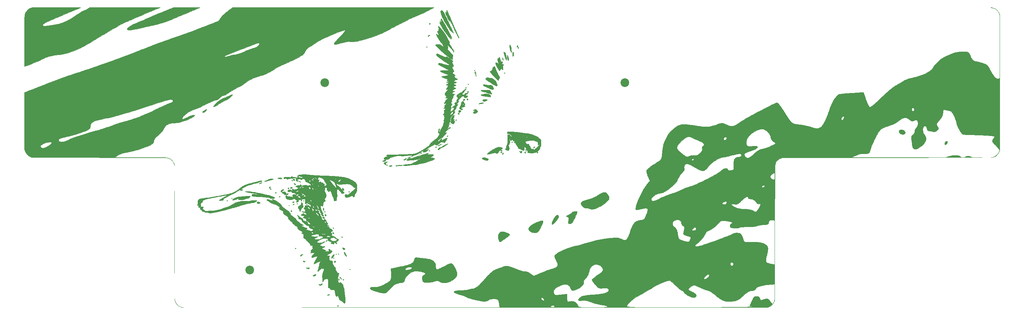
<source format=gbs>
G04 #@! TF.GenerationSoftware,KiCad,Pcbnew,(5.1.9)-1*
G04 #@! TF.CreationDate,2021-03-08T16:10:54-08:00*
G04 #@! TF.ProjectId,back-plate,6261636b-2d70-46c6-9174-652e6b696361,rev?*
G04 #@! TF.SameCoordinates,Original*
G04 #@! TF.FileFunction,Soldermask,Bot*
G04 #@! TF.FilePolarity,Negative*
%FSLAX46Y46*%
G04 Gerber Fmt 4.6, Leading zero omitted, Abs format (unit mm)*
G04 Created by KiCad (PCBNEW (5.1.9)-1) date 2021-03-08 16:10:54*
%MOMM*%
%LPD*%
G01*
G04 APERTURE LIST*
%ADD10C,0.010000*%
%ADD11C,2.200000*%
G04 APERTURE END LIST*
D10*
G36*
X273229916Y-60293226D02*
G01*
X273472966Y-60321750D01*
X273724880Y-60384603D01*
X273975859Y-60478120D01*
X274216103Y-60598633D01*
X274435813Y-60742477D01*
X274440996Y-60746369D01*
X274683947Y-60955248D01*
X274894242Y-61190950D01*
X275071494Y-61452897D01*
X275215316Y-61740512D01*
X275325322Y-62053217D01*
X275332359Y-62078244D01*
X275388916Y-62282916D01*
X275388916Y-96382416D01*
X275332359Y-96587088D01*
X275225482Y-96900079D01*
X275085145Y-97188581D01*
X274912598Y-97451064D01*
X274709092Y-97685994D01*
X274475877Y-97891839D01*
X274214201Y-98067067D01*
X274056822Y-98150704D01*
X273946850Y-98199736D01*
X273824118Y-98247171D01*
X273698419Y-98289945D01*
X273579548Y-98324994D01*
X273477298Y-98349252D01*
X273401465Y-98359656D01*
X273388666Y-98359763D01*
X273380225Y-98355167D01*
X273407464Y-98344584D01*
X273464530Y-98330213D01*
X273471118Y-98328768D01*
X273784495Y-98240235D01*
X274076702Y-98115947D01*
X274345750Y-97957469D01*
X274589654Y-97766366D01*
X274806426Y-97544204D01*
X274994079Y-97292549D01*
X275150627Y-97012965D01*
X275156228Y-97001193D01*
X275203710Y-96892765D01*
X275248505Y-96776194D01*
X275287279Y-96661712D01*
X275316695Y-96559553D01*
X275333419Y-96479948D01*
X275336000Y-96449621D01*
X275321558Y-96424757D01*
X275280128Y-96373011D01*
X275214547Y-96297543D01*
X275127655Y-96201511D01*
X275022291Y-96088073D01*
X274901295Y-95960387D01*
X274821840Y-95877696D01*
X274593049Y-95640053D01*
X274392359Y-95429899D01*
X274217799Y-95244925D01*
X274067403Y-95082821D01*
X273939199Y-94941276D01*
X273831221Y-94817983D01*
X273741499Y-94710630D01*
X273668064Y-94616908D01*
X273608948Y-94534508D01*
X273562181Y-94461119D01*
X273525796Y-94394433D01*
X273497822Y-94332139D01*
X273492266Y-94317913D01*
X273461860Y-94218332D01*
X273452884Y-94127541D01*
X273467555Y-94038639D01*
X273508090Y-93944721D01*
X273576706Y-93838886D01*
X273675618Y-93714230D01*
X273692550Y-93694250D01*
X273792060Y-93568634D01*
X273876667Y-93444208D01*
X273942506Y-93327856D01*
X273985713Y-93226460D01*
X274002422Y-93146904D01*
X274002500Y-93142253D01*
X273982819Y-93060234D01*
X273928276Y-92993407D01*
X273845619Y-92949175D01*
X273820161Y-92942245D01*
X273729584Y-92925708D01*
X273600587Y-92907714D01*
X273437044Y-92888612D01*
X273242830Y-92868752D01*
X273021818Y-92848483D01*
X272777883Y-92828153D01*
X272514899Y-92808113D01*
X272236742Y-92788711D01*
X271947285Y-92770296D01*
X271843500Y-92764118D01*
X271696305Y-92755661D01*
X271550746Y-92747633D01*
X271403667Y-92739905D01*
X271251911Y-92732351D01*
X271092323Y-92724843D01*
X270921745Y-92717255D01*
X270737022Y-92709458D01*
X270534997Y-92701326D01*
X270312515Y-92692732D01*
X270066419Y-92683547D01*
X269793552Y-92673646D01*
X269490759Y-92662900D01*
X269154883Y-92651182D01*
X268782769Y-92638365D01*
X268403916Y-92625433D01*
X268036967Y-92612960D01*
X267709931Y-92601827D01*
X267420417Y-92591891D01*
X267166030Y-92583010D01*
X266944378Y-92575042D01*
X266753067Y-92567845D01*
X266589705Y-92561275D01*
X266451897Y-92555192D01*
X266337251Y-92549452D01*
X266243374Y-92543913D01*
X266167871Y-92538433D01*
X266108351Y-92532871D01*
X266062420Y-92527082D01*
X266027685Y-92520926D01*
X266001752Y-92514260D01*
X265982228Y-92506942D01*
X265966720Y-92498829D01*
X265952835Y-92489779D01*
X265938180Y-92479650D01*
X265936870Y-92478766D01*
X265853608Y-92409647D01*
X265755940Y-92306074D01*
X265646587Y-92172305D01*
X265528269Y-92012599D01*
X265403709Y-91831214D01*
X265275627Y-91632411D01*
X265146745Y-91420446D01*
X265019785Y-91199581D01*
X264897468Y-90974072D01*
X264782515Y-90748179D01*
X264677647Y-90526162D01*
X264650930Y-90466333D01*
X264568289Y-90273098D01*
X264504190Y-90109209D01*
X264456250Y-89967210D01*
X264422087Y-89839645D01*
X264399321Y-89719058D01*
X264390621Y-89651416D01*
X264374874Y-89535148D01*
X264352687Y-89406336D01*
X264328591Y-89291026D01*
X264326192Y-89281000D01*
X264275913Y-89098684D01*
X264209408Y-88895524D01*
X264129129Y-88676631D01*
X264037528Y-88447113D01*
X263937058Y-88212080D01*
X263830170Y-87976643D01*
X263719316Y-87745910D01*
X263606948Y-87524993D01*
X263495519Y-87319000D01*
X263387480Y-87133042D01*
X263285284Y-86972227D01*
X263191382Y-86841667D01*
X263111500Y-86749719D01*
X263057817Y-86702227D01*
X262997596Y-86664338D01*
X262918730Y-86629591D01*
X262824661Y-86596601D01*
X262650993Y-86542630D01*
X262459329Y-86488488D01*
X262257704Y-86436011D01*
X262054153Y-86387035D01*
X261856711Y-86343396D01*
X261673415Y-86306931D01*
X261512298Y-86279476D01*
X261381397Y-86262868D01*
X261354549Y-86260641D01*
X261257696Y-86256134D01*
X261190094Y-86259910D01*
X261139259Y-86273169D01*
X261116624Y-86283525D01*
X261071614Y-86310081D01*
X261037269Y-86341190D01*
X261011480Y-86383202D01*
X260992136Y-86442466D01*
X260977130Y-86525331D01*
X260964352Y-86638147D01*
X260952439Y-86777779D01*
X260931176Y-86993793D01*
X260904140Y-87180179D01*
X260872234Y-87330747D01*
X260871470Y-87333666D01*
X260764325Y-87664895D01*
X260615835Y-88001436D01*
X260425884Y-88343486D01*
X260194358Y-88691239D01*
X259921140Y-89044892D01*
X259737296Y-89259833D01*
X259613455Y-89403403D01*
X259517871Y-89523827D01*
X259447477Y-89626433D01*
X259399203Y-89716550D01*
X259369984Y-89799508D01*
X259356749Y-89880634D01*
X259355166Y-89923582D01*
X259361897Y-90011867D01*
X259383971Y-90104303D01*
X259424216Y-90208325D01*
X259485457Y-90331365D01*
X259560665Y-90464174D01*
X259640599Y-90603132D01*
X259699508Y-90714099D01*
X259740223Y-90804059D01*
X259765570Y-90879996D01*
X259778378Y-90948893D01*
X259781523Y-91009551D01*
X259776575Y-91092351D01*
X259757464Y-91155323D01*
X259720970Y-91215765D01*
X259654141Y-91294610D01*
X259559929Y-91384168D01*
X259448717Y-91476020D01*
X259330885Y-91561749D01*
X259216816Y-91632935D01*
X259185833Y-91649703D01*
X258990497Y-91739267D01*
X258810991Y-91794909D01*
X258639328Y-91817706D01*
X258467522Y-91808735D01*
X258291861Y-91770318D01*
X258154478Y-91734584D01*
X258010066Y-91705835D01*
X257848507Y-91682478D01*
X257659684Y-91662922D01*
X257554766Y-91654292D01*
X257412433Y-91639703D01*
X257302678Y-91618462D01*
X257215864Y-91587069D01*
X257142354Y-91542024D01*
X257072510Y-91479826D01*
X257071435Y-91478739D01*
X256992826Y-91379873D01*
X256929539Y-91255722D01*
X256878515Y-91099641D01*
X256858470Y-91015976D01*
X256812993Y-90841809D01*
X256758698Y-90701703D01*
X256691866Y-90587691D01*
X256617781Y-90500667D01*
X256509818Y-90414860D01*
X256401252Y-90370746D01*
X256294578Y-90367796D01*
X256192295Y-90405482D01*
X256096898Y-90483276D01*
X256010886Y-90600652D01*
X255992941Y-90632725D01*
X255917042Y-90812642D01*
X255863906Y-91019361D01*
X255834018Y-91243687D01*
X255827867Y-91476423D01*
X255845938Y-91708374D01*
X255888718Y-91930344D01*
X255918844Y-92032666D01*
X255957783Y-92140730D01*
X255998300Y-92228739D01*
X256047904Y-92308862D01*
X256114106Y-92393270D01*
X256202000Y-92491525D01*
X256352911Y-92685443D01*
X256473810Y-92908027D01*
X256563780Y-93157187D01*
X256621899Y-93430834D01*
X256624966Y-93452415D01*
X256637985Y-93662221D01*
X256618154Y-93871315D01*
X256564277Y-94083474D01*
X256475160Y-94302478D01*
X256349608Y-94532108D01*
X256222500Y-94725474D01*
X256134813Y-94839975D01*
X256021954Y-94971589D01*
X255892351Y-95111680D01*
X255754436Y-95251615D01*
X255616639Y-95382757D01*
X255487389Y-95496473D01*
X255407123Y-95560622D01*
X255135946Y-95753396D01*
X254873959Y-95915082D01*
X254623038Y-96045047D01*
X254385060Y-96142663D01*
X254161899Y-96207296D01*
X253955433Y-96238318D01*
X253767537Y-96235097D01*
X253600086Y-96197001D01*
X253560630Y-96181522D01*
X253481654Y-96141326D01*
X253415943Y-96091738D01*
X253360809Y-96027619D01*
X253313563Y-95943832D01*
X253271518Y-95835237D01*
X253231985Y-95696695D01*
X253192277Y-95523067D01*
X253176754Y-95447673D01*
X253132215Y-95209652D01*
X253090117Y-94952430D01*
X253051415Y-94684269D01*
X253017062Y-94413429D01*
X252988013Y-94148174D01*
X252965222Y-93896763D01*
X252949644Y-93667459D01*
X252942231Y-93468523D01*
X252941739Y-93412678D01*
X252946972Y-93216250D01*
X252964299Y-93055611D01*
X252995982Y-92925372D01*
X253044281Y-92820147D01*
X253111457Y-92734547D01*
X253199772Y-92663186D01*
X253274777Y-92619137D01*
X253419042Y-92526821D01*
X253534498Y-92414770D01*
X253623368Y-92279029D01*
X253687872Y-92115640D01*
X253730232Y-91920649D01*
X253746643Y-91778666D01*
X253779074Y-91534235D01*
X253834351Y-91319876D01*
X253915606Y-91128196D01*
X254025973Y-90951802D01*
X254168559Y-90783330D01*
X254277286Y-90662644D01*
X254359503Y-90552482D01*
X254423590Y-90439395D01*
X254477927Y-90309933D01*
X254496788Y-90256512D01*
X254545292Y-90079255D01*
X254576838Y-89888830D01*
X254591098Y-89695605D01*
X254587744Y-89509953D01*
X254566448Y-89342243D01*
X254529874Y-89210473D01*
X254464280Y-89076899D01*
X254382101Y-88977450D01*
X254281664Y-88911826D01*
X254161300Y-88879724D01*
X254019338Y-88880844D01*
X253854107Y-88914882D01*
X253663937Y-88981539D01*
X253546171Y-89032888D01*
X253443515Y-89079287D01*
X253367303Y-89109995D01*
X253306086Y-89128194D01*
X253248415Y-89137066D01*
X253182841Y-89139793D01*
X253161143Y-89139888D01*
X253087939Y-89137555D01*
X253020396Y-89128812D01*
X252954033Y-89111044D01*
X252884370Y-89081635D01*
X252806926Y-89037970D01*
X252717222Y-88977434D01*
X252610776Y-88897410D01*
X252483109Y-88795285D01*
X252329741Y-88668441D01*
X252274916Y-88622550D01*
X252142571Y-88527082D01*
X251987167Y-88439626D01*
X251824845Y-88368163D01*
X251671743Y-88320671D01*
X251658366Y-88317717D01*
X251421390Y-88289110D01*
X251175761Y-88301728D01*
X250921828Y-88355430D01*
X250659940Y-88450075D01*
X250390446Y-88585521D01*
X250113695Y-88761629D01*
X249830035Y-88978258D01*
X249660833Y-89123892D01*
X249465673Y-89281478D01*
X249232026Y-89440107D01*
X248963643Y-89597956D01*
X248664272Y-89753206D01*
X248337665Y-89904036D01*
X247987570Y-90048625D01*
X247617737Y-90185152D01*
X247231916Y-90311796D01*
X247184333Y-90326361D01*
X246794709Y-90450395D01*
X246436722Y-90576056D01*
X246111787Y-90702666D01*
X245821320Y-90829548D01*
X245566737Y-90956024D01*
X245349456Y-91081414D01*
X245170890Y-91205042D01*
X245032458Y-91326228D01*
X244983050Y-91380482D01*
X244845476Y-91556413D01*
X244695996Y-91768139D01*
X244536773Y-92011526D01*
X244369970Y-92282443D01*
X244197753Y-92576757D01*
X244022284Y-92890335D01*
X243845727Y-93219047D01*
X243670247Y-93558758D01*
X243498007Y-93905337D01*
X243331171Y-94254652D01*
X243171902Y-94602570D01*
X243022365Y-94944959D01*
X242884724Y-95277686D01*
X242761142Y-95596620D01*
X242727491Y-95688005D01*
X242697154Y-95776298D01*
X242659076Y-95894480D01*
X242616651Y-96031596D01*
X242573273Y-96176693D01*
X242535671Y-96307003D01*
X242472116Y-96526087D01*
X242415361Y-96707950D01*
X242363400Y-96856779D01*
X242314227Y-96976760D01*
X242265835Y-97072078D01*
X242216217Y-97146920D01*
X242163366Y-97205473D01*
X242105275Y-97251922D01*
X242072922Y-97272337D01*
X242019572Y-97300640D01*
X241961682Y-97324281D01*
X241894703Y-97343821D01*
X241814087Y-97359823D01*
X241715288Y-97372848D01*
X241593756Y-97383460D01*
X241444944Y-97392220D01*
X241264304Y-97399691D01*
X241047289Y-97406435D01*
X240971916Y-97408466D01*
X240730143Y-97415578D01*
X240524633Y-97423598D01*
X240349319Y-97433151D01*
X240198132Y-97444859D01*
X240065004Y-97459348D01*
X239943866Y-97477240D01*
X239828649Y-97499159D01*
X239713286Y-97525731D01*
X239634784Y-97545941D01*
X239335578Y-97638985D01*
X239012511Y-97764992D01*
X238667312Y-97923206D01*
X238301709Y-98112865D01*
X238148562Y-98198263D01*
X237842730Y-98372083D01*
X249745513Y-98377393D01*
X261648297Y-98382704D01*
X261925190Y-98267961D01*
X262296308Y-98128340D01*
X262676799Y-98014207D01*
X263078242Y-97922315D01*
X263302750Y-97881637D01*
X263389120Y-97868797D01*
X263478723Y-97859040D01*
X263578784Y-97852024D01*
X263696527Y-97847406D01*
X263839177Y-97844846D01*
X264013958Y-97844000D01*
X264096500Y-97844070D01*
X264267077Y-97844603D01*
X264401941Y-97845741D01*
X264507710Y-97847972D01*
X264591003Y-97851780D01*
X264658439Y-97857653D01*
X264716638Y-97866078D01*
X264772218Y-97877539D01*
X264831799Y-97892524D01*
X264860382Y-97900194D01*
X265037582Y-97954533D01*
X265181265Y-98014378D01*
X265300245Y-98084950D01*
X265403338Y-98171472D01*
X265498674Y-98278305D01*
X265581767Y-98382666D01*
X266271916Y-98382666D01*
X266554749Y-98246032D01*
X266740082Y-98161011D01*
X266899525Y-98098590D01*
X267041354Y-98056376D01*
X267173848Y-98031976D01*
X267305285Y-98022998D01*
X267326884Y-98022833D01*
X267418558Y-98026265D01*
X267510952Y-98037797D01*
X267610646Y-98059282D01*
X267724219Y-98092574D01*
X267858252Y-98139525D01*
X268019325Y-98201989D01*
X268145551Y-98253401D01*
X268458686Y-98382666D01*
X270759634Y-98387924D01*
X270830198Y-98388141D01*
X270859141Y-98388372D01*
X270847173Y-98388617D01*
X270795006Y-98388875D01*
X270703353Y-98389147D01*
X270572923Y-98389431D01*
X270404430Y-98389727D01*
X270198583Y-98390034D01*
X269956096Y-98390353D01*
X269677679Y-98390682D01*
X269364045Y-98391022D01*
X269015903Y-98391371D01*
X268633967Y-98391729D01*
X268218948Y-98392096D01*
X267771556Y-98392472D01*
X267292505Y-98392855D01*
X266782504Y-98393246D01*
X266242267Y-98393643D01*
X265672503Y-98394047D01*
X265073926Y-98394457D01*
X264447245Y-98394873D01*
X263793174Y-98395293D01*
X263112423Y-98395718D01*
X262405704Y-98396147D01*
X261673729Y-98396580D01*
X260917208Y-98397016D01*
X260136854Y-98397454D01*
X259333378Y-98397895D01*
X258507492Y-98398337D01*
X257659907Y-98398781D01*
X256791335Y-98399226D01*
X255902487Y-98399671D01*
X254994074Y-98400115D01*
X254066809Y-98400559D01*
X253121403Y-98401002D01*
X252158567Y-98401444D01*
X251179013Y-98401883D01*
X250183453Y-98402320D01*
X249172597Y-98402755D01*
X248147158Y-98403185D01*
X247107847Y-98403612D01*
X246644583Y-98403799D01*
X220228583Y-98414416D01*
X220048666Y-98464689D01*
X219739721Y-98571637D01*
X219452497Y-98713216D01*
X219189756Y-98887841D01*
X218957323Y-99090868D01*
X218754615Y-99319063D01*
X218586103Y-99566241D01*
X218449496Y-99836543D01*
X218342502Y-100134106D01*
X218306272Y-100266500D01*
X218261112Y-100446416D01*
X218249688Y-117475000D01*
X218238265Y-134503583D01*
X218192870Y-134662333D01*
X218101495Y-134941339D01*
X217994767Y-135187426D01*
X217868014Y-135408637D01*
X217716564Y-135613018D01*
X217535745Y-135808612D01*
X217515768Y-135828094D01*
X217287467Y-136023667D01*
X217040709Y-136185513D01*
X216771139Y-136315922D01*
X216474402Y-136417185D01*
X216322728Y-136455725D01*
X216316696Y-136456778D01*
X216307606Y-136457810D01*
X216295047Y-136458822D01*
X216278606Y-136459814D01*
X216257873Y-136460786D01*
X216232435Y-136461738D01*
X216201880Y-136462671D01*
X216165798Y-136463585D01*
X216123775Y-136464480D01*
X216075400Y-136465355D01*
X216020262Y-136466212D01*
X215957948Y-136467051D01*
X215888047Y-136467871D01*
X215810147Y-136468674D01*
X215723837Y-136469458D01*
X215628703Y-136470225D01*
X215524336Y-136470975D01*
X215410322Y-136471707D01*
X215286250Y-136472422D01*
X215151709Y-136473121D01*
X215006286Y-136473803D01*
X214849570Y-136474468D01*
X214681149Y-136475117D01*
X214500611Y-136475751D01*
X214307545Y-136476368D01*
X214101538Y-136476970D01*
X213882178Y-136477557D01*
X213649055Y-136478128D01*
X213401756Y-136478684D01*
X213139870Y-136479226D01*
X212862984Y-136479753D01*
X212570687Y-136480266D01*
X212262567Y-136480765D01*
X211938212Y-136481249D01*
X211597211Y-136481720D01*
X211239152Y-136482178D01*
X210863622Y-136482622D01*
X210470211Y-136483053D01*
X210058506Y-136483471D01*
X209628095Y-136483876D01*
X209178568Y-136484269D01*
X208709511Y-136484650D01*
X208220514Y-136485018D01*
X207711164Y-136485375D01*
X207181050Y-136485720D01*
X206629759Y-136486053D01*
X206056881Y-136486375D01*
X205462003Y-136486686D01*
X204844713Y-136486987D01*
X204204601Y-136487276D01*
X203541253Y-136487555D01*
X202854258Y-136487824D01*
X202143205Y-136488083D01*
X201407681Y-136488332D01*
X200647275Y-136488571D01*
X199861575Y-136488801D01*
X199050169Y-136489022D01*
X198212646Y-136489233D01*
X197348593Y-136489436D01*
X196457599Y-136489630D01*
X195539252Y-136489816D01*
X194593141Y-136489994D01*
X193618853Y-136490163D01*
X192615977Y-136490325D01*
X191584100Y-136490479D01*
X190522812Y-136490626D01*
X189431700Y-136490766D01*
X188310353Y-136490898D01*
X187158359Y-136491024D01*
X185975305Y-136491144D01*
X184760781Y-136491257D01*
X183514374Y-136491364D01*
X182235673Y-136491464D01*
X180924265Y-136491560D01*
X179579740Y-136491649D01*
X178201685Y-136491733D01*
X176789689Y-136491813D01*
X175343339Y-136491887D01*
X173862224Y-136491956D01*
X172345932Y-136492021D01*
X170794052Y-136492082D01*
X169206171Y-136492138D01*
X167581878Y-136492191D01*
X165920761Y-136492240D01*
X164222408Y-136492286D01*
X162486408Y-136492328D01*
X160712348Y-136492367D01*
X158899817Y-136492403D01*
X157048404Y-136492437D01*
X155157695Y-136492468D01*
X153227280Y-136492496D01*
X151256747Y-136492523D01*
X149245683Y-136492548D01*
X147193678Y-136492571D01*
X145100319Y-136492593D01*
X142965195Y-136492614D01*
X142144750Y-136492621D01*
X140479963Y-136492635D01*
X138844239Y-136492646D01*
X137237763Y-136492654D01*
X135660720Y-136492660D01*
X134113296Y-136492663D01*
X132595674Y-136492663D01*
X131108041Y-136492661D01*
X129650580Y-136492656D01*
X128223478Y-136492648D01*
X126826919Y-136492638D01*
X125461088Y-136492625D01*
X124126170Y-136492610D01*
X122822350Y-136492592D01*
X121549814Y-136492572D01*
X120308745Y-136492549D01*
X119099330Y-136492524D01*
X117921752Y-136492497D01*
X116776198Y-136492467D01*
X115662852Y-136492435D01*
X114581899Y-136492401D01*
X113533524Y-136492364D01*
X112517912Y-136492325D01*
X111535249Y-136492284D01*
X110585718Y-136492241D01*
X109669506Y-136492195D01*
X108786797Y-136492147D01*
X107937776Y-136492098D01*
X107122628Y-136492046D01*
X106341538Y-136491992D01*
X105594692Y-136491935D01*
X104882273Y-136491877D01*
X104204468Y-136491817D01*
X103561461Y-136491755D01*
X102953437Y-136491691D01*
X102380581Y-136491625D01*
X101843078Y-136491557D01*
X101341114Y-136491488D01*
X100874873Y-136491416D01*
X100444539Y-136491342D01*
X100050299Y-136491267D01*
X99692338Y-136491190D01*
X99370839Y-136491111D01*
X99085989Y-136491031D01*
X98837971Y-136490949D01*
X98626972Y-136490865D01*
X98453176Y-136490779D01*
X98316768Y-136490692D01*
X98217934Y-136490604D01*
X98156857Y-136490513D01*
X98133724Y-136490421D01*
X98148719Y-136490328D01*
X98202027Y-136490233D01*
X98293834Y-136490137D01*
X98424323Y-136490039D01*
X98593681Y-136489940D01*
X98802092Y-136489839D01*
X99049742Y-136489737D01*
X99336814Y-136489634D01*
X99663495Y-136489529D01*
X100029968Y-136489423D01*
X100436420Y-136489316D01*
X100883036Y-136489208D01*
X101369999Y-136489098D01*
X101897496Y-136488987D01*
X102465711Y-136488875D01*
X103074829Y-136488762D01*
X103725035Y-136488648D01*
X104416515Y-136488533D01*
X105149453Y-136488416D01*
X105924034Y-136488299D01*
X106740443Y-136488180D01*
X107598866Y-136488061D01*
X108252353Y-136487973D01*
X148379789Y-136482655D01*
X148366364Y-136371536D01*
X148359210Y-136316294D01*
X148347158Y-136227608D01*
X148344378Y-136207573D01*
X161339945Y-136207573D01*
X161343283Y-136250987D01*
X161373524Y-136289910D01*
X161434330Y-136331239D01*
X161514803Y-136368855D01*
X161601879Y-136396136D01*
X161707453Y-136411673D01*
X161832120Y-136416157D01*
X161957468Y-136409930D01*
X162065088Y-136393336D01*
X162088903Y-136387068D01*
X162180886Y-136347311D01*
X162250412Y-136292663D01*
X162290962Y-136230042D01*
X162296191Y-136167106D01*
X162258520Y-136092550D01*
X162188339Y-136033119D01*
X162092976Y-135989621D01*
X161979759Y-135962866D01*
X161856018Y-135953664D01*
X161729081Y-135962824D01*
X161606278Y-135991156D01*
X161494936Y-136039469D01*
X161443742Y-136072953D01*
X161370817Y-136142002D01*
X161339945Y-136207573D01*
X148344378Y-136207573D01*
X148331382Y-136113928D01*
X148313056Y-135983706D01*
X148293353Y-135845393D01*
X148290643Y-135826500D01*
X148248544Y-135543732D01*
X148207951Y-135299974D01*
X148166775Y-135092053D01*
X148122929Y-134916800D01*
X148074323Y-134771042D01*
X148018871Y-134651608D01*
X147954483Y-134555327D01*
X147879072Y-134479028D01*
X147790549Y-134419539D01*
X147686826Y-134373689D01*
X147565815Y-134338307D01*
X147425428Y-134310222D01*
X147277666Y-134288142D01*
X146987283Y-134266523D01*
X146681455Y-134275687D01*
X146372275Y-134314265D01*
X146071835Y-134380887D01*
X145858186Y-134448919D01*
X145764477Y-134487832D01*
X145650857Y-134541883D01*
X145533021Y-134603311D01*
X145445436Y-134653040D01*
X145303033Y-134732535D01*
X145165099Y-134797261D01*
X145026896Y-134847571D01*
X144883686Y-134883817D01*
X144730731Y-134906350D01*
X144563292Y-134915523D01*
X144376631Y-134911688D01*
X144166010Y-134895197D01*
X143926691Y-134866402D01*
X143653935Y-134825654D01*
X143488833Y-134798426D01*
X142923609Y-134696252D01*
X142388313Y-134585602D01*
X141870933Y-134463753D01*
X141359456Y-134327980D01*
X141150626Y-134268228D01*
X140905430Y-134194672D01*
X140753838Y-134145845D01*
X158905766Y-134145845D01*
X158932151Y-134236243D01*
X158981738Y-134333517D01*
X159050636Y-134431959D01*
X159134953Y-134525864D01*
X159230797Y-134609523D01*
X159334277Y-134677232D01*
X159420940Y-134716436D01*
X159497002Y-134739585D01*
X159550429Y-134742465D01*
X159596272Y-134724098D01*
X159625562Y-134703130D01*
X159668930Y-134648907D01*
X159679819Y-134577541D01*
X159658211Y-134485339D01*
X159624124Y-134407197D01*
X159556543Y-134296339D01*
X159471888Y-134196052D01*
X159376087Y-134109782D01*
X159275068Y-134040974D01*
X159174760Y-133993075D01*
X159081092Y-133969529D01*
X158999992Y-133973784D01*
X158938167Y-134008498D01*
X158906474Y-134068028D01*
X158905766Y-134145845D01*
X140753838Y-134145845D01*
X140691175Y-134125662D01*
X140497316Y-134057327D01*
X140313306Y-133985795D01*
X140128597Y-133907196D01*
X139967496Y-133833954D01*
X139468277Y-133615506D01*
X138941549Y-133411339D01*
X138401144Y-133226619D01*
X138070166Y-133125542D01*
X137843710Y-133058641D01*
X137652900Y-133000051D01*
X137492291Y-132947897D01*
X137356438Y-132900305D01*
X137239898Y-132855400D01*
X137137226Y-132811310D01*
X137081573Y-132785221D01*
X136943137Y-132709627D01*
X136842800Y-132635649D01*
X136781380Y-132564411D01*
X136778054Y-132554078D01*
X162068703Y-132554078D01*
X162086026Y-132714655D01*
X162125677Y-132868305D01*
X162185539Y-133006561D01*
X162263495Y-133120955D01*
X162347067Y-133196302D01*
X162403732Y-133230598D01*
X162462738Y-133256252D01*
X162531157Y-133274371D01*
X162616065Y-133286062D01*
X162724535Y-133292434D01*
X162863640Y-133294593D01*
X162972750Y-133294270D01*
X163098541Y-133292184D01*
X163224042Y-133287443D01*
X163356278Y-133279480D01*
X163502271Y-133267730D01*
X163669048Y-133251627D01*
X163863631Y-133230606D01*
X164093044Y-133204101D01*
X164094583Y-133203919D01*
X164284702Y-133181453D01*
X164476829Y-133158749D01*
X164663035Y-133136744D01*
X164835391Y-133116374D01*
X164985968Y-133098576D01*
X165106836Y-133084289D01*
X165158208Y-133078216D01*
X165481000Y-133040051D01*
X165481173Y-133740067D01*
X165481952Y-133991359D01*
X165484446Y-134204039D01*
X165489097Y-134381810D01*
X165496345Y-134528376D01*
X165506630Y-134647440D01*
X165520392Y-134742703D01*
X165538072Y-134817869D01*
X165560110Y-134876640D01*
X165586947Y-134922720D01*
X165619023Y-134959811D01*
X165627145Y-134967420D01*
X165688116Y-134996431D01*
X165783690Y-135006358D01*
X165910704Y-134997240D01*
X166065992Y-134969116D01*
X166098373Y-134961641D01*
X166382774Y-134907201D01*
X166645502Y-134885498D01*
X166892004Y-134896765D01*
X167127730Y-134941235D01*
X167348381Y-135015152D01*
X167572796Y-135126245D01*
X167768068Y-135265996D01*
X167935741Y-135436070D01*
X168077358Y-135638132D01*
X168194463Y-135873847D01*
X168230558Y-135966278D01*
X168270331Y-136059824D01*
X168318331Y-136140054D01*
X168378080Y-136208254D01*
X168453098Y-136265709D01*
X168546905Y-136313705D01*
X168663024Y-136353527D01*
X168804973Y-136386461D01*
X168976275Y-136413792D01*
X169180450Y-136436806D01*
X169421018Y-136456788D01*
X169608500Y-136469381D01*
X169667128Y-136471538D01*
X169764518Y-136473267D01*
X169897099Y-136474586D01*
X170061301Y-136475515D01*
X170253555Y-136476074D01*
X170470291Y-136476281D01*
X170707939Y-136476157D01*
X170962929Y-136475720D01*
X171231692Y-136474990D01*
X171510657Y-136473986D01*
X171796254Y-136472728D01*
X172084915Y-136471234D01*
X172373069Y-136469525D01*
X172657145Y-136467620D01*
X172933576Y-136465537D01*
X173198789Y-136463297D01*
X173449217Y-136460918D01*
X173681288Y-136458420D01*
X173891434Y-136455823D01*
X174076083Y-136453146D01*
X174231668Y-136450407D01*
X174354616Y-136447627D01*
X174441360Y-136444825D01*
X174476833Y-136442988D01*
X174747585Y-136422902D01*
X174992857Y-136401866D01*
X175210257Y-136380191D01*
X175397396Y-136358185D01*
X175551885Y-136336158D01*
X175671333Y-136314419D01*
X175753352Y-136293277D01*
X175795550Y-136273043D01*
X175796458Y-136272175D01*
X175804835Y-136240349D01*
X175775124Y-136203048D01*
X175711023Y-136161567D01*
X175616232Y-136117205D01*
X175583387Y-136104813D01*
X180664030Y-136104813D01*
X180669297Y-136138488D01*
X180702789Y-136175826D01*
X180757551Y-136210082D01*
X180835160Y-136241408D01*
X180937192Y-136269952D01*
X181065222Y-136295867D01*
X181220828Y-136319301D01*
X181405584Y-136340406D01*
X181621067Y-136359333D01*
X181868853Y-136376231D01*
X182150519Y-136391252D01*
X182467639Y-136404545D01*
X182821791Y-136416261D01*
X183214551Y-136426551D01*
X183647494Y-136435565D01*
X183811333Y-136438489D01*
X183943136Y-136440345D01*
X184115359Y-136442106D01*
X184326088Y-136443772D01*
X184573409Y-136445342D01*
X184855409Y-136446818D01*
X185170174Y-136448197D01*
X185515790Y-136449481D01*
X185890343Y-136450668D01*
X186291921Y-136451759D01*
X186718609Y-136452753D01*
X187168494Y-136453651D01*
X187639662Y-136454452D01*
X188130200Y-136455156D01*
X188638193Y-136455762D01*
X189161729Y-136456270D01*
X189698893Y-136456681D01*
X190247771Y-136456994D01*
X190806451Y-136457208D01*
X191373019Y-136457324D01*
X191945560Y-136457342D01*
X192522162Y-136457260D01*
X193100911Y-136457080D01*
X193679892Y-136456800D01*
X194257193Y-136456420D01*
X194830899Y-136455941D01*
X195399097Y-136455362D01*
X195959874Y-136454683D01*
X196511315Y-136453903D01*
X197051508Y-136453023D01*
X197578538Y-136452042D01*
X198090492Y-136450960D01*
X198585455Y-136449777D01*
X199061516Y-136448492D01*
X199516759Y-136447106D01*
X199949271Y-136445618D01*
X200357139Y-136444027D01*
X200738449Y-136442335D01*
X201091287Y-136440540D01*
X201115083Y-136440409D01*
X201966030Y-136435489D01*
X202791328Y-136430266D01*
X203590190Y-136424753D01*
X204361825Y-136418961D01*
X205105446Y-136412900D01*
X205820262Y-136406582D01*
X206505486Y-136400017D01*
X207160327Y-136393217D01*
X207783998Y-136386193D01*
X208375709Y-136378955D01*
X208934672Y-136371515D01*
X209460096Y-136363884D01*
X209951194Y-136356073D01*
X210407177Y-136348092D01*
X210827255Y-136339954D01*
X211210640Y-136331668D01*
X211556542Y-136323246D01*
X211864173Y-136314699D01*
X212132744Y-136306039D01*
X212361465Y-136297275D01*
X212549548Y-136288419D01*
X212696205Y-136279483D01*
X212714416Y-136278149D01*
X212904916Y-136263815D01*
X212391286Y-136175347D01*
X212249275Y-136150611D01*
X212121658Y-136127856D01*
X212014188Y-136108150D01*
X211932617Y-136092562D01*
X211882697Y-136082161D01*
X211869480Y-136078397D01*
X211875749Y-136057759D01*
X211897281Y-136003391D01*
X211931934Y-135920154D01*
X211977569Y-135812908D01*
X212032046Y-135686514D01*
X212093225Y-135545833D01*
X212158965Y-135395726D01*
X212227126Y-135241053D01*
X212295568Y-135086676D01*
X212362152Y-134937455D01*
X212424736Y-134798251D01*
X212481181Y-134673925D01*
X212529347Y-134569338D01*
X212567094Y-134489351D01*
X212586136Y-134450666D01*
X212709365Y-134226038D01*
X212831688Y-134041168D01*
X212956267Y-133893678D01*
X213086263Y-133781188D01*
X213224838Y-133701319D01*
X213375153Y-133651693D01*
X213540370Y-133629931D01*
X213676127Y-133630471D01*
X213851412Y-133649313D01*
X213996937Y-133687868D01*
X214121992Y-133749500D01*
X214227863Y-133830296D01*
X214304589Y-133907641D01*
X214363952Y-133989870D01*
X214412909Y-134088902D01*
X214458419Y-134216654D01*
X214464136Y-134234992D01*
X214506820Y-134359895D01*
X214552086Y-134457141D01*
X214604375Y-134527902D01*
X214668125Y-134573347D01*
X214747775Y-134594647D01*
X214847765Y-134592974D01*
X214972534Y-134569496D01*
X215126520Y-134525385D01*
X215314164Y-134461812D01*
X215318490Y-134460279D01*
X215495259Y-134397697D01*
X215637532Y-134347818D01*
X215750703Y-134309179D01*
X215840170Y-134280319D01*
X215911329Y-134259775D01*
X215969577Y-134246087D01*
X216020308Y-134237791D01*
X216068921Y-134233426D01*
X216120810Y-134231530D01*
X216165354Y-134230846D01*
X216258526Y-134230628D01*
X216323325Y-134234940D01*
X216373688Y-134246958D01*
X216423555Y-134269859D01*
X216479693Y-134302500D01*
X216538726Y-134341378D01*
X216599319Y-134388967D01*
X216665039Y-134449036D01*
X216739451Y-134525357D01*
X216826120Y-134621703D01*
X216928613Y-134741843D01*
X217050494Y-134889551D01*
X217145792Y-135007073D01*
X217264767Y-135151776D01*
X217375914Y-135281627D01*
X217476098Y-135393306D01*
X217562188Y-135483493D01*
X217631050Y-135548867D01*
X217679550Y-135586107D01*
X217699246Y-135593666D01*
X217721892Y-135576040D01*
X217759597Y-135527846D01*
X217807959Y-135456109D01*
X217862575Y-135367855D01*
X217919042Y-135270112D01*
X217972957Y-135169903D01*
X218005175Y-135105475D01*
X218055867Y-134990097D01*
X218106687Y-134857388D01*
X218148872Y-134730717D01*
X218159443Y-134694083D01*
X218217390Y-134482416D01*
X218223483Y-132512561D01*
X218229577Y-130542706D01*
X217949843Y-130570005D01*
X217853973Y-130578711D01*
X217724513Y-130589514D01*
X217570117Y-130601742D01*
X217399436Y-130614725D01*
X217221124Y-130627793D01*
X217043834Y-130640276D01*
X217033762Y-130640968D01*
X216856366Y-130653568D01*
X216677067Y-130667079D01*
X216504606Y-130680786D01*
X216347725Y-130693973D01*
X216215164Y-130705926D01*
X216115667Y-130715930D01*
X216111666Y-130716371D01*
X215684429Y-130771346D01*
X215289883Y-130837548D01*
X214928987Y-130914605D01*
X214602698Y-131002143D01*
X214311975Y-131099787D01*
X214057775Y-131207165D01*
X213841056Y-131323901D01*
X213662776Y-131449622D01*
X213523893Y-131583955D01*
X213425365Y-131726525D01*
X213402527Y-131773800D01*
X213333433Y-131881331D01*
X213227093Y-131976041D01*
X213087072Y-132056356D01*
X212916936Y-132120701D01*
X212720252Y-132167502D01*
X212500584Y-132195185D01*
X212439250Y-132199103D01*
X212224585Y-132217421D01*
X212035191Y-132251132D01*
X211855561Y-132304248D01*
X211670193Y-132380776D01*
X211592583Y-132418038D01*
X211477884Y-132477679D01*
X211365282Y-132542488D01*
X211251347Y-132615191D01*
X211132647Y-132698516D01*
X211005751Y-132795191D01*
X210867227Y-132907941D01*
X210713644Y-133039495D01*
X210541571Y-133192578D01*
X210347576Y-133369919D01*
X210128229Y-133574244D01*
X210075713Y-133623572D01*
X209822785Y-133855461D01*
X209588946Y-134055813D01*
X209368615Y-134227493D01*
X209156211Y-134373367D01*
X208946151Y-134496300D01*
X208732856Y-134599157D01*
X208510743Y-134684802D01*
X208274231Y-134756102D01*
X208017739Y-134815920D01*
X207735685Y-134867122D01*
X207617657Y-134885359D01*
X207404163Y-134912471D01*
X207176028Y-134933437D01*
X206943338Y-134947861D01*
X206716181Y-134955344D01*
X206504643Y-134955490D01*
X206318810Y-134947901D01*
X206228856Y-134940029D01*
X205923197Y-134896694D01*
X205627719Y-134834124D01*
X205339021Y-134750539D01*
X205053698Y-134644160D01*
X204768345Y-134513208D01*
X204479561Y-134355902D01*
X204183940Y-134170465D01*
X203878080Y-133955116D01*
X203558575Y-133708077D01*
X203222024Y-133427568D01*
X203052235Y-133279462D01*
X202796573Y-133059937D01*
X202557951Y-132869302D01*
X202328619Y-132702130D01*
X202100829Y-132552994D01*
X201866831Y-132416468D01*
X201676000Y-132315737D01*
X201531557Y-132243958D01*
X201410936Y-132188154D01*
X201301131Y-132143426D01*
X201189135Y-132104872D01*
X201061943Y-132067591D01*
X200914000Y-132028585D01*
X200629485Y-131949739D01*
X200338214Y-131856517D01*
X200035191Y-131746970D01*
X199715421Y-131619149D01*
X199373909Y-131471105D01*
X199005659Y-131300889D01*
X198818500Y-131211011D01*
X198664017Y-131136643D01*
X198515830Y-131066481D01*
X198379813Y-131003217D01*
X198261835Y-130949540D01*
X198167769Y-130908144D01*
X198103487Y-130881719D01*
X198087629Y-130876010D01*
X197954997Y-130838303D01*
X197832877Y-130818612D01*
X197715223Y-130818470D01*
X197595987Y-130839412D01*
X197469121Y-130882971D01*
X197328578Y-130950682D01*
X197168309Y-131044078D01*
X197002311Y-131151292D01*
X196786992Y-131300664D01*
X196611288Y-131436496D01*
X196475335Y-131560536D01*
X196379269Y-131674527D01*
X196323227Y-131780216D01*
X196307346Y-131879348D01*
X196331762Y-131973671D01*
X196396613Y-132064928D01*
X196502034Y-132154866D01*
X196648163Y-132245231D01*
X196835135Y-132337768D01*
X197063089Y-132434224D01*
X197104000Y-132450382D01*
X197357886Y-132555796D01*
X197573387Y-132658666D01*
X197754175Y-132761240D01*
X197903928Y-132865763D01*
X198026318Y-132974482D01*
X198103179Y-133061149D01*
X198200620Y-133204867D01*
X198262474Y-133343871D01*
X198288530Y-133474865D01*
X198278580Y-133594552D01*
X198232413Y-133699637D01*
X198149819Y-133786823D01*
X198149419Y-133787129D01*
X198036124Y-133850563D01*
X197893157Y-133894266D01*
X197728754Y-133917349D01*
X197551151Y-133918924D01*
X197368585Y-133898103D01*
X197283916Y-133880451D01*
X197038848Y-133810120D01*
X196777962Y-133714833D01*
X196509409Y-133598889D01*
X196241336Y-133466584D01*
X195981892Y-133322216D01*
X195739225Y-133170082D01*
X195521484Y-133014480D01*
X195336818Y-132859707D01*
X195321799Y-132845682D01*
X195226219Y-132750754D01*
X195159642Y-132671539D01*
X195116377Y-132599490D01*
X195090735Y-132526060D01*
X195082836Y-132486723D01*
X195045581Y-132381095D01*
X194976269Y-132294583D01*
X194883346Y-132234383D01*
X194775255Y-132207690D01*
X194754576Y-132207000D01*
X194673063Y-132193161D01*
X194571110Y-132151257D01*
X194447975Y-132080708D01*
X194302920Y-131980932D01*
X194135204Y-131851348D01*
X193944088Y-131691376D01*
X193728832Y-131500434D01*
X193488696Y-131277942D01*
X193222940Y-131023320D01*
X193123158Y-130925936D01*
X192848310Y-130660219D01*
X192598579Y-130426617D01*
X192372746Y-130224103D01*
X192169589Y-130051648D01*
X191987887Y-129908228D01*
X191826421Y-129792813D01*
X191683968Y-129704377D01*
X191647965Y-129684651D01*
X191583322Y-129652220D01*
X191531486Y-129633993D01*
X191476626Y-129627064D01*
X191402907Y-129628526D01*
X191357250Y-129631285D01*
X191200808Y-129650973D01*
X191011246Y-129691122D01*
X190791809Y-129750520D01*
X190545740Y-129827955D01*
X190276285Y-129922213D01*
X189986688Y-130032083D01*
X189680193Y-130156352D01*
X189360044Y-130293807D01*
X189029485Y-130443236D01*
X188691762Y-130603426D01*
X188488880Y-130703281D01*
X188287517Y-130804453D01*
X188109096Y-130895945D01*
X187946903Y-130981654D01*
X187794222Y-131065475D01*
X187644340Y-131151304D01*
X187490540Y-131243036D01*
X187326108Y-131344568D01*
X187144330Y-131459794D01*
X186938489Y-131592611D01*
X186795833Y-131685504D01*
X186330046Y-131984034D01*
X185887694Y-132255958D01*
X185462599Y-132504924D01*
X185048582Y-132734577D01*
X184762548Y-132885540D01*
X184274311Y-133142864D01*
X183824190Y-133390826D01*
X183409475Y-133631247D01*
X183027452Y-133865948D01*
X182675410Y-134096750D01*
X182350635Y-134325474D01*
X182050417Y-134553942D01*
X181772042Y-134783973D01*
X181512798Y-135017390D01*
X181344637Y-135180394D01*
X181212928Y-135317202D01*
X181088775Y-135456121D01*
X180975061Y-135593057D01*
X180874671Y-135723921D01*
X180790489Y-135844620D01*
X180725399Y-135951063D01*
X180682284Y-136039158D01*
X180664030Y-136104813D01*
X175583387Y-136104813D01*
X175494449Y-136071259D01*
X175349374Y-136025024D01*
X175184706Y-135979800D01*
X175004145Y-135936882D01*
X174811389Y-135897567D01*
X174646166Y-135868823D01*
X174407721Y-135830240D01*
X174204090Y-135796407D01*
X174028194Y-135765996D01*
X173872953Y-135737680D01*
X173731286Y-135710133D01*
X173596115Y-135682026D01*
X173460358Y-135652032D01*
X173333833Y-135622799D01*
X172912029Y-135518203D01*
X172501674Y-135404627D01*
X172090568Y-135278356D01*
X171666511Y-135135672D01*
X171292092Y-135000681D01*
X171079959Y-134927670D01*
X170848884Y-134857756D01*
X170612397Y-134794504D01*
X170384026Y-134741480D01*
X170177303Y-134702252D01*
X170134950Y-134695661D01*
X169955198Y-134675675D01*
X169759748Y-134665290D01*
X169562524Y-134664531D01*
X169377450Y-134673422D01*
X169218449Y-134691987D01*
X169206333Y-134694055D01*
X168977603Y-134727246D01*
X168784552Y-134740115D01*
X168627444Y-134732743D01*
X168506541Y-134705216D01*
X168422106Y-134657615D01*
X168374402Y-134590024D01*
X168363691Y-134502527D01*
X168377623Y-134431866D01*
X168418042Y-134336106D01*
X168486069Y-134230398D01*
X168584683Y-134110670D01*
X168703919Y-133985697D01*
X168808333Y-133889636D01*
X168917253Y-133807312D01*
X169036574Y-133736142D01*
X169172191Y-133673541D01*
X169330000Y-133616924D01*
X169515895Y-133563708D01*
X169735771Y-133511308D01*
X169834805Y-133489945D01*
X170004949Y-133456363D01*
X170189151Y-133424542D01*
X170390695Y-133394110D01*
X170612869Y-133364697D01*
X170858956Y-133335932D01*
X171132241Y-133307446D01*
X171436011Y-133278866D01*
X171773549Y-133249823D01*
X172148142Y-133219946D01*
X172391916Y-133201476D01*
X172897337Y-133160432D01*
X173361486Y-133115552D01*
X173785271Y-133066601D01*
X174169599Y-133013347D01*
X174515379Y-132955556D01*
X174823517Y-132892996D01*
X175094921Y-132825434D01*
X175330500Y-132752635D01*
X175531161Y-132674369D01*
X175697811Y-132590400D01*
X175831358Y-132500497D01*
X175932711Y-132404426D01*
X176002776Y-132301954D01*
X176017588Y-132270500D01*
X176046082Y-132158344D01*
X176046152Y-132034773D01*
X176020736Y-131910969D01*
X175972774Y-131798113D01*
X175905205Y-131707385D01*
X175859835Y-131670370D01*
X175796615Y-131633331D01*
X175731519Y-131605660D01*
X175657213Y-131586152D01*
X175566368Y-131573601D01*
X175451651Y-131566800D01*
X175305730Y-131564545D01*
X175217666Y-131564751D01*
X175061120Y-131566871D01*
X174885716Y-131571105D01*
X174709805Y-131576901D01*
X174551737Y-131583708D01*
X174506015Y-131586116D01*
X174249914Y-131595997D01*
X174027254Y-131593158D01*
X173831816Y-131574925D01*
X173657382Y-131538626D01*
X173497733Y-131481586D01*
X173346649Y-131401134D01*
X173197914Y-131294596D01*
X173045307Y-131159299D01*
X172882610Y-130992569D01*
X172730756Y-130823010D01*
X172552286Y-130613071D01*
X172388876Y-130410602D01*
X172242314Y-130218353D01*
X172114389Y-130039076D01*
X172006891Y-129875522D01*
X171921609Y-129730443D01*
X171860332Y-129606590D01*
X171824849Y-129506713D01*
X171816949Y-129433565D01*
X171819138Y-129421141D01*
X171849512Y-129360443D01*
X171913594Y-129280386D01*
X172008673Y-129183199D01*
X172059071Y-129137409D01*
X200272468Y-129137409D01*
X200286612Y-129211004D01*
X200331683Y-129257061D01*
X200406763Y-129275219D01*
X200510936Y-129265114D01*
X200643286Y-129226386D01*
X200707204Y-129201435D01*
X200837609Y-129137993D01*
X200982176Y-129052451D01*
X201126816Y-128954234D01*
X201257443Y-128852772D01*
X201340162Y-128777821D01*
X201447113Y-128654913D01*
X201523698Y-128531395D01*
X201569156Y-128411693D01*
X201582727Y-128300232D01*
X201563649Y-128201437D01*
X201511162Y-128119734D01*
X201460315Y-128078851D01*
X201387738Y-128048530D01*
X201307168Y-128045622D01*
X201215773Y-128071499D01*
X201110719Y-128127533D01*
X200989174Y-128215095D01*
X200848303Y-128335559D01*
X200759641Y-128418166D01*
X200595610Y-128584074D01*
X200463744Y-128737683D01*
X200365671Y-128876849D01*
X200303019Y-128999426D01*
X200290166Y-129036639D01*
X200272468Y-129137409D01*
X172059071Y-129137409D01*
X172132042Y-129071110D01*
X172280991Y-128946349D01*
X172452812Y-128811143D01*
X172644796Y-128667722D01*
X172854234Y-128518314D01*
X173078418Y-128365147D01*
X173201935Y-128283437D01*
X173334548Y-128195829D01*
X173469544Y-128105127D01*
X173597962Y-128017460D01*
X173710841Y-127938959D01*
X173799220Y-127875753D01*
X173815768Y-127863556D01*
X173959451Y-127750115D01*
X174099765Y-127627028D01*
X174230277Y-127500837D01*
X174344553Y-127378083D01*
X174436161Y-127265307D01*
X174498516Y-127169333D01*
X174535393Y-127096571D01*
X174557348Y-127037916D01*
X174568159Y-126976994D01*
X174571603Y-126897430D01*
X174571757Y-126851833D01*
X174569799Y-126756944D01*
X174561949Y-126687956D01*
X174544624Y-126628499D01*
X174514244Y-126562205D01*
X174504049Y-126542375D01*
X174426627Y-126413768D01*
X174325470Y-126274996D01*
X174211699Y-126139920D01*
X174096433Y-126022400D01*
X174062635Y-125992131D01*
X173837582Y-125823291D01*
X173602183Y-125694230D01*
X173359479Y-125604838D01*
X173112506Y-125555006D01*
X172864304Y-125544623D01*
X172617912Y-125573579D01*
X172376369Y-125641764D01*
X172142712Y-125749069D01*
X171919982Y-125895382D01*
X171714583Y-126077171D01*
X171546278Y-126268245D01*
X171407793Y-126471851D01*
X171295944Y-126694420D01*
X171207548Y-126942383D01*
X171139425Y-127222169D01*
X171133922Y-127250481D01*
X171046764Y-127606128D01*
X170923193Y-127956870D01*
X170767239Y-128292824D01*
X170582934Y-128604104D01*
X170580359Y-128607961D01*
X170515697Y-128697406D01*
X170430677Y-128804698D01*
X170335098Y-128917974D01*
X170238759Y-129025372D01*
X170212165Y-129053634D01*
X170054683Y-129223564D01*
X169928103Y-129370836D01*
X169829858Y-129498718D01*
X169757385Y-129610477D01*
X169722145Y-129677583D01*
X169682413Y-129787279D01*
X169675698Y-129885306D01*
X169701309Y-129985601D01*
X169706226Y-129997746D01*
X169734139Y-130117869D01*
X169726536Y-130253939D01*
X169685605Y-130402646D01*
X169613532Y-130560683D01*
X169512503Y-130724741D01*
X169384703Y-130891512D01*
X169232320Y-131057687D01*
X169057540Y-131219958D01*
X168862548Y-131375016D01*
X168738681Y-131461930D01*
X168583712Y-131558335D01*
X168407355Y-131653908D01*
X168204107Y-131751343D01*
X167968467Y-131853335D01*
X167800224Y-131921411D01*
X167558261Y-132013547D01*
X167349508Y-132083929D01*
X167170444Y-132131849D01*
X167017547Y-132156596D01*
X166887295Y-132157460D01*
X166776167Y-132133731D01*
X166680639Y-132084701D01*
X166597192Y-132009659D01*
X166522302Y-131907896D01*
X166452447Y-131778701D01*
X166390544Y-131637330D01*
X166295436Y-131419367D01*
X166200618Y-131238239D01*
X166101834Y-131088691D01*
X165994827Y-130965471D01*
X165875339Y-130863324D01*
X165739113Y-130776997D01*
X165660916Y-130736935D01*
X165435453Y-130652364D01*
X165190604Y-130605387D01*
X164926433Y-130595993D01*
X164643003Y-130624177D01*
X164340379Y-130689928D01*
X164018623Y-130793240D01*
X163677801Y-130934104D01*
X163515240Y-131011212D01*
X163187248Y-131184581D01*
X162900847Y-131361067D01*
X162656152Y-131540570D01*
X162453278Y-131722989D01*
X162292341Y-131908222D01*
X162173456Y-132096169D01*
X162109508Y-132246013D01*
X162075825Y-132395041D01*
X162068703Y-132554078D01*
X136778054Y-132554078D01*
X136759691Y-132497041D01*
X136778548Y-132434664D01*
X136805458Y-132403834D01*
X136873608Y-132353662D01*
X136961935Y-132310442D01*
X137073609Y-132273579D01*
X137211803Y-132242477D01*
X137379686Y-132216541D01*
X137580429Y-132195174D01*
X137817204Y-132177781D01*
X138080750Y-132164296D01*
X138548765Y-132139618D01*
X139006680Y-132106398D01*
X139451241Y-132065157D01*
X139879195Y-132016414D01*
X140287287Y-131960688D01*
X140672263Y-131898500D01*
X141030870Y-131830369D01*
X141359852Y-131756816D01*
X141655958Y-131678359D01*
X141915931Y-131595519D01*
X142108849Y-131520859D01*
X142248575Y-131456828D01*
X142385934Y-131384616D01*
X142523298Y-131302094D01*
X142663039Y-131207135D01*
X142807528Y-131097611D01*
X142959138Y-130971393D01*
X143120241Y-130826354D01*
X143293207Y-130660366D01*
X143480410Y-130471301D01*
X143684221Y-130257030D01*
X143907011Y-130015427D01*
X144151152Y-129744361D01*
X144392065Y-129472353D01*
X144676376Y-129151816D01*
X144938175Y-128862185D01*
X145180382Y-128600521D01*
X145405915Y-128363885D01*
X145617692Y-128149340D01*
X145818631Y-127953947D01*
X146011652Y-127774766D01*
X146199671Y-127608860D01*
X146385609Y-127453289D01*
X146444510Y-127405719D01*
X146623872Y-127265422D01*
X146783131Y-127149524D01*
X146932155Y-127052523D01*
X147080809Y-126968920D01*
X147238961Y-126893213D01*
X147416475Y-126819901D01*
X147623220Y-126743483D01*
X147648083Y-126734682D01*
X148111991Y-126568341D01*
X148538491Y-126409757D01*
X148931493Y-126257470D01*
X149034500Y-126216387D01*
X149248685Y-126131884D01*
X149430396Y-126063978D01*
X149585460Y-126011236D01*
X149719704Y-125972228D01*
X149838956Y-125945520D01*
X149949044Y-125929681D01*
X150055794Y-125923278D01*
X150165035Y-125924880D01*
X150210342Y-125927415D01*
X150306615Y-125936153D01*
X150408169Y-125950604D01*
X150518031Y-125971744D01*
X150639230Y-126000549D01*
X150774794Y-126037997D01*
X150927753Y-126085062D01*
X151101135Y-126142723D01*
X151297968Y-126211954D01*
X151521282Y-126293732D01*
X151774105Y-126389035D01*
X152059466Y-126498837D01*
X152380393Y-126624116D01*
X152421166Y-126640129D01*
X152716765Y-126753300D01*
X153016049Y-126862246D01*
X153312956Y-126965030D01*
X153601424Y-127059718D01*
X153875392Y-127144372D01*
X154128797Y-127217059D01*
X154355577Y-127275841D01*
X154541362Y-127317147D01*
X154612506Y-127327447D01*
X154711561Y-127336783D01*
X154824103Y-127343981D01*
X154911779Y-127347350D01*
X155032869Y-127352065D01*
X155127127Y-127360733D01*
X155210030Y-127375864D01*
X155297055Y-127399966D01*
X155357044Y-127419561D01*
X155484315Y-127464934D01*
X155603579Y-127513253D01*
X155720100Y-127567619D01*
X155839139Y-127631133D01*
X155965959Y-127706896D01*
X156105822Y-127798008D01*
X156263990Y-127907571D01*
X156445726Y-128038685D01*
X156596393Y-128149859D01*
X156712078Y-128235538D01*
X156816222Y-128312167D01*
X156904119Y-128376324D01*
X156971062Y-128424585D01*
X157012342Y-128453528D01*
X157023643Y-128460500D01*
X157044311Y-128452509D01*
X157100343Y-128429548D01*
X157188111Y-128393135D01*
X157303988Y-128344787D01*
X157444345Y-128286022D01*
X157605556Y-128218357D01*
X157783992Y-128143309D01*
X157976028Y-128062397D01*
X158065999Y-128024441D01*
X158404028Y-127882042D01*
X158707478Y-127754828D01*
X158980600Y-127641115D01*
X159227644Y-127539221D01*
X159452860Y-127447466D01*
X159660497Y-127364165D01*
X159854807Y-127287638D01*
X160040038Y-127216203D01*
X160220442Y-127148176D01*
X160400268Y-127081877D01*
X160583766Y-127015622D01*
X160775186Y-126947730D01*
X160874464Y-126912901D01*
X161038682Y-126856960D01*
X161215936Y-126799171D01*
X161397399Y-126742201D01*
X161574244Y-126688722D01*
X161737644Y-126641401D01*
X161878772Y-126602910D01*
X161988500Y-126575984D01*
X162252877Y-126505068D01*
X162483687Y-126417834D01*
X162679496Y-126315152D01*
X162838868Y-126197896D01*
X162960369Y-126066937D01*
X163035270Y-125940054D01*
X163083657Y-125800174D01*
X163105483Y-125652091D01*
X163100062Y-125492421D01*
X163087055Y-125424313D01*
X206907929Y-125424313D01*
X206909246Y-125458931D01*
X206916257Y-125543464D01*
X206931076Y-125602618D01*
X206959084Y-125653278D01*
X206980101Y-125681181D01*
X207077514Y-125774225D01*
X207189633Y-125831996D01*
X207309479Y-125853261D01*
X207430073Y-125836792D01*
X207544440Y-125781357D01*
X207545200Y-125780830D01*
X207638961Y-125691900D01*
X207699976Y-125582977D01*
X207726609Y-125462458D01*
X207717225Y-125338739D01*
X207670190Y-125220218D01*
X207658120Y-125200870D01*
X207578821Y-125115311D01*
X207475457Y-125052834D01*
X207361083Y-125019530D01*
X207267063Y-125018417D01*
X207152139Y-125053472D01*
X207046474Y-125121631D01*
X206963347Y-125213859D01*
X206951134Y-125233463D01*
X206923405Y-125290246D01*
X206910074Y-125348097D01*
X206907929Y-125424313D01*
X163087055Y-125424313D01*
X163066708Y-125317779D01*
X163004737Y-125124781D01*
X162913462Y-124910041D01*
X162792198Y-124670177D01*
X162769679Y-124628715D01*
X162650091Y-124400428D01*
X162545394Y-124180274D01*
X162457568Y-123973305D01*
X162388594Y-123784572D01*
X162340452Y-123619127D01*
X162315123Y-123482023D01*
X162313493Y-123465166D01*
X162308827Y-123387297D01*
X162313631Y-123333738D01*
X162332072Y-123286800D01*
X162368318Y-123228794D01*
X162369659Y-123226795D01*
X162459636Y-123117040D01*
X162587992Y-122997195D01*
X162752340Y-122868587D01*
X162950294Y-122732541D01*
X163179465Y-122590382D01*
X163437469Y-122443438D01*
X163721917Y-122293033D01*
X164030424Y-122140492D01*
X164360603Y-121987143D01*
X164710067Y-121834311D01*
X165076429Y-121683321D01*
X165321127Y-121587319D01*
X165574266Y-121491744D01*
X165820051Y-121402936D01*
X166064029Y-121319242D01*
X166311751Y-121239011D01*
X166568764Y-121160590D01*
X166840619Y-121082326D01*
X167132863Y-121002567D01*
X167451045Y-120919661D01*
X167800715Y-120831955D01*
X168107591Y-120757067D01*
X198045916Y-120757067D01*
X198059435Y-120847703D01*
X198101452Y-120914520D01*
X198174154Y-120958674D01*
X198279732Y-120981321D01*
X198420373Y-120983615D01*
X198469250Y-120980545D01*
X198599111Y-120966960D01*
X198741994Y-120944889D01*
X198900948Y-120913510D01*
X199079021Y-120872000D01*
X199279262Y-120819535D01*
X199504721Y-120755293D01*
X199758446Y-120678450D01*
X200043485Y-120588185D01*
X200362887Y-120483673D01*
X200585916Y-120409208D01*
X201023813Y-120261101D01*
X201463998Y-120110404D01*
X201904416Y-119957895D01*
X202343013Y-119804352D01*
X202777735Y-119650554D01*
X203206525Y-119497280D01*
X203627331Y-119345307D01*
X204038096Y-119195414D01*
X204436767Y-119048380D01*
X204821289Y-118904983D01*
X205189606Y-118766001D01*
X205539665Y-118632213D01*
X205869410Y-118504398D01*
X206176787Y-118383333D01*
X206459741Y-118269797D01*
X206716218Y-118164568D01*
X206944162Y-118068426D01*
X207141519Y-117982148D01*
X207306235Y-117906513D01*
X207436255Y-117842299D01*
X207529523Y-117790284D01*
X207569197Y-117763591D01*
X207694525Y-117684305D01*
X207842093Y-117622609D01*
X207988836Y-117581544D01*
X208188088Y-117545698D01*
X208397135Y-117527511D01*
X208609866Y-117526020D01*
X208820172Y-117540260D01*
X209021943Y-117569268D01*
X209209070Y-117612079D01*
X209375443Y-117667730D01*
X209514953Y-117735256D01*
X209621490Y-117813694D01*
X209649948Y-117843653D01*
X209696308Y-117910590D01*
X209753330Y-118013296D01*
X209819005Y-118147147D01*
X209891324Y-118307519D01*
X209968278Y-118489789D01*
X210047859Y-118689333D01*
X210128058Y-118901526D01*
X210206866Y-119121746D01*
X210213418Y-119140634D01*
X210282603Y-119331600D01*
X210347124Y-119485610D01*
X210411359Y-119607067D01*
X210479686Y-119700371D01*
X210556482Y-119769924D01*
X210646125Y-119820128D01*
X210752993Y-119855382D01*
X210881464Y-119880090D01*
X210959114Y-119890331D01*
X211023815Y-119896666D01*
X211096054Y-119900866D01*
X211180768Y-119902870D01*
X211282891Y-119902613D01*
X211407359Y-119900032D01*
X211559109Y-119895065D01*
X211743076Y-119887647D01*
X211964195Y-119877715D01*
X211972343Y-119877337D01*
X212357439Y-119861926D01*
X212706389Y-119853536D01*
X213024829Y-119852390D01*
X213318395Y-119858710D01*
X213592724Y-119872718D01*
X213853453Y-119894637D01*
X214106219Y-119924688D01*
X214356659Y-119963095D01*
X214418333Y-119973809D01*
X214768955Y-120046076D01*
X215091823Y-120133021D01*
X215385079Y-120233687D01*
X215646868Y-120347116D01*
X215875333Y-120472350D01*
X216068617Y-120608431D01*
X216224864Y-120754402D01*
X216342218Y-120909304D01*
X216385107Y-120988486D01*
X216434258Y-121117659D01*
X216467744Y-121266021D01*
X216485389Y-121435944D01*
X216487019Y-121629804D01*
X216472460Y-121849975D01*
X216441536Y-122098830D01*
X216394074Y-122378744D01*
X216329898Y-122692091D01*
X216248834Y-123041244D01*
X216227873Y-123126500D01*
X216169700Y-123361938D01*
X216121239Y-123561082D01*
X216081605Y-123728622D01*
X216049913Y-123869247D01*
X216025278Y-123987650D01*
X216006815Y-124088519D01*
X215993639Y-124176547D01*
X215984866Y-124256423D01*
X215979610Y-124332838D01*
X215976986Y-124410482D01*
X215976304Y-124460000D01*
X215976177Y-124575117D01*
X215978943Y-124658369D01*
X215985936Y-124720197D01*
X215998486Y-124771039D01*
X216017928Y-124821337D01*
X216024238Y-124835531D01*
X216070065Y-124919505D01*
X216129279Y-124994397D01*
X216205135Y-125061560D01*
X216300886Y-125122348D01*
X216419787Y-125178114D01*
X216565092Y-125230209D01*
X216740054Y-125279988D01*
X216947928Y-125328802D01*
X217191968Y-125378006D01*
X217434583Y-125421895D01*
X217579563Y-125447410D01*
X217722235Y-125473109D01*
X217853054Y-125497227D01*
X217962476Y-125518003D01*
X218040954Y-125533674D01*
X218048416Y-125535251D01*
X218217750Y-125571382D01*
X218223081Y-119974536D01*
X218223515Y-119490655D01*
X218223888Y-119017877D01*
X218224200Y-118557946D01*
X218224451Y-118112610D01*
X218224642Y-117683612D01*
X218224773Y-117272700D01*
X218224845Y-116881618D01*
X218224859Y-116512112D01*
X218224814Y-116165928D01*
X218224712Y-115844812D01*
X218224554Y-115550508D01*
X218224338Y-115284764D01*
X218224067Y-115049323D01*
X218223741Y-114845933D01*
X218223360Y-114676338D01*
X218222925Y-114542285D01*
X218222435Y-114445518D01*
X218221893Y-114387784D01*
X218221366Y-114370643D01*
X218192519Y-114358094D01*
X218131153Y-114340762D01*
X218046535Y-114320629D01*
X217947934Y-114299678D01*
X217844619Y-114279894D01*
X217745858Y-114263257D01*
X217671113Y-114252919D01*
X217455165Y-114240949D01*
X217260228Y-114257573D01*
X217089023Y-114301641D01*
X216944272Y-114372002D01*
X216828700Y-114467503D01*
X216745026Y-114586994D01*
X216715442Y-114657009D01*
X216696516Y-114729412D01*
X216679668Y-114823248D01*
X216668977Y-114913833D01*
X216655491Y-115019976D01*
X216631541Y-115110763D01*
X216593928Y-115187640D01*
X216539453Y-115252054D01*
X216464918Y-115305452D01*
X216367124Y-115349279D01*
X216242872Y-115384983D01*
X216088965Y-115414009D01*
X215902203Y-115437806D01*
X215679388Y-115457818D01*
X215428563Y-115474815D01*
X215067958Y-115499872D01*
X214746084Y-115529243D01*
X214459506Y-115563483D01*
X214204790Y-115603150D01*
X213978500Y-115648800D01*
X213777201Y-115700990D01*
X213597458Y-115760277D01*
X213546516Y-115779812D01*
X213452369Y-115814453D01*
X213353182Y-115844995D01*
X213245683Y-115871739D01*
X213126600Y-115894985D01*
X212992662Y-115915034D01*
X212840597Y-115932186D01*
X212667134Y-115946741D01*
X212469000Y-115959000D01*
X212242925Y-115969264D01*
X211985637Y-115977832D01*
X211693865Y-115985006D01*
X211364336Y-115991085D01*
X211222166Y-115993264D01*
X210899401Y-115998468D01*
X210616090Y-116004219D01*
X210369353Y-116010761D01*
X210156311Y-116018336D01*
X209974085Y-116027185D01*
X209819797Y-116037551D01*
X209690567Y-116049676D01*
X209583516Y-116063803D01*
X209495766Y-116080173D01*
X209424437Y-116099029D01*
X209366651Y-116120614D01*
X209319528Y-116145168D01*
X209304907Y-116154586D01*
X209206711Y-116205751D01*
X209077521Y-116246297D01*
X208915421Y-116276462D01*
X208718495Y-116296485D01*
X208484828Y-116306605D01*
X208212503Y-116307061D01*
X208100083Y-116304791D01*
X207838805Y-116294577D01*
X207616414Y-116277716D01*
X207429868Y-116253420D01*
X207276128Y-116220898D01*
X207152154Y-116179360D01*
X207054905Y-116128018D01*
X206981341Y-116066081D01*
X206933532Y-116001758D01*
X206906396Y-115951543D01*
X206890645Y-115906600D01*
X206884053Y-115853623D01*
X206884397Y-115779311D01*
X206886832Y-115722546D01*
X206893841Y-115623062D01*
X206906316Y-115548940D01*
X206928542Y-115483229D01*
X206964804Y-115408973D01*
X206967256Y-115404371D01*
X207051320Y-115275709D01*
X207147480Y-115184537D01*
X207258109Y-115127418D01*
X207336857Y-115091932D01*
X207405964Y-115047171D01*
X207455520Y-115000819D01*
X207475613Y-114960558D01*
X207475666Y-114958779D01*
X207454714Y-114903623D01*
X207392695Y-114847980D01*
X207290867Y-114792292D01*
X207150485Y-114737000D01*
X206972807Y-114682545D01*
X206759088Y-114629367D01*
X206510587Y-114577909D01*
X206268749Y-114535157D01*
X205996484Y-114492040D01*
X205759789Y-114458470D01*
X205553127Y-114433893D01*
X205370958Y-114417752D01*
X205207742Y-114409492D01*
X205057942Y-114408555D01*
X205017308Y-114409540D01*
X204905754Y-114413426D01*
X204824891Y-114418669D01*
X204763097Y-114427808D01*
X204708744Y-114443380D01*
X204650209Y-114467922D01*
X204575867Y-114503971D01*
X204568924Y-114507410D01*
X204482014Y-114554790D01*
X204395231Y-114611847D01*
X204304564Y-114682236D01*
X204206002Y-114769615D01*
X204095532Y-114877640D01*
X203969144Y-115009967D01*
X203822824Y-115170252D01*
X203740809Y-115262165D01*
X203569189Y-115452226D01*
X203414015Y-115616054D01*
X203266948Y-115761736D01*
X203119650Y-115897358D01*
X202963783Y-116031008D01*
X202863869Y-116112658D01*
X202607742Y-116308067D01*
X202352555Y-116481971D01*
X202104126Y-116630855D01*
X201868276Y-116751202D01*
X201674184Y-116831276D01*
X201400526Y-116944572D01*
X201161439Y-117075046D01*
X200958091Y-117221704D01*
X200791650Y-117383550D01*
X200663286Y-117559586D01*
X200574165Y-117748819D01*
X200564685Y-117776934D01*
X200487981Y-117972210D01*
X200377915Y-118186759D01*
X200236879Y-118417189D01*
X200067265Y-118660107D01*
X199871463Y-118912118D01*
X199651867Y-119169831D01*
X199410867Y-119429851D01*
X199369750Y-119472189D01*
X199188653Y-119653326D01*
X199023935Y-119808402D01*
X198866503Y-119945170D01*
X198707264Y-120071380D01*
X198537123Y-120194785D01*
X198459149Y-120248372D01*
X198312244Y-120353827D01*
X198201266Y-120447980D01*
X198122766Y-120535076D01*
X198073296Y-120619359D01*
X198049408Y-120705074D01*
X198045916Y-120757067D01*
X168107591Y-120757067D01*
X168116250Y-120754954D01*
X168789213Y-120586453D01*
X169435545Y-120412016D01*
X170070925Y-120227163D01*
X170711028Y-120027414D01*
X171046305Y-119917715D01*
X171615731Y-119741084D01*
X172224259Y-119576208D01*
X172870226Y-119423423D01*
X173551969Y-119283064D01*
X174267826Y-119155468D01*
X175016133Y-119040971D01*
X175795229Y-118939910D01*
X176000833Y-118916079D01*
X176282017Y-118884652D01*
X176526733Y-118858263D01*
X176740493Y-118836495D01*
X176928811Y-118818932D01*
X177097198Y-118805158D01*
X177251166Y-118794756D01*
X177396230Y-118787310D01*
X177537900Y-118782404D01*
X177681689Y-118779621D01*
X177821166Y-118778576D01*
X178041078Y-118779933D01*
X178229509Y-118786762D01*
X178395310Y-118801077D01*
X178547328Y-118824894D01*
X178694414Y-118860229D01*
X178845417Y-118909097D01*
X179009185Y-118973515D01*
X179194569Y-119055498D01*
X179344249Y-119125514D01*
X179541160Y-119215922D01*
X179707644Y-119284941D01*
X179849026Y-119333851D01*
X179970633Y-119363934D01*
X180077790Y-119376469D01*
X180175821Y-119372736D01*
X180270053Y-119354017D01*
X180281364Y-119350823D01*
X180394292Y-119307324D01*
X180502547Y-119242712D01*
X180607367Y-119154932D01*
X180709989Y-119041929D01*
X180811651Y-118901645D01*
X180913590Y-118732027D01*
X181017044Y-118531017D01*
X181123250Y-118296560D01*
X181233445Y-118026601D01*
X181348867Y-117719083D01*
X181468394Y-117378859D01*
X181570781Y-117081458D01*
X181662380Y-116820342D01*
X181744832Y-116591328D01*
X181819781Y-116390234D01*
X181888867Y-116212878D01*
X181953735Y-116055077D01*
X182016026Y-115912650D01*
X182077383Y-115781415D01*
X182139448Y-115657188D01*
X182160135Y-115617456D01*
X182262964Y-115431343D01*
X182362331Y-115273836D01*
X182417444Y-115199583D01*
X192268163Y-115199583D01*
X192270940Y-115314594D01*
X192279667Y-115401363D01*
X192296351Y-115473797D01*
X192315528Y-115527666D01*
X192396019Y-115681982D01*
X192511856Y-115836579D01*
X192656777Y-115983921D01*
X192775416Y-116081138D01*
X192930175Y-116205030D01*
X193053244Y-116323779D01*
X193152802Y-116446476D01*
X193237026Y-116582213D01*
X193252886Y-116611986D01*
X193325898Y-116764959D01*
X193388774Y-116925817D01*
X193443123Y-117100802D01*
X193490553Y-117296153D01*
X193532676Y-117518113D01*
X193571098Y-117772922D01*
X193590030Y-117919500D01*
X193624900Y-118180766D01*
X193662125Y-118403911D01*
X193704707Y-118593140D01*
X193755644Y-118752661D01*
X193817938Y-118886679D01*
X193894587Y-118999402D01*
X193988591Y-119095036D01*
X194102950Y-119177787D01*
X194240664Y-119251862D01*
X194404733Y-119321468D01*
X194598156Y-119390811D01*
X194652098Y-119408813D01*
X194971952Y-119511781D01*
X195255357Y-119597360D01*
X195504278Y-119665954D01*
X195720677Y-119717968D01*
X195906519Y-119753806D01*
X196063766Y-119773873D01*
X196194383Y-119778574D01*
X196300333Y-119768313D01*
X196344996Y-119757601D01*
X196447151Y-119708257D01*
X196542310Y-119622775D01*
X196631464Y-119499723D01*
X196715603Y-119337666D01*
X196795718Y-119135172D01*
X196815930Y-119075966D01*
X196858324Y-118919003D01*
X196871408Y-118790644D01*
X196855183Y-118688950D01*
X196816019Y-118619208D01*
X196776972Y-118576955D01*
X196732629Y-118538999D01*
X196678559Y-118503514D01*
X196610334Y-118468672D01*
X196523523Y-118432646D01*
X196413697Y-118393608D01*
X196276426Y-118349732D01*
X196107281Y-118299189D01*
X195901832Y-118240152D01*
X195886916Y-118235920D01*
X195650376Y-118165125D01*
X195455140Y-118098502D01*
X195300420Y-118035713D01*
X195185425Y-117976424D01*
X195109369Y-117920299D01*
X195087152Y-117895331D01*
X195055267Y-117842451D01*
X195034062Y-117781567D01*
X195023839Y-117708024D01*
X195024900Y-117617165D01*
X195037547Y-117504336D01*
X195062080Y-117364880D01*
X195098802Y-117194143D01*
X195145247Y-116998750D01*
X195188659Y-116812827D01*
X197225464Y-116812827D01*
X197229988Y-116856411D01*
X197237992Y-116870280D01*
X197281405Y-116899694D01*
X197357241Y-116921944D01*
X197456092Y-116936369D01*
X197568549Y-116942312D01*
X197685207Y-116939113D01*
X197796655Y-116926116D01*
X197856261Y-116913557D01*
X198001700Y-116859903D01*
X198114868Y-116782282D01*
X198193537Y-116682271D01*
X198199375Y-116671190D01*
X198234010Y-116584773D01*
X198244799Y-116500662D01*
X198232348Y-116404207D01*
X198213395Y-116332359D01*
X198174375Y-116238930D01*
X198121330Y-116163450D01*
X198061514Y-116114209D01*
X198009367Y-116099166D01*
X197932034Y-116115392D01*
X197836194Y-116160805D01*
X197728449Y-116230510D01*
X197615400Y-116319609D01*
X197503649Y-116423207D01*
X197399798Y-116536408D01*
X197369269Y-116573916D01*
X197293056Y-116676205D01*
X197245804Y-116754301D01*
X197225464Y-116812827D01*
X195188659Y-116812827D01*
X195199959Y-116764437D01*
X195239692Y-116565720D01*
X195264138Y-116398488D01*
X195272992Y-116258626D01*
X195265948Y-116142023D01*
X195242698Y-116044565D01*
X195202937Y-115962141D01*
X195146358Y-115890636D01*
X195072655Y-115825940D01*
X195057009Y-115814309D01*
X194983749Y-115761196D01*
X194903407Y-115703143D01*
X194874666Y-115682432D01*
X194792440Y-115607370D01*
X194708928Y-115503787D01*
X194632961Y-115384268D01*
X194573374Y-115261398D01*
X194566163Y-115242841D01*
X194543627Y-115166158D01*
X194522526Y-115066153D01*
X194506721Y-114961767D01*
X194504254Y-114939257D01*
X194479848Y-114784809D01*
X194438002Y-114659855D01*
X194373764Y-114553440D01*
X194287317Y-114459380D01*
X194134481Y-114342787D01*
X193960487Y-114260074D01*
X193762931Y-114210398D01*
X193539412Y-114192918D01*
X193526833Y-114192874D01*
X193285837Y-114211325D01*
X193056122Y-114265365D01*
X192863423Y-114344205D01*
X192682511Y-114449281D01*
X192537765Y-114564468D01*
X192423244Y-114695496D01*
X192333011Y-114848094D01*
X192326199Y-114862395D01*
X192298326Y-114926694D01*
X192280964Y-114983869D01*
X192271763Y-115047566D01*
X192268375Y-115131436D01*
X192268163Y-115199583D01*
X182417444Y-115199583D01*
X182466882Y-115132977D01*
X182585263Y-114996805D01*
X182678708Y-114900149D01*
X182769210Y-114811109D01*
X182841701Y-114744993D01*
X182907116Y-114693830D01*
X182976391Y-114649652D01*
X183060460Y-114604491D01*
X183135441Y-114567305D01*
X183314484Y-114488212D01*
X183498263Y-114424834D01*
X183696728Y-114374540D01*
X183919827Y-114334697D01*
X184106042Y-114310460D01*
X184316595Y-114284227D01*
X184499650Y-114254838D01*
X184658572Y-114219139D01*
X184796726Y-114173971D01*
X184917477Y-114116179D01*
X185024190Y-114042607D01*
X185120230Y-113950098D01*
X185208963Y-113835497D01*
X185293752Y-113695645D01*
X185377964Y-113527389D01*
X185464964Y-113327570D01*
X185558116Y-113093033D01*
X185642760Y-112869085D01*
X185747135Y-112576944D01*
X185829397Y-112319156D01*
X185889732Y-112094088D01*
X185928323Y-111900110D01*
X185945355Y-111735589D01*
X185941014Y-111598894D01*
X185915484Y-111488392D01*
X185868951Y-111402452D01*
X185814985Y-111348964D01*
X185743410Y-111305081D01*
X185659382Y-111273858D01*
X185559570Y-111255513D01*
X185440643Y-111250265D01*
X185299269Y-111258332D01*
X185132116Y-111279934D01*
X184935854Y-111315290D01*
X184707152Y-111364618D01*
X184442677Y-111428137D01*
X184383482Y-111442996D01*
X184112602Y-111509364D01*
X183877732Y-111562324D01*
X183674969Y-111602577D01*
X183500410Y-111630822D01*
X183350151Y-111647759D01*
X183220288Y-111654086D01*
X183205017Y-111654166D01*
X183115280Y-111652988D01*
X183056644Y-111647770D01*
X183017902Y-111635991D01*
X182987850Y-111615126D01*
X182974287Y-111602212D01*
X182947798Y-111571243D01*
X182932176Y-111536179D01*
X182924636Y-111485231D01*
X182922392Y-111406611D01*
X182922333Y-111382292D01*
X182933344Y-111216099D01*
X182965468Y-111017196D01*
X183017340Y-110788747D01*
X183087593Y-110533914D01*
X183174863Y-110255861D01*
X183253403Y-110028369D01*
X204900878Y-110028369D01*
X204907844Y-110106711D01*
X204952160Y-110176723D01*
X205029223Y-110235730D01*
X205134431Y-110281059D01*
X205263180Y-110310034D01*
X205402783Y-110319975D01*
X205499168Y-110315945D01*
X205595314Y-110304729D01*
X205667366Y-110289524D01*
X205743457Y-110256229D01*
X207223568Y-110256229D01*
X207225495Y-110307650D01*
X207260871Y-110372424D01*
X207331063Y-110454134D01*
X207353958Y-110477375D01*
X207493218Y-110600419D01*
X207664709Y-110726986D01*
X207859276Y-110851691D01*
X208067766Y-110969147D01*
X208281023Y-111073968D01*
X208489894Y-111160768D01*
X208555166Y-111184151D01*
X208753864Y-111247952D01*
X208952464Y-111302375D01*
X209156663Y-111348252D01*
X209372159Y-111386415D01*
X209604649Y-111417697D01*
X209859829Y-111442930D01*
X210143398Y-111462946D01*
X210461051Y-111478578D01*
X210608333Y-111484117D01*
X210920290Y-111497742D01*
X211196651Y-111516213D01*
X211443973Y-111540451D01*
X211668812Y-111571378D01*
X211877723Y-111609916D01*
X212077263Y-111656987D01*
X212273987Y-111713512D01*
X212301666Y-111722230D01*
X212430222Y-111765592D01*
X212541446Y-111809737D01*
X212648090Y-111860776D01*
X212762909Y-111924825D01*
X212898657Y-112007997D01*
X212901323Y-112009676D01*
X213045627Y-112095173D01*
X213165442Y-112152755D01*
X213266769Y-112183873D01*
X213355610Y-112189977D01*
X213437969Y-112172518D01*
X213487000Y-112151218D01*
X213549788Y-112106474D01*
X213629464Y-112029855D01*
X213722287Y-111926449D01*
X213824514Y-111801349D01*
X213932404Y-111659644D01*
X214042215Y-111506425D01*
X214150206Y-111346782D01*
X214252634Y-111185807D01*
X214345758Y-111028588D01*
X214425836Y-110880218D01*
X214435828Y-110860370D01*
X214511564Y-110698829D01*
X214563913Y-110563036D01*
X214595313Y-110445194D01*
X214608207Y-110337511D01*
X214608833Y-110307777D01*
X214605495Y-110237492D01*
X214591687Y-110193466D01*
X214561721Y-110159897D01*
X214553062Y-110152869D01*
X214485647Y-110117700D01*
X214405392Y-110112366D01*
X214303751Y-110136471D01*
X214291333Y-110140750D01*
X214158364Y-110169380D01*
X214024915Y-110160782D01*
X213889637Y-110114190D01*
X213751181Y-110028836D01*
X213608197Y-109903954D01*
X213459336Y-109738777D01*
X213360373Y-109611583D01*
X213180827Y-109395207D01*
X212992139Y-109217751D01*
X212795499Y-109080131D01*
X212592094Y-108983265D01*
X212512781Y-108957191D01*
X212444398Y-108942083D01*
X212347239Y-108926617D01*
X212234800Y-108912711D01*
X212131781Y-108903117D01*
X211965703Y-108887033D01*
X211833733Y-108866018D01*
X211727747Y-108838055D01*
X211639620Y-108801131D01*
X211580338Y-108766329D01*
X211536408Y-108734358D01*
X211507970Y-108701612D01*
X211489162Y-108656370D01*
X211474118Y-108586910D01*
X211465859Y-108537458D01*
X211434574Y-108439801D01*
X211377989Y-108375347D01*
X211296884Y-108343951D01*
X211192040Y-108345470D01*
X211064235Y-108379762D01*
X210914252Y-108446682D01*
X210742869Y-108546086D01*
X210550867Y-108677833D01*
X210500909Y-108714923D01*
X210402543Y-108793258D01*
X210280528Y-108897445D01*
X210140310Y-109022586D01*
X209987340Y-109163785D01*
X209827065Y-109316148D01*
X209767012Y-109374363D01*
X209596852Y-109539065D01*
X209451791Y-109676626D01*
X209327658Y-109790484D01*
X209220280Y-109884083D01*
X209125486Y-109960861D01*
X209039104Y-110024261D01*
X208956963Y-110077722D01*
X208874890Y-110124686D01*
X208827107Y-110149581D01*
X208715991Y-110200903D01*
X208609773Y-110237900D01*
X208501249Y-110261021D01*
X208383212Y-110270713D01*
X208248459Y-110267425D01*
X208089786Y-110251604D01*
X207899987Y-110223699D01*
X207828146Y-110211720D01*
X207675366Y-110190209D01*
X207535682Y-110179216D01*
X207415731Y-110178706D01*
X207322155Y-110188648D01*
X207261593Y-110209009D01*
X207253725Y-110214576D01*
X207223568Y-110256229D01*
X205743457Y-110256229D01*
X205801494Y-110230834D01*
X205903411Y-110145339D01*
X205972242Y-110034699D01*
X206007109Y-109900575D01*
X206007138Y-109744626D01*
X205995541Y-109667719D01*
X205973658Y-109592597D01*
X205938825Y-109542238D01*
X205886375Y-109515747D01*
X205811638Y-109512229D01*
X205709946Y-109530789D01*
X205576630Y-109570530D01*
X205544759Y-109581285D01*
X205336820Y-109660882D01*
X205168277Y-109743599D01*
X205039819Y-109828958D01*
X204952132Y-109916482D01*
X204905903Y-110005695D01*
X204900878Y-110028369D01*
X183253403Y-110028369D01*
X183277784Y-109957751D01*
X183394991Y-109642747D01*
X183525118Y-109314012D01*
X183649028Y-109017271D01*
X186872986Y-109017271D01*
X186891597Y-109134256D01*
X186948382Y-109240169D01*
X187039537Y-109329409D01*
X187117054Y-109376639D01*
X187219846Y-109415152D01*
X187332559Y-109430515D01*
X187463682Y-109422954D01*
X187621704Y-109392691D01*
X187631916Y-109390234D01*
X187727548Y-109364719D01*
X187829357Y-109332643D01*
X187941445Y-109292268D01*
X188067916Y-109241854D01*
X188212874Y-109179662D01*
X188380421Y-109103955D01*
X188574660Y-109012991D01*
X188799695Y-108905034D01*
X188954833Y-108829609D01*
X189356968Y-108636058D01*
X189730913Y-108462157D01*
X190084205Y-108304849D01*
X190424382Y-108161076D01*
X190758982Y-108027780D01*
X191095543Y-107901904D01*
X191441603Y-107780392D01*
X191804699Y-107660185D01*
X191960500Y-107610486D01*
X192527536Y-107420497D01*
X193103152Y-107206804D01*
X193671946Y-106975477D01*
X194218518Y-106732585D01*
X194373500Y-106659496D01*
X194651601Y-106528761D01*
X194919699Y-106407756D01*
X195184802Y-106293718D01*
X195453917Y-106183883D01*
X195734051Y-106075489D01*
X196032211Y-105965771D01*
X196355405Y-105851967D01*
X196697217Y-105735872D01*
X214951777Y-105735872D01*
X214966589Y-105831399D01*
X214979369Y-105862346D01*
X215037370Y-105939655D01*
X215119408Y-105986486D01*
X215218489Y-106001159D01*
X215327620Y-105981993D01*
X215383251Y-105959445D01*
X215446125Y-105920071D01*
X215518139Y-105862029D01*
X215571103Y-105810846D01*
X215624842Y-105750073D01*
X215653689Y-105705404D01*
X215663931Y-105664311D01*
X215663126Y-105627561D01*
X215639593Y-105554301D01*
X215582437Y-105503401D01*
X215490500Y-105474226D01*
X215369135Y-105466056D01*
X215231927Y-105480327D01*
X215118051Y-105518039D01*
X215031043Y-105575597D01*
X214974440Y-105649406D01*
X214951777Y-105735872D01*
X196697217Y-105735872D01*
X196710640Y-105731313D01*
X196818250Y-105695446D01*
X197102150Y-105600209D01*
X197354233Y-105513356D01*
X197583356Y-105431539D01*
X197798378Y-105351411D01*
X198008156Y-105269624D01*
X198221549Y-105182833D01*
X198447414Y-105087689D01*
X198596250Y-105023622D01*
X199029825Y-104832435D01*
X199473698Y-104630391D01*
X199923897Y-104419559D01*
X200376450Y-104202005D01*
X200827385Y-103979797D01*
X201272730Y-103755002D01*
X201708513Y-103529689D01*
X202130762Y-103305923D01*
X202173365Y-103282750D01*
X217078132Y-103282750D01*
X217098701Y-103424249D01*
X217157555Y-103559226D01*
X217250709Y-103683523D01*
X217374180Y-103792979D01*
X217523984Y-103883438D01*
X217696139Y-103950739D01*
X217726143Y-103959256D01*
X217833885Y-103980930D01*
X217939316Y-103989407D01*
X218029469Y-103984373D01*
X218086849Y-103968021D01*
X218137793Y-103935356D01*
X218180708Y-103900831D01*
X218228333Y-103857454D01*
X218228333Y-103067393D01*
X218227855Y-102887921D01*
X218226492Y-102723049D01*
X218224352Y-102577340D01*
X218221541Y-102455361D01*
X218218166Y-102361677D01*
X218214334Y-102300852D01*
X218210151Y-102277452D01*
X218209826Y-102277333D01*
X218183276Y-102284811D01*
X218127197Y-102304895D01*
X218051203Y-102334058D01*
X218003727Y-102352960D01*
X217776517Y-102457028D01*
X217576997Y-102573913D01*
X217407558Y-102701215D01*
X217270588Y-102836534D01*
X217168476Y-102977470D01*
X217103612Y-103121624D01*
X217078384Y-103266595D01*
X217078132Y-103282750D01*
X202173365Y-103282750D01*
X202535505Y-103085773D01*
X202918771Y-102871306D01*
X203276586Y-102664590D01*
X203604980Y-102467691D01*
X203899979Y-102282678D01*
X204046666Y-102186663D01*
X204169292Y-102104264D01*
X204267088Y-102036077D01*
X204349920Y-101974203D01*
X204427657Y-101910742D01*
X204510165Y-101837795D01*
X204607310Y-101747462D01*
X204672675Y-101685488D01*
X204836476Y-101538867D01*
X204990522Y-101422312D01*
X205145686Y-101328923D01*
X205312838Y-101251797D01*
X205417794Y-101212415D01*
X205564697Y-101170742D01*
X205718039Y-101144259D01*
X205866795Y-101133720D01*
X205999939Y-101139876D01*
X206106446Y-101163481D01*
X206110795Y-101165102D01*
X206200807Y-101214142D01*
X206268645Y-101280104D01*
X206306388Y-101354060D01*
X206311500Y-101391348D01*
X206324125Y-101471628D01*
X206366422Y-101531895D01*
X206436083Y-101577600D01*
X206562342Y-101623399D01*
X206720417Y-101650123D01*
X206904217Y-101657542D01*
X207107654Y-101645429D01*
X207324635Y-101613555D01*
X207336281Y-101611332D01*
X207453108Y-101586220D01*
X207538616Y-101560419D01*
X207603644Y-101529407D01*
X207659032Y-101488661D01*
X207682899Y-101466718D01*
X207716300Y-101432255D01*
X207743760Y-101396523D01*
X207765755Y-101355290D01*
X207782764Y-101304323D01*
X207795267Y-101239388D01*
X207803740Y-101156254D01*
X207808664Y-101050687D01*
X207810515Y-100918454D01*
X207809773Y-100755323D01*
X207806915Y-100557060D01*
X207803929Y-100395922D01*
X207799847Y-100160027D01*
X207797771Y-99961124D01*
X207798012Y-99793905D01*
X207800878Y-99653061D01*
X207806679Y-99533285D01*
X207815723Y-99429270D01*
X207828321Y-99335706D01*
X207844780Y-99247287D01*
X207865410Y-99158704D01*
X207879026Y-99106583D01*
X207956125Y-98887407D01*
X208060774Y-98700213D01*
X208192841Y-98545150D01*
X208352193Y-98422368D01*
X208538698Y-98332018D01*
X208573860Y-98319638D01*
X208691209Y-98290351D01*
X208848119Y-98267860D01*
X208997193Y-98255017D01*
X209187268Y-98237684D01*
X209340730Y-98212788D01*
X209462925Y-98178391D01*
X209559197Y-98132559D01*
X209634892Y-98073357D01*
X209692371Y-98003324D01*
X209730605Y-97913373D01*
X209742733Y-97806965D01*
X209728735Y-97700988D01*
X209700258Y-97635543D01*
X210510909Y-97635543D01*
X210531944Y-97732853D01*
X210578306Y-97851105D01*
X210598223Y-97893850D01*
X210708791Y-98095040D01*
X210828009Y-98254908D01*
X210956187Y-98373640D01*
X211093639Y-98451417D01*
X211240675Y-98488423D01*
X211397608Y-98484843D01*
X211542120Y-98448963D01*
X211669499Y-98399381D01*
X211800782Y-98336137D01*
X211939277Y-98256885D01*
X212088295Y-98159279D01*
X212251144Y-98040975D01*
X212431134Y-97899627D01*
X212631574Y-97732888D01*
X212855774Y-97538415D01*
X212970579Y-97436511D01*
X213254027Y-97189726D01*
X213516632Y-96974723D01*
X213762117Y-96788808D01*
X213994204Y-96629286D01*
X214216615Y-96493462D01*
X214428916Y-96380681D01*
X214535949Y-96329540D01*
X214620637Y-96294124D01*
X214697778Y-96269847D01*
X214782171Y-96252125D01*
X214888614Y-96236374D01*
X214899293Y-96234960D01*
X215042928Y-96214519D01*
X215171888Y-96192195D01*
X215297832Y-96165338D01*
X215432423Y-96131298D01*
X215587320Y-96087426D01*
X215709500Y-96050837D01*
X215936463Y-95978451D01*
X216172757Y-95896804D01*
X216414572Y-95807649D01*
X216658096Y-95712745D01*
X216899520Y-95613846D01*
X217135031Y-95512709D01*
X217360819Y-95411090D01*
X217573073Y-95310745D01*
X217767982Y-95213429D01*
X217941736Y-95120899D01*
X218090523Y-95034910D01*
X218210533Y-94957219D01*
X218297954Y-94889582D01*
X218348183Y-94834980D01*
X218369357Y-94790097D01*
X218364450Y-94744986D01*
X218355470Y-94721164D01*
X218306931Y-94641846D01*
X218224535Y-94551018D01*
X218113586Y-94453243D01*
X217979393Y-94353083D01*
X217827260Y-94255100D01*
X217783690Y-94229549D01*
X217657981Y-94138812D01*
X217535336Y-94016717D01*
X217424044Y-93873914D01*
X217332396Y-93721053D01*
X217268682Y-93568786D01*
X217268197Y-93567250D01*
X217249054Y-93492633D01*
X217229994Y-93395927D01*
X217214941Y-93297202D01*
X217214140Y-93290738D01*
X217195606Y-93167926D01*
X217169769Y-93058627D01*
X217132376Y-92950193D01*
X217079173Y-92829974D01*
X217018824Y-92710000D01*
X216898461Y-92501736D01*
X216755405Y-92292510D01*
X216594522Y-92087161D01*
X216420676Y-91890529D01*
X216238732Y-91707453D01*
X216053556Y-91542772D01*
X215870014Y-91401326D01*
X215692969Y-91287953D01*
X215527288Y-91207494D01*
X215496818Y-91196087D01*
X215322211Y-91153173D01*
X215119259Y-91136599D01*
X214892111Y-91145566D01*
X214644912Y-91179278D01*
X214381810Y-91236934D01*
X214106951Y-91317738D01*
X213824482Y-91420890D01*
X213538549Y-91545594D01*
X213444666Y-91591077D01*
X213114734Y-91769030D01*
X212797131Y-91967922D01*
X212495134Y-92184519D01*
X212212018Y-92415585D01*
X211951059Y-92657888D01*
X211715530Y-92908191D01*
X211508709Y-93163261D01*
X211333869Y-93419863D01*
X211194287Y-93674762D01*
X211098938Y-93907604D01*
X211058047Y-94051452D01*
X211023905Y-94216375D01*
X210997787Y-94391075D01*
X210980964Y-94564251D01*
X210974709Y-94724605D01*
X210980295Y-94860837D01*
X210986338Y-94907307D01*
X211032377Y-95087306D01*
X211106395Y-95236138D01*
X211210171Y-95355719D01*
X211345482Y-95447969D01*
X211514105Y-95514808D01*
X211560833Y-95527560D01*
X211654360Y-95543029D01*
X211781269Y-95552206D01*
X211933102Y-95555238D01*
X212101401Y-95552274D01*
X212277706Y-95543461D01*
X212453560Y-95528947D01*
X212619166Y-95509071D01*
X212806325Y-95483395D01*
X212959074Y-95464939D01*
X213084635Y-95453257D01*
X213190231Y-95447900D01*
X213283086Y-95448425D01*
X213370422Y-95454382D01*
X213417843Y-95459703D01*
X213575413Y-95490220D01*
X213694871Y-95536560D01*
X213775646Y-95597275D01*
X213817167Y-95670916D01*
X213818863Y-95756036D01*
X213780163Y-95851185D01*
X213700496Y-95954918D01*
X213637381Y-96016572D01*
X213550276Y-96089600D01*
X213455695Y-96157500D01*
X213349253Y-96222292D01*
X213226571Y-96285997D01*
X213083264Y-96350637D01*
X212914950Y-96418233D01*
X212717249Y-96490806D01*
X212485776Y-96570378D01*
X212312250Y-96627752D01*
X211998090Y-96731668D01*
X211722348Y-96825881D01*
X211482530Y-96911574D01*
X211276143Y-96989928D01*
X211100694Y-97062126D01*
X210953691Y-97129349D01*
X210832640Y-97192780D01*
X210735048Y-97253600D01*
X210658423Y-97312992D01*
X210600271Y-97372137D01*
X210558099Y-97432218D01*
X210539937Y-97468054D01*
X210513981Y-97550251D01*
X210510909Y-97635543D01*
X209700258Y-97635543D01*
X209692844Y-97618505D01*
X209632522Y-97549479D01*
X209552114Y-97496062D01*
X209449820Y-97458386D01*
X209323842Y-97436581D01*
X209172378Y-97430781D01*
X208993632Y-97441116D01*
X208785802Y-97467717D01*
X208547089Y-97510718D01*
X208275695Y-97570250D01*
X207969819Y-97646444D01*
X207627663Y-97739432D01*
X207484344Y-97780179D01*
X207150925Y-97874888D01*
X206853203Y-97956920D01*
X206586807Y-98027268D01*
X206347368Y-98086924D01*
X206130516Y-98136880D01*
X205931883Y-98178127D01*
X205747097Y-98211659D01*
X205571791Y-98238467D01*
X205401593Y-98259543D01*
X205348416Y-98265146D01*
X205130068Y-98292816D01*
X204923890Y-98331629D01*
X204721152Y-98384263D01*
X204513122Y-98453394D01*
X204291071Y-98541701D01*
X204046268Y-98651860D01*
X203971705Y-98687346D01*
X203600703Y-98877324D01*
X203239022Y-99085185D01*
X202891311Y-99307461D01*
X202562217Y-99540683D01*
X202256388Y-99781383D01*
X201978472Y-100026091D01*
X201733116Y-100271338D01*
X201525293Y-100513242D01*
X201332457Y-100754904D01*
X201158959Y-100963073D01*
X201002041Y-101140367D01*
X200858948Y-101289401D01*
X200726922Y-101412794D01*
X200603206Y-101513163D01*
X200485045Y-101593125D01*
X200369681Y-101655297D01*
X200284366Y-101691438D01*
X200219386Y-101712877D01*
X200153334Y-101726494D01*
X200074065Y-101733778D01*
X199969434Y-101736216D01*
X199919166Y-101736175D01*
X199804808Y-101734305D01*
X199717416Y-101728420D01*
X199641654Y-101716109D01*
X199562185Y-101694963D01*
X199474666Y-101666335D01*
X199253939Y-101581863D01*
X199012968Y-101471866D01*
X198748204Y-101334645D01*
X198550867Y-101223822D01*
X198427204Y-101152425D01*
X198281570Y-101068293D01*
X198128632Y-100979902D01*
X197983055Y-100895726D01*
X197918916Y-100858623D01*
X197669777Y-100718129D01*
X197418280Y-100583189D01*
X197169817Y-100456340D01*
X196929780Y-100340118D01*
X196703561Y-100237058D01*
X196496550Y-100149698D01*
X196314140Y-100080573D01*
X196162573Y-100032452D01*
X196010846Y-100002268D01*
X195875879Y-100002844D01*
X195744129Y-100035378D01*
X195645712Y-100078235D01*
X195503938Y-100171838D01*
X195386250Y-100295539D01*
X195295185Y-100442996D01*
X195233284Y-100607868D01*
X195203085Y-100783812D01*
X195207125Y-100964487D01*
X195235335Y-101103427D01*
X195255292Y-101190263D01*
X195267602Y-101278075D01*
X195269680Y-101324833D01*
X195247795Y-101464371D01*
X195187556Y-101619422D01*
X195088818Y-101790227D01*
X194951436Y-101977027D01*
X194775265Y-102180065D01*
X194725995Y-102232498D01*
X194436093Y-102557096D01*
X194186589Y-102880681D01*
X193975707Y-103205917D01*
X193801674Y-103535473D01*
X193698356Y-103776496D01*
X193613970Y-103977683D01*
X193522237Y-104162057D01*
X193417198Y-104339364D01*
X193292894Y-104519348D01*
X193143365Y-104711755D01*
X193077905Y-104791092D01*
X192810002Y-105092337D01*
X192507998Y-105398012D01*
X192178906Y-105702468D01*
X191829743Y-106000057D01*
X191467522Y-106285130D01*
X191099258Y-106552039D01*
X190731966Y-106795135D01*
X190372661Y-107008770D01*
X190223618Y-107089510D01*
X189992628Y-107205232D01*
X189784290Y-107296735D01*
X189588900Y-107367097D01*
X189396751Y-107419397D01*
X189198140Y-107456712D01*
X188986583Y-107481828D01*
X188761014Y-107515094D01*
X188537119Y-107574970D01*
X188305076Y-107664469D01*
X188144580Y-107740282D01*
X187923630Y-107861051D01*
X187714939Y-107994008D01*
X187521808Y-108135835D01*
X187347539Y-108283218D01*
X187195434Y-108432841D01*
X187068795Y-108581387D01*
X186970923Y-108725541D01*
X186905121Y-108861987D01*
X186874689Y-108987410D01*
X186872986Y-109017271D01*
X183649028Y-109017271D01*
X183666801Y-108974709D01*
X183818673Y-108628001D01*
X183979369Y-108277051D01*
X184147524Y-107925022D01*
X184321772Y-107575078D01*
X184500749Y-107230381D01*
X184683088Y-106894095D01*
X184867425Y-106569382D01*
X185052393Y-106259406D01*
X185236628Y-105967330D01*
X185303902Y-105865083D01*
X185375727Y-105760646D01*
X185469000Y-105630279D01*
X185578527Y-105480950D01*
X185699116Y-105319629D01*
X185825573Y-105153282D01*
X185952704Y-104988881D01*
X186034448Y-104884836D01*
X186525360Y-104264423D01*
X186228654Y-103604253D01*
X186101482Y-103317094D01*
X185993311Y-103063123D01*
X185902834Y-102838387D01*
X185828738Y-102638930D01*
X185769715Y-102460799D01*
X185724454Y-102300041D01*
X185691646Y-102152701D01*
X185669980Y-102014825D01*
X185658146Y-101882460D01*
X185658138Y-101882315D01*
X185655300Y-101779328D01*
X185662229Y-101694230D01*
X185682819Y-101619284D01*
X185720965Y-101546756D01*
X185780561Y-101468911D01*
X185865501Y-101378013D01*
X185957581Y-101287556D01*
X186127411Y-101133789D01*
X186335634Y-100962630D01*
X186582097Y-100774190D01*
X186866647Y-100568575D01*
X187189130Y-100345894D01*
X187549392Y-100106256D01*
X187947279Y-99849768D01*
X188382639Y-99576539D01*
X188396601Y-99567884D01*
X188567672Y-99461344D01*
X188707152Y-99373050D01*
X188819846Y-99299628D01*
X188910556Y-99237699D01*
X188984086Y-99183889D01*
X189045240Y-99134819D01*
X189098821Y-99087114D01*
X189145898Y-99041183D01*
X189210441Y-98971276D01*
X197128818Y-98971276D01*
X197129454Y-99018977D01*
X197165997Y-99056451D01*
X197193958Y-99070776D01*
X197282561Y-99094807D01*
X197382450Y-99100203D01*
X197475546Y-99087235D01*
X197529808Y-99065754D01*
X197579447Y-99020671D01*
X197627015Y-98952726D01*
X197662394Y-98879049D01*
X197675500Y-98819092D01*
X197663057Y-98763950D01*
X197633570Y-98706768D01*
X197603539Y-98674032D01*
X197539157Y-98655991D01*
X197457525Y-98675126D01*
X197360282Y-98730724D01*
X197249064Y-98822074D01*
X197237519Y-98832882D01*
X197164652Y-98910269D01*
X197128818Y-98971276D01*
X189210441Y-98971276D01*
X189221630Y-98959158D01*
X189288628Y-98873380D01*
X189347828Y-98780356D01*
X189400165Y-98676594D01*
X189446576Y-98558600D01*
X189487996Y-98422884D01*
X189525361Y-98265951D01*
X189559607Y-98084311D01*
X189591669Y-97874470D01*
X189622483Y-97632936D01*
X189652986Y-97356217D01*
X189684112Y-97040819D01*
X189685322Y-97028000D01*
X189713117Y-96744958D01*
X189740206Y-96496699D01*
X189767800Y-96275717D01*
X189797112Y-96074503D01*
X189823694Y-95918708D01*
X193384299Y-95918708D01*
X193400729Y-96012311D01*
X193430062Y-96088951D01*
X193507378Y-96228548D01*
X193618648Y-96385566D01*
X193760830Y-96556849D01*
X193930883Y-96739240D01*
X194125765Y-96929585D01*
X194342433Y-97124727D01*
X194577846Y-97321510D01*
X194744659Y-97452789D01*
X194954305Y-97612665D01*
X195135060Y-97747608D01*
X195290535Y-97859805D01*
X195424342Y-97951445D01*
X195540095Y-98024716D01*
X195641406Y-98081805D01*
X195731887Y-98124902D01*
X195815151Y-98156193D01*
X195894810Y-98177867D01*
X195962404Y-98190366D01*
X195988068Y-98187814D01*
X196042511Y-98179360D01*
X196099987Y-98169335D01*
X196166673Y-98152863D01*
X196260928Y-98123820D01*
X196371281Y-98085998D01*
X196486259Y-98043190D01*
X196511333Y-98033361D01*
X196804645Y-97931909D01*
X197082815Y-97866720D01*
X197351203Y-97837021D01*
X197615168Y-97842037D01*
X197739000Y-97856135D01*
X197926655Y-97877876D01*
X198086086Y-97883056D01*
X198228669Y-97870075D01*
X198365780Y-97837334D01*
X198508796Y-97783232D01*
X198616610Y-97732739D01*
X198853191Y-97598209D01*
X199077664Y-97433852D01*
X199246398Y-97284502D01*
X199430943Y-97094523D01*
X199578892Y-96908997D01*
X199694731Y-96722148D01*
X199717955Y-96677066D01*
X199783319Y-96524348D01*
X199817195Y-96389392D01*
X199821054Y-96263390D01*
X199803617Y-96163514D01*
X199773819Y-95992780D01*
X199776719Y-95840459D01*
X199811670Y-95709640D01*
X199878030Y-95603411D01*
X199930617Y-95554313D01*
X200066512Y-95441947D01*
X200164816Y-95340183D01*
X200227544Y-95244673D01*
X200256711Y-95151071D01*
X200254333Y-95055029D01*
X200222423Y-94952201D01*
X200216241Y-94938174D01*
X200148736Y-94824036D01*
X200049657Y-94711109D01*
X199917449Y-94598402D01*
X199750555Y-94484928D01*
X199547421Y-94369697D01*
X199306490Y-94251721D01*
X199026208Y-94130010D01*
X198807916Y-94042895D01*
X198462017Y-93906484D01*
X198155586Y-93780295D01*
X197910796Y-93673963D01*
X205225685Y-93673963D01*
X205241807Y-93762548D01*
X205290908Y-93834948D01*
X205365937Y-93888748D01*
X205459843Y-93921536D01*
X205565575Y-93930900D01*
X205676082Y-93914427D01*
X205784312Y-93869703D01*
X205789295Y-93866824D01*
X205894442Y-93782400D01*
X205965550Y-93673765D01*
X206000812Y-93544150D01*
X206004506Y-93481652D01*
X205993519Y-93367892D01*
X205957716Y-93282328D01*
X205893073Y-93216280D01*
X205875918Y-93204379D01*
X205800123Y-93176633D01*
X205705159Y-93173236D01*
X205606146Y-93193709D01*
X205556342Y-93214509D01*
X205465299Y-93276500D01*
X205379127Y-93362590D01*
X205305512Y-93462096D01*
X205252141Y-93564337D01*
X205226704Y-93658630D01*
X205225685Y-93673963D01*
X197910796Y-93673963D01*
X197888886Y-93664446D01*
X197662177Y-93559057D01*
X197475722Y-93464247D01*
X197329782Y-93380135D01*
X197270715Y-93341171D01*
X197106641Y-93249365D01*
X196906211Y-93177696D01*
X196670507Y-93126542D01*
X196644708Y-93122519D01*
X196497633Y-93102829D01*
X196380153Y-93094069D01*
X196280822Y-93096787D01*
X196188194Y-93111529D01*
X196090826Y-93138842D01*
X196055902Y-93150638D01*
X195869786Y-93229390D01*
X195666215Y-93340442D01*
X195449470Y-93479766D01*
X195223827Y-93643333D01*
X194993568Y-93827113D01*
X194762969Y-94027079D01*
X194536312Y-94239201D01*
X194317873Y-94459451D01*
X194111932Y-94683801D01*
X193922769Y-94908220D01*
X193754661Y-95128682D01*
X193611888Y-95341156D01*
X193498729Y-95541615D01*
X193483503Y-95572627D01*
X193424722Y-95708178D01*
X193391975Y-95820434D01*
X193384299Y-95918708D01*
X189823694Y-95918708D01*
X189829352Y-95885552D01*
X189865732Y-95701356D01*
X189907464Y-95514409D01*
X189955758Y-95317203D01*
X189971042Y-95257494D01*
X190138053Y-94688247D01*
X190339717Y-94139115D01*
X190575071Y-93611854D01*
X190843151Y-93108217D01*
X191142997Y-92629961D01*
X191473645Y-92178838D01*
X191834132Y-91756605D01*
X191970910Y-91612130D01*
X192277934Y-91311984D01*
X192586990Y-91042304D01*
X192910518Y-90793032D01*
X193260960Y-90554110D01*
X193348658Y-90498319D01*
X193610640Y-90343177D01*
X193856543Y-90219052D01*
X194095625Y-90123046D01*
X194337141Y-90052261D01*
X194590348Y-90003797D01*
X194864502Y-89974757D01*
X195051373Y-89965156D01*
X195249795Y-89962187D01*
X195464234Y-89966515D01*
X195697793Y-89978455D01*
X195953576Y-89998320D01*
X196234685Y-90026423D01*
X196544223Y-90063078D01*
X196885294Y-90108598D01*
X197261001Y-90163298D01*
X197674445Y-90227490D01*
X197721094Y-90234941D01*
X197920557Y-90266595D01*
X198139567Y-90300860D01*
X198365611Y-90335809D01*
X198586175Y-90369520D01*
X198788747Y-90400067D01*
X198945500Y-90423286D01*
X199401252Y-90485857D01*
X199822272Y-90534181D01*
X200213885Y-90567703D01*
X200581417Y-90585870D01*
X200930192Y-90588128D01*
X201265537Y-90573922D01*
X201592777Y-90542698D01*
X201917236Y-90493901D01*
X202244241Y-90426978D01*
X202579117Y-90341375D01*
X202927189Y-90236536D01*
X203293783Y-90111909D01*
X203684224Y-89966938D01*
X203813833Y-89916645D01*
X204013050Y-89840182D01*
X204180432Y-89779929D01*
X204322549Y-89734292D01*
X204445973Y-89701678D01*
X204557275Y-89680491D01*
X204663026Y-89669138D01*
X204769798Y-89666025D01*
X204840416Y-89667571D01*
X204951304Y-89675046D01*
X205059900Y-89690172D01*
X205172163Y-89714842D01*
X205294051Y-89750952D01*
X205431524Y-89800394D01*
X205590539Y-89865063D01*
X205777056Y-89946852D01*
X205910899Y-90007808D01*
X206146780Y-90114586D01*
X206350846Y-90202605D01*
X206528392Y-90273477D01*
X206684713Y-90328812D01*
X206825105Y-90370221D01*
X206954864Y-90399313D01*
X207079285Y-90417699D01*
X207203664Y-90426989D01*
X207295750Y-90428950D01*
X207419082Y-90427631D01*
X207515375Y-90421697D01*
X207599836Y-90409251D01*
X207687672Y-90388392D01*
X207740250Y-90373437D01*
X207868799Y-90330906D01*
X208004679Y-90276296D01*
X208151652Y-90207552D01*
X208313478Y-90122614D01*
X208493919Y-90019428D01*
X208696737Y-89895935D01*
X208925693Y-89750079D01*
X209152729Y-89600963D01*
X209451293Y-89404295D01*
X209745138Y-89214230D01*
X210037502Y-89028916D01*
X210331625Y-88846500D01*
X210630748Y-88665129D01*
X210938109Y-88482951D01*
X211256949Y-88298113D01*
X211590506Y-88108762D01*
X211942021Y-87913046D01*
X212314733Y-87709113D01*
X212711882Y-87495109D01*
X213136707Y-87269182D01*
X213592448Y-87029479D01*
X214082344Y-86774148D01*
X214227833Y-86698693D01*
X214468552Y-86573833D01*
X214723215Y-86441491D01*
X214984970Y-86305241D01*
X215246965Y-86168659D01*
X215502350Y-86035322D01*
X215744272Y-85908804D01*
X215965882Y-85792682D01*
X216160327Y-85690532D01*
X216249250Y-85643690D01*
X216608499Y-85454824D01*
X216932778Y-85285690D01*
X217224063Y-85135362D01*
X217484333Y-85002913D01*
X217715566Y-84887417D01*
X217919741Y-84787947D01*
X218098837Y-84703575D01*
X218254832Y-84633377D01*
X218389703Y-84576424D01*
X218505430Y-84531790D01*
X218603991Y-84498549D01*
X218687364Y-84475774D01*
X218757528Y-84462538D01*
X218775627Y-84460357D01*
X218889005Y-84448612D01*
X219082574Y-84647597D01*
X219192393Y-84765038D01*
X219306974Y-84896886D01*
X219427918Y-85045411D01*
X219556830Y-85212882D01*
X219695311Y-85401568D01*
X219844964Y-85613738D01*
X220007391Y-85851661D01*
X220184196Y-86117608D01*
X220376981Y-86413846D01*
X220587348Y-86742645D01*
X220800190Y-87079666D01*
X221022976Y-87432705D01*
X221226262Y-87751146D01*
X221411697Y-88037064D01*
X221580932Y-88292532D01*
X221735617Y-88519622D01*
X221877403Y-88720410D01*
X222007941Y-88896967D01*
X222128881Y-89051367D01*
X222241873Y-89185685D01*
X222348569Y-89301992D01*
X222450618Y-89402363D01*
X222549671Y-89488871D01*
X222647378Y-89563589D01*
X222745391Y-89628591D01*
X222845360Y-89685949D01*
X222895583Y-89711906D01*
X222994015Y-89758528D01*
X223093286Y-89799443D01*
X223198247Y-89835710D01*
X223313749Y-89868389D01*
X223444642Y-89898539D01*
X223595779Y-89927222D01*
X223772009Y-89955495D01*
X223978183Y-89984420D01*
X224219153Y-90015056D01*
X224361756Y-90032246D01*
X224845731Y-90093797D01*
X225294560Y-90159699D01*
X225715331Y-90231438D01*
X226115134Y-90310501D01*
X226501060Y-90398376D01*
X226880198Y-90496548D01*
X227259637Y-90606505D01*
X227575147Y-90706236D01*
X227799952Y-90778765D01*
X227991326Y-90837847D01*
X228155520Y-90884790D01*
X228298781Y-90920898D01*
X228427358Y-90947480D01*
X228547502Y-90965841D01*
X228665461Y-90977288D01*
X228787483Y-90983128D01*
X228906916Y-90984669D01*
X229038526Y-90983903D01*
X229138273Y-90980649D01*
X229216601Y-90973824D01*
X229283958Y-90962345D01*
X229350789Y-90945132D01*
X229383166Y-90935322D01*
X229592803Y-90855477D01*
X229788371Y-90750025D01*
X229973345Y-90615937D01*
X230151198Y-90450186D01*
X230325405Y-90249744D01*
X230499439Y-90011582D01*
X230575674Y-89895903D01*
X230667315Y-89742930D01*
X230769857Y-89553964D01*
X230881436Y-89333375D01*
X231000187Y-89085533D01*
X231124248Y-88814807D01*
X231202810Y-88636592D01*
X235105340Y-88636592D01*
X235117686Y-88754007D01*
X235163667Y-88850800D01*
X235183293Y-88874451D01*
X235221407Y-88909770D01*
X235255942Y-88918862D01*
X235305987Y-88905407D01*
X235318876Y-88900585D01*
X235387987Y-88860124D01*
X235469406Y-88790341D01*
X235556025Y-88699529D01*
X235640732Y-88595982D01*
X235716417Y-88487994D01*
X235775970Y-88383860D01*
X235792370Y-88348255D01*
X235833455Y-88234882D01*
X235848644Y-88144773D01*
X235839090Y-88068623D01*
X235830083Y-88043473D01*
X235784477Y-87977996D01*
X235719937Y-87945130D01*
X235641376Y-87942511D01*
X235553705Y-87967773D01*
X235461838Y-88018550D01*
X235370688Y-88092476D01*
X235285166Y-88187186D01*
X235210187Y-88300315D01*
X235181606Y-88355730D01*
X235126643Y-88502513D01*
X235105340Y-88636592D01*
X231202810Y-88636592D01*
X231251753Y-88525568D01*
X231380839Y-88222186D01*
X231509642Y-87909030D01*
X231636298Y-87590470D01*
X231758943Y-87270876D01*
X231875712Y-86954619D01*
X231984742Y-86646068D01*
X232070391Y-86391750D01*
X232153871Y-86149829D01*
X252984464Y-86149829D01*
X252998200Y-86265834D01*
X253036786Y-86374013D01*
X253094889Y-86469448D01*
X253167179Y-86547219D01*
X253248323Y-86602408D01*
X253332989Y-86630094D01*
X253415846Y-86625359D01*
X253471415Y-86599096D01*
X253563758Y-86511663D01*
X253625169Y-86403130D01*
X253655819Y-86281114D01*
X253655880Y-86153234D01*
X253625523Y-86027106D01*
X253564918Y-85910348D01*
X253474238Y-85810578D01*
X253453312Y-85793937D01*
X253361910Y-85739842D01*
X253279714Y-85725168D01*
X253200516Y-85749908D01*
X253140163Y-85793610D01*
X253051292Y-85898228D01*
X252999389Y-86023363D01*
X252984464Y-86149829D01*
X232153871Y-86149829D01*
X232209282Y-85989255D01*
X232358594Y-85594709D01*
X232516846Y-85210590D01*
X232682553Y-84839377D01*
X232854233Y-84483551D01*
X233030401Y-84145590D01*
X233209573Y-83827973D01*
X233390268Y-83533179D01*
X233571001Y-83263689D01*
X233750288Y-83021980D01*
X233926647Y-82810532D01*
X234098593Y-82631825D01*
X234264644Y-82488337D01*
X234423315Y-82382548D01*
X234489412Y-82349035D01*
X234542517Y-82329115D01*
X234614435Y-82309617D01*
X234707400Y-82290280D01*
X234823645Y-82270844D01*
X234965403Y-82251049D01*
X235134907Y-82230635D01*
X235334390Y-82209341D01*
X235566085Y-82186908D01*
X235832225Y-82163074D01*
X236135044Y-82137579D01*
X236476774Y-82110164D01*
X236664500Y-82095534D01*
X236765729Y-82087965D01*
X236899172Y-82078387D01*
X237061188Y-82067037D01*
X237248137Y-82054153D01*
X237456382Y-82039972D01*
X237682282Y-82024732D01*
X237922198Y-82008671D01*
X238172491Y-81992025D01*
X238429522Y-81975034D01*
X238689652Y-81957934D01*
X238949241Y-81940963D01*
X239204650Y-81924359D01*
X239452240Y-81908359D01*
X239688371Y-81893201D01*
X239909404Y-81879122D01*
X240111701Y-81866361D01*
X240291621Y-81855154D01*
X240445526Y-81845740D01*
X240569776Y-81838355D01*
X240660732Y-81833239D01*
X240714755Y-81830627D01*
X240726162Y-81830333D01*
X240736539Y-81834772D01*
X240749176Y-81850060D01*
X240765170Y-81879156D01*
X240785616Y-81925019D01*
X240811609Y-81990606D01*
X240844245Y-82078875D01*
X240884621Y-82192785D01*
X240933831Y-82335294D01*
X240992971Y-82509361D01*
X241063138Y-82717942D01*
X241139709Y-82946875D01*
X241245322Y-83261717D01*
X241339738Y-83539739D01*
X241424313Y-83784548D01*
X241500400Y-83999754D01*
X241569353Y-84188966D01*
X241632525Y-84355793D01*
X241691271Y-84503845D01*
X241746944Y-84636729D01*
X241800898Y-84758056D01*
X241854487Y-84871435D01*
X241884063Y-84931250D01*
X241981591Y-85113280D01*
X242078141Y-85270042D01*
X242171464Y-85398907D01*
X242259313Y-85497244D01*
X242339440Y-85562423D01*
X242409597Y-85591815D01*
X242447724Y-85590758D01*
X242527825Y-85559097D01*
X242635680Y-85497963D01*
X242769855Y-85408548D01*
X242928916Y-85292044D01*
X243111429Y-85149642D01*
X243315962Y-84982534D01*
X243541081Y-84791910D01*
X243785352Y-84578962D01*
X244047342Y-84344883D01*
X244325618Y-84090862D01*
X244618745Y-83818091D01*
X244894362Y-83557277D01*
X245121218Y-83341026D01*
X245320232Y-83151438D01*
X245494159Y-82985914D01*
X245645753Y-82841861D01*
X245777768Y-82716680D01*
X245892957Y-82607776D01*
X245994075Y-82512553D01*
X246083875Y-82428415D01*
X246165112Y-82352764D01*
X246240540Y-82283006D01*
X246312912Y-82216543D01*
X246384983Y-82150780D01*
X246422333Y-82116835D01*
X246702492Y-81865524D01*
X246984630Y-81618222D01*
X247264708Y-81378231D01*
X247538689Y-81148854D01*
X247802536Y-80933391D01*
X248052211Y-80735147D01*
X248283677Y-80557422D01*
X248492896Y-80403519D01*
X248655416Y-80290402D01*
X248730514Y-80242379D01*
X248834592Y-80179354D01*
X248959261Y-80106219D01*
X249096133Y-80027866D01*
X249236822Y-79949189D01*
X249297358Y-79915955D01*
X249764308Y-79655253D01*
X250202117Y-79398185D01*
X250622614Y-79137732D01*
X250787147Y-79031984D01*
X250964915Y-78919189D01*
X251122360Y-78826053D01*
X251271816Y-78746374D01*
X251425618Y-78673950D01*
X251596100Y-78602578D01*
X251786827Y-78529325D01*
X252154169Y-78400891D01*
X252532059Y-78286219D01*
X252930113Y-78182660D01*
X253357948Y-78087568D01*
X253481416Y-78062685D01*
X254011165Y-77946280D01*
X254537322Y-77807625D01*
X255054216Y-77648810D01*
X255556177Y-77471924D01*
X256037536Y-77279058D01*
X256492622Y-77072301D01*
X256915765Y-76853743D01*
X257185583Y-76697491D01*
X257458158Y-76523813D01*
X257693606Y-76356122D01*
X257895999Y-76190678D01*
X258069410Y-76023740D01*
X258217911Y-75851568D01*
X258345576Y-75670421D01*
X258397789Y-75584154D01*
X258642928Y-75199388D01*
X258928933Y-74823480D01*
X259255138Y-74457098D01*
X259620877Y-74100909D01*
X260025482Y-73755581D01*
X260468288Y-73421781D01*
X260751596Y-73227599D01*
X261290111Y-72893802D01*
X261848223Y-72591553D01*
X262421944Y-72322348D01*
X263007287Y-72087684D01*
X263600264Y-71889057D01*
X264196887Y-71727964D01*
X264793167Y-71605902D01*
X265250083Y-71539391D01*
X265345385Y-71530952D01*
X265472257Y-71524054D01*
X265623883Y-71518699D01*
X265793445Y-71514890D01*
X265974127Y-71512627D01*
X266159112Y-71511915D01*
X266341583Y-71512755D01*
X266514723Y-71515149D01*
X266671715Y-71519101D01*
X266805743Y-71524611D01*
X266909989Y-71531683D01*
X266969394Y-71538805D01*
X267105999Y-71566512D01*
X267224206Y-71602340D01*
X267327490Y-71650080D01*
X267419323Y-71713520D01*
X267503180Y-71796451D01*
X267582533Y-71902661D01*
X267660855Y-72035942D01*
X267741621Y-72200083D01*
X267828303Y-72398873D01*
X267885327Y-72538166D01*
X267997878Y-72805765D01*
X268105535Y-73035333D01*
X268210745Y-73230530D01*
X268315957Y-73395015D01*
X268423620Y-73532450D01*
X268536181Y-73646495D01*
X268656090Y-73740809D01*
X268715624Y-73779327D01*
X268768948Y-73810459D01*
X268822420Y-73838204D01*
X268880736Y-73863977D01*
X268948589Y-73889191D01*
X269030676Y-73915262D01*
X269131690Y-73943604D01*
X269256327Y-73975632D01*
X269409281Y-74012762D01*
X269595247Y-74056407D01*
X269765739Y-74095768D01*
X270076525Y-74167885D01*
X270349551Y-74232826D01*
X270588578Y-74291684D01*
X270797363Y-74345551D01*
X270979666Y-74395518D01*
X271139246Y-74442678D01*
X271279861Y-74488122D01*
X271405272Y-74532942D01*
X271519236Y-74578231D01*
X271625513Y-74625080D01*
X271684750Y-74653220D01*
X271878525Y-74758070D01*
X272042301Y-74871452D01*
X272188401Y-75002683D01*
X272282130Y-75104759D01*
X272344003Y-75180507D01*
X272406556Y-75265474D01*
X272472244Y-75363796D01*
X272543522Y-75479605D01*
X272622847Y-75617037D01*
X272712672Y-75780225D01*
X272815454Y-75973305D01*
X272933649Y-76200410D01*
X272938898Y-76210583D01*
X273052483Y-76428946D01*
X273151851Y-76615512D01*
X273240826Y-76776784D01*
X273323230Y-76919261D01*
X273402885Y-77049446D01*
X273483614Y-77173840D01*
X273569240Y-77298944D01*
X273625550Y-77378440D01*
X273810948Y-77622398D01*
X273995908Y-77836483D01*
X274178438Y-78019104D01*
X274356549Y-78168667D01*
X274528251Y-78283580D01*
X274691555Y-78362249D01*
X274844470Y-78403082D01*
X274912666Y-78408759D01*
X275016316Y-78398280D01*
X275118312Y-78366947D01*
X275205246Y-78320323D01*
X275263710Y-78263970D01*
X275264468Y-78262825D01*
X275296201Y-78193551D01*
X275320904Y-78092171D01*
X275338784Y-77956649D01*
X275350046Y-77784951D01*
X275354896Y-77575042D01*
X275354255Y-77374750D01*
X275352880Y-77212254D01*
X275352566Y-77042660D01*
X275353256Y-76877785D01*
X275354895Y-76729447D01*
X275357427Y-76609464D01*
X275357980Y-76591583D01*
X275358739Y-76547451D01*
X275359483Y-76462632D01*
X275360209Y-76338773D01*
X275360915Y-76177521D01*
X275361599Y-75980522D01*
X275362259Y-75749423D01*
X275362893Y-75485870D01*
X275363498Y-75191511D01*
X275364072Y-74867991D01*
X275364612Y-74516958D01*
X275365118Y-74140058D01*
X275365586Y-73738938D01*
X275366015Y-73315244D01*
X275366401Y-72870624D01*
X275366744Y-72406723D01*
X275367040Y-71925188D01*
X275367288Y-71427666D01*
X275367485Y-70915804D01*
X275367629Y-70391249D01*
X275367718Y-69855646D01*
X275367749Y-69310643D01*
X275367750Y-69289083D01*
X275367750Y-62282916D01*
X275310614Y-62075962D01*
X275205971Y-61772581D01*
X275066924Y-61491079D01*
X274896069Y-61233669D01*
X274696002Y-61002560D01*
X274469321Y-60799965D01*
X274218621Y-60628095D01*
X273946500Y-60489160D01*
X273655554Y-60385372D01*
X273348379Y-60318942D01*
X273229916Y-60304152D01*
X273039416Y-60285022D01*
X273229916Y-60293226D01*
G37*
X273229916Y-60293226D02*
X273472966Y-60321750D01*
X273724880Y-60384603D01*
X273975859Y-60478120D01*
X274216103Y-60598633D01*
X274435813Y-60742477D01*
X274440996Y-60746369D01*
X274683947Y-60955248D01*
X274894242Y-61190950D01*
X275071494Y-61452897D01*
X275215316Y-61740512D01*
X275325322Y-62053217D01*
X275332359Y-62078244D01*
X275388916Y-62282916D01*
X275388916Y-96382416D01*
X275332359Y-96587088D01*
X275225482Y-96900079D01*
X275085145Y-97188581D01*
X274912598Y-97451064D01*
X274709092Y-97685994D01*
X274475877Y-97891839D01*
X274214201Y-98067067D01*
X274056822Y-98150704D01*
X273946850Y-98199736D01*
X273824118Y-98247171D01*
X273698419Y-98289945D01*
X273579548Y-98324994D01*
X273477298Y-98349252D01*
X273401465Y-98359656D01*
X273388666Y-98359763D01*
X273380225Y-98355167D01*
X273407464Y-98344584D01*
X273464530Y-98330213D01*
X273471118Y-98328768D01*
X273784495Y-98240235D01*
X274076702Y-98115947D01*
X274345750Y-97957469D01*
X274589654Y-97766366D01*
X274806426Y-97544204D01*
X274994079Y-97292549D01*
X275150627Y-97012965D01*
X275156228Y-97001193D01*
X275203710Y-96892765D01*
X275248505Y-96776194D01*
X275287279Y-96661712D01*
X275316695Y-96559553D01*
X275333419Y-96479948D01*
X275336000Y-96449621D01*
X275321558Y-96424757D01*
X275280128Y-96373011D01*
X275214547Y-96297543D01*
X275127655Y-96201511D01*
X275022291Y-96088073D01*
X274901295Y-95960387D01*
X274821840Y-95877696D01*
X274593049Y-95640053D01*
X274392359Y-95429899D01*
X274217799Y-95244925D01*
X274067403Y-95082821D01*
X273939199Y-94941276D01*
X273831221Y-94817983D01*
X273741499Y-94710630D01*
X273668064Y-94616908D01*
X273608948Y-94534508D01*
X273562181Y-94461119D01*
X273525796Y-94394433D01*
X273497822Y-94332139D01*
X273492266Y-94317913D01*
X273461860Y-94218332D01*
X273452884Y-94127541D01*
X273467555Y-94038639D01*
X273508090Y-93944721D01*
X273576706Y-93838886D01*
X273675618Y-93714230D01*
X273692550Y-93694250D01*
X273792060Y-93568634D01*
X273876667Y-93444208D01*
X273942506Y-93327856D01*
X273985713Y-93226460D01*
X274002422Y-93146904D01*
X274002500Y-93142253D01*
X273982819Y-93060234D01*
X273928276Y-92993407D01*
X273845619Y-92949175D01*
X273820161Y-92942245D01*
X273729584Y-92925708D01*
X273600587Y-92907714D01*
X273437044Y-92888612D01*
X273242830Y-92868752D01*
X273021818Y-92848483D01*
X272777883Y-92828153D01*
X272514899Y-92808113D01*
X272236742Y-92788711D01*
X271947285Y-92770296D01*
X271843500Y-92764118D01*
X271696305Y-92755661D01*
X271550746Y-92747633D01*
X271403667Y-92739905D01*
X271251911Y-92732351D01*
X271092323Y-92724843D01*
X270921745Y-92717255D01*
X270737022Y-92709458D01*
X270534997Y-92701326D01*
X270312515Y-92692732D01*
X270066419Y-92683547D01*
X269793552Y-92673646D01*
X269490759Y-92662900D01*
X269154883Y-92651182D01*
X268782769Y-92638365D01*
X268403916Y-92625433D01*
X268036967Y-92612960D01*
X267709931Y-92601827D01*
X267420417Y-92591891D01*
X267166030Y-92583010D01*
X266944378Y-92575042D01*
X266753067Y-92567845D01*
X266589705Y-92561275D01*
X266451897Y-92555192D01*
X266337251Y-92549452D01*
X266243374Y-92543913D01*
X266167871Y-92538433D01*
X266108351Y-92532871D01*
X266062420Y-92527082D01*
X266027685Y-92520926D01*
X266001752Y-92514260D01*
X265982228Y-92506942D01*
X265966720Y-92498829D01*
X265952835Y-92489779D01*
X265938180Y-92479650D01*
X265936870Y-92478766D01*
X265853608Y-92409647D01*
X265755940Y-92306074D01*
X265646587Y-92172305D01*
X265528269Y-92012599D01*
X265403709Y-91831214D01*
X265275627Y-91632411D01*
X265146745Y-91420446D01*
X265019785Y-91199581D01*
X264897468Y-90974072D01*
X264782515Y-90748179D01*
X264677647Y-90526162D01*
X264650930Y-90466333D01*
X264568289Y-90273098D01*
X264504190Y-90109209D01*
X264456250Y-89967210D01*
X264422087Y-89839645D01*
X264399321Y-89719058D01*
X264390621Y-89651416D01*
X264374874Y-89535148D01*
X264352687Y-89406336D01*
X264328591Y-89291026D01*
X264326192Y-89281000D01*
X264275913Y-89098684D01*
X264209408Y-88895524D01*
X264129129Y-88676631D01*
X264037528Y-88447113D01*
X263937058Y-88212080D01*
X263830170Y-87976643D01*
X263719316Y-87745910D01*
X263606948Y-87524993D01*
X263495519Y-87319000D01*
X263387480Y-87133042D01*
X263285284Y-86972227D01*
X263191382Y-86841667D01*
X263111500Y-86749719D01*
X263057817Y-86702227D01*
X262997596Y-86664338D01*
X262918730Y-86629591D01*
X262824661Y-86596601D01*
X262650993Y-86542630D01*
X262459329Y-86488488D01*
X262257704Y-86436011D01*
X262054153Y-86387035D01*
X261856711Y-86343396D01*
X261673415Y-86306931D01*
X261512298Y-86279476D01*
X261381397Y-86262868D01*
X261354549Y-86260641D01*
X261257696Y-86256134D01*
X261190094Y-86259910D01*
X261139259Y-86273169D01*
X261116624Y-86283525D01*
X261071614Y-86310081D01*
X261037269Y-86341190D01*
X261011480Y-86383202D01*
X260992136Y-86442466D01*
X260977130Y-86525331D01*
X260964352Y-86638147D01*
X260952439Y-86777779D01*
X260931176Y-86993793D01*
X260904140Y-87180179D01*
X260872234Y-87330747D01*
X260871470Y-87333666D01*
X260764325Y-87664895D01*
X260615835Y-88001436D01*
X260425884Y-88343486D01*
X260194358Y-88691239D01*
X259921140Y-89044892D01*
X259737296Y-89259833D01*
X259613455Y-89403403D01*
X259517871Y-89523827D01*
X259447477Y-89626433D01*
X259399203Y-89716550D01*
X259369984Y-89799508D01*
X259356749Y-89880634D01*
X259355166Y-89923582D01*
X259361897Y-90011867D01*
X259383971Y-90104303D01*
X259424216Y-90208325D01*
X259485457Y-90331365D01*
X259560665Y-90464174D01*
X259640599Y-90603132D01*
X259699508Y-90714099D01*
X259740223Y-90804059D01*
X259765570Y-90879996D01*
X259778378Y-90948893D01*
X259781523Y-91009551D01*
X259776575Y-91092351D01*
X259757464Y-91155323D01*
X259720970Y-91215765D01*
X259654141Y-91294610D01*
X259559929Y-91384168D01*
X259448717Y-91476020D01*
X259330885Y-91561749D01*
X259216816Y-91632935D01*
X259185833Y-91649703D01*
X258990497Y-91739267D01*
X258810991Y-91794909D01*
X258639328Y-91817706D01*
X258467522Y-91808735D01*
X258291861Y-91770318D01*
X258154478Y-91734584D01*
X258010066Y-91705835D01*
X257848507Y-91682478D01*
X257659684Y-91662922D01*
X257554766Y-91654292D01*
X257412433Y-91639703D01*
X257302678Y-91618462D01*
X257215864Y-91587069D01*
X257142354Y-91542024D01*
X257072510Y-91479826D01*
X257071435Y-91478739D01*
X256992826Y-91379873D01*
X256929539Y-91255722D01*
X256878515Y-91099641D01*
X256858470Y-91015976D01*
X256812993Y-90841809D01*
X256758698Y-90701703D01*
X256691866Y-90587691D01*
X256617781Y-90500667D01*
X256509818Y-90414860D01*
X256401252Y-90370746D01*
X256294578Y-90367796D01*
X256192295Y-90405482D01*
X256096898Y-90483276D01*
X256010886Y-90600652D01*
X255992941Y-90632725D01*
X255917042Y-90812642D01*
X255863906Y-91019361D01*
X255834018Y-91243687D01*
X255827867Y-91476423D01*
X255845938Y-91708374D01*
X255888718Y-91930344D01*
X255918844Y-92032666D01*
X255957783Y-92140730D01*
X255998300Y-92228739D01*
X256047904Y-92308862D01*
X256114106Y-92393270D01*
X256202000Y-92491525D01*
X256352911Y-92685443D01*
X256473810Y-92908027D01*
X256563780Y-93157187D01*
X256621899Y-93430834D01*
X256624966Y-93452415D01*
X256637985Y-93662221D01*
X256618154Y-93871315D01*
X256564277Y-94083474D01*
X256475160Y-94302478D01*
X256349608Y-94532108D01*
X256222500Y-94725474D01*
X256134813Y-94839975D01*
X256021954Y-94971589D01*
X255892351Y-95111680D01*
X255754436Y-95251615D01*
X255616639Y-95382757D01*
X255487389Y-95496473D01*
X255407123Y-95560622D01*
X255135946Y-95753396D01*
X254873959Y-95915082D01*
X254623038Y-96045047D01*
X254385060Y-96142663D01*
X254161899Y-96207296D01*
X253955433Y-96238318D01*
X253767537Y-96235097D01*
X253600086Y-96197001D01*
X253560630Y-96181522D01*
X253481654Y-96141326D01*
X253415943Y-96091738D01*
X253360809Y-96027619D01*
X253313563Y-95943832D01*
X253271518Y-95835237D01*
X253231985Y-95696695D01*
X253192277Y-95523067D01*
X253176754Y-95447673D01*
X253132215Y-95209652D01*
X253090117Y-94952430D01*
X253051415Y-94684269D01*
X253017062Y-94413429D01*
X252988013Y-94148174D01*
X252965222Y-93896763D01*
X252949644Y-93667459D01*
X252942231Y-93468523D01*
X252941739Y-93412678D01*
X252946972Y-93216250D01*
X252964299Y-93055611D01*
X252995982Y-92925372D01*
X253044281Y-92820147D01*
X253111457Y-92734547D01*
X253199772Y-92663186D01*
X253274777Y-92619137D01*
X253419042Y-92526821D01*
X253534498Y-92414770D01*
X253623368Y-92279029D01*
X253687872Y-92115640D01*
X253730232Y-91920649D01*
X253746643Y-91778666D01*
X253779074Y-91534235D01*
X253834351Y-91319876D01*
X253915606Y-91128196D01*
X254025973Y-90951802D01*
X254168559Y-90783330D01*
X254277286Y-90662644D01*
X254359503Y-90552482D01*
X254423590Y-90439395D01*
X254477927Y-90309933D01*
X254496788Y-90256512D01*
X254545292Y-90079255D01*
X254576838Y-89888830D01*
X254591098Y-89695605D01*
X254587744Y-89509953D01*
X254566448Y-89342243D01*
X254529874Y-89210473D01*
X254464280Y-89076899D01*
X254382101Y-88977450D01*
X254281664Y-88911826D01*
X254161300Y-88879724D01*
X254019338Y-88880844D01*
X253854107Y-88914882D01*
X253663937Y-88981539D01*
X253546171Y-89032888D01*
X253443515Y-89079287D01*
X253367303Y-89109995D01*
X253306086Y-89128194D01*
X253248415Y-89137066D01*
X253182841Y-89139793D01*
X253161143Y-89139888D01*
X253087939Y-89137555D01*
X253020396Y-89128812D01*
X252954033Y-89111044D01*
X252884370Y-89081635D01*
X252806926Y-89037970D01*
X252717222Y-88977434D01*
X252610776Y-88897410D01*
X252483109Y-88795285D01*
X252329741Y-88668441D01*
X252274916Y-88622550D01*
X252142571Y-88527082D01*
X251987167Y-88439626D01*
X251824845Y-88368163D01*
X251671743Y-88320671D01*
X251658366Y-88317717D01*
X251421390Y-88289110D01*
X251175761Y-88301728D01*
X250921828Y-88355430D01*
X250659940Y-88450075D01*
X250390446Y-88585521D01*
X250113695Y-88761629D01*
X249830035Y-88978258D01*
X249660833Y-89123892D01*
X249465673Y-89281478D01*
X249232026Y-89440107D01*
X248963643Y-89597956D01*
X248664272Y-89753206D01*
X248337665Y-89904036D01*
X247987570Y-90048625D01*
X247617737Y-90185152D01*
X247231916Y-90311796D01*
X247184333Y-90326361D01*
X246794709Y-90450395D01*
X246436722Y-90576056D01*
X246111787Y-90702666D01*
X245821320Y-90829548D01*
X245566737Y-90956024D01*
X245349456Y-91081414D01*
X245170890Y-91205042D01*
X245032458Y-91326228D01*
X244983050Y-91380482D01*
X244845476Y-91556413D01*
X244695996Y-91768139D01*
X244536773Y-92011526D01*
X244369970Y-92282443D01*
X244197753Y-92576757D01*
X244022284Y-92890335D01*
X243845727Y-93219047D01*
X243670247Y-93558758D01*
X243498007Y-93905337D01*
X243331171Y-94254652D01*
X243171902Y-94602570D01*
X243022365Y-94944959D01*
X242884724Y-95277686D01*
X242761142Y-95596620D01*
X242727491Y-95688005D01*
X242697154Y-95776298D01*
X242659076Y-95894480D01*
X242616651Y-96031596D01*
X242573273Y-96176693D01*
X242535671Y-96307003D01*
X242472116Y-96526087D01*
X242415361Y-96707950D01*
X242363400Y-96856779D01*
X242314227Y-96976760D01*
X242265835Y-97072078D01*
X242216217Y-97146920D01*
X242163366Y-97205473D01*
X242105275Y-97251922D01*
X242072922Y-97272337D01*
X242019572Y-97300640D01*
X241961682Y-97324281D01*
X241894703Y-97343821D01*
X241814087Y-97359823D01*
X241715288Y-97372848D01*
X241593756Y-97383460D01*
X241444944Y-97392220D01*
X241264304Y-97399691D01*
X241047289Y-97406435D01*
X240971916Y-97408466D01*
X240730143Y-97415578D01*
X240524633Y-97423598D01*
X240349319Y-97433151D01*
X240198132Y-97444859D01*
X240065004Y-97459348D01*
X239943866Y-97477240D01*
X239828649Y-97499159D01*
X239713286Y-97525731D01*
X239634784Y-97545941D01*
X239335578Y-97638985D01*
X239012511Y-97764992D01*
X238667312Y-97923206D01*
X238301709Y-98112865D01*
X238148562Y-98198263D01*
X237842730Y-98372083D01*
X249745513Y-98377393D01*
X261648297Y-98382704D01*
X261925190Y-98267961D01*
X262296308Y-98128340D01*
X262676799Y-98014207D01*
X263078242Y-97922315D01*
X263302750Y-97881637D01*
X263389120Y-97868797D01*
X263478723Y-97859040D01*
X263578784Y-97852024D01*
X263696527Y-97847406D01*
X263839177Y-97844846D01*
X264013958Y-97844000D01*
X264096500Y-97844070D01*
X264267077Y-97844603D01*
X264401941Y-97845741D01*
X264507710Y-97847972D01*
X264591003Y-97851780D01*
X264658439Y-97857653D01*
X264716638Y-97866078D01*
X264772218Y-97877539D01*
X264831799Y-97892524D01*
X264860382Y-97900194D01*
X265037582Y-97954533D01*
X265181265Y-98014378D01*
X265300245Y-98084950D01*
X265403338Y-98171472D01*
X265498674Y-98278305D01*
X265581767Y-98382666D01*
X266271916Y-98382666D01*
X266554749Y-98246032D01*
X266740082Y-98161011D01*
X266899525Y-98098590D01*
X267041354Y-98056376D01*
X267173848Y-98031976D01*
X267305285Y-98022998D01*
X267326884Y-98022833D01*
X267418558Y-98026265D01*
X267510952Y-98037797D01*
X267610646Y-98059282D01*
X267724219Y-98092574D01*
X267858252Y-98139525D01*
X268019325Y-98201989D01*
X268145551Y-98253401D01*
X268458686Y-98382666D01*
X270759634Y-98387924D01*
X270830198Y-98388141D01*
X270859141Y-98388372D01*
X270847173Y-98388617D01*
X270795006Y-98388875D01*
X270703353Y-98389147D01*
X270572923Y-98389431D01*
X270404430Y-98389727D01*
X270198583Y-98390034D01*
X269956096Y-98390353D01*
X269677679Y-98390682D01*
X269364045Y-98391022D01*
X269015903Y-98391371D01*
X268633967Y-98391729D01*
X268218948Y-98392096D01*
X267771556Y-98392472D01*
X267292505Y-98392855D01*
X266782504Y-98393246D01*
X266242267Y-98393643D01*
X265672503Y-98394047D01*
X265073926Y-98394457D01*
X264447245Y-98394873D01*
X263793174Y-98395293D01*
X263112423Y-98395718D01*
X262405704Y-98396147D01*
X261673729Y-98396580D01*
X260917208Y-98397016D01*
X260136854Y-98397454D01*
X259333378Y-98397895D01*
X258507492Y-98398337D01*
X257659907Y-98398781D01*
X256791335Y-98399226D01*
X255902487Y-98399671D01*
X254994074Y-98400115D01*
X254066809Y-98400559D01*
X253121403Y-98401002D01*
X252158567Y-98401444D01*
X251179013Y-98401883D01*
X250183453Y-98402320D01*
X249172597Y-98402755D01*
X248147158Y-98403185D01*
X247107847Y-98403612D01*
X246644583Y-98403799D01*
X220228583Y-98414416D01*
X220048666Y-98464689D01*
X219739721Y-98571637D01*
X219452497Y-98713216D01*
X219189756Y-98887841D01*
X218957323Y-99090868D01*
X218754615Y-99319063D01*
X218586103Y-99566241D01*
X218449496Y-99836543D01*
X218342502Y-100134106D01*
X218306272Y-100266500D01*
X218261112Y-100446416D01*
X218249688Y-117475000D01*
X218238265Y-134503583D01*
X218192870Y-134662333D01*
X218101495Y-134941339D01*
X217994767Y-135187426D01*
X217868014Y-135408637D01*
X217716564Y-135613018D01*
X217535745Y-135808612D01*
X217515768Y-135828094D01*
X217287467Y-136023667D01*
X217040709Y-136185513D01*
X216771139Y-136315922D01*
X216474402Y-136417185D01*
X216322728Y-136455725D01*
X216316696Y-136456778D01*
X216307606Y-136457810D01*
X216295047Y-136458822D01*
X216278606Y-136459814D01*
X216257873Y-136460786D01*
X216232435Y-136461738D01*
X216201880Y-136462671D01*
X216165798Y-136463585D01*
X216123775Y-136464480D01*
X216075400Y-136465355D01*
X216020262Y-136466212D01*
X215957948Y-136467051D01*
X215888047Y-136467871D01*
X215810147Y-136468674D01*
X215723837Y-136469458D01*
X215628703Y-136470225D01*
X215524336Y-136470975D01*
X215410322Y-136471707D01*
X215286250Y-136472422D01*
X215151709Y-136473121D01*
X215006286Y-136473803D01*
X214849570Y-136474468D01*
X214681149Y-136475117D01*
X214500611Y-136475751D01*
X214307545Y-136476368D01*
X214101538Y-136476970D01*
X213882178Y-136477557D01*
X213649055Y-136478128D01*
X213401756Y-136478684D01*
X213139870Y-136479226D01*
X212862984Y-136479753D01*
X212570687Y-136480266D01*
X212262567Y-136480765D01*
X211938212Y-136481249D01*
X211597211Y-136481720D01*
X211239152Y-136482178D01*
X210863622Y-136482622D01*
X210470211Y-136483053D01*
X210058506Y-136483471D01*
X209628095Y-136483876D01*
X209178568Y-136484269D01*
X208709511Y-136484650D01*
X208220514Y-136485018D01*
X207711164Y-136485375D01*
X207181050Y-136485720D01*
X206629759Y-136486053D01*
X206056881Y-136486375D01*
X205462003Y-136486686D01*
X204844713Y-136486987D01*
X204204601Y-136487276D01*
X203541253Y-136487555D01*
X202854258Y-136487824D01*
X202143205Y-136488083D01*
X201407681Y-136488332D01*
X200647275Y-136488571D01*
X199861575Y-136488801D01*
X199050169Y-136489022D01*
X198212646Y-136489233D01*
X197348593Y-136489436D01*
X196457599Y-136489630D01*
X195539252Y-136489816D01*
X194593141Y-136489994D01*
X193618853Y-136490163D01*
X192615977Y-136490325D01*
X191584100Y-136490479D01*
X190522812Y-136490626D01*
X189431700Y-136490766D01*
X188310353Y-136490898D01*
X187158359Y-136491024D01*
X185975305Y-136491144D01*
X184760781Y-136491257D01*
X183514374Y-136491364D01*
X182235673Y-136491464D01*
X180924265Y-136491560D01*
X179579740Y-136491649D01*
X178201685Y-136491733D01*
X176789689Y-136491813D01*
X175343339Y-136491887D01*
X173862224Y-136491956D01*
X172345932Y-136492021D01*
X170794052Y-136492082D01*
X169206171Y-136492138D01*
X167581878Y-136492191D01*
X165920761Y-136492240D01*
X164222408Y-136492286D01*
X162486408Y-136492328D01*
X160712348Y-136492367D01*
X158899817Y-136492403D01*
X157048404Y-136492437D01*
X155157695Y-136492468D01*
X153227280Y-136492496D01*
X151256747Y-136492523D01*
X149245683Y-136492548D01*
X147193678Y-136492571D01*
X145100319Y-136492593D01*
X142965195Y-136492614D01*
X142144750Y-136492621D01*
X140479963Y-136492635D01*
X138844239Y-136492646D01*
X137237763Y-136492654D01*
X135660720Y-136492660D01*
X134113296Y-136492663D01*
X132595674Y-136492663D01*
X131108041Y-136492661D01*
X129650580Y-136492656D01*
X128223478Y-136492648D01*
X126826919Y-136492638D01*
X125461088Y-136492625D01*
X124126170Y-136492610D01*
X122822350Y-136492592D01*
X121549814Y-136492572D01*
X120308745Y-136492549D01*
X119099330Y-136492524D01*
X117921752Y-136492497D01*
X116776198Y-136492467D01*
X115662852Y-136492435D01*
X114581899Y-136492401D01*
X113533524Y-136492364D01*
X112517912Y-136492325D01*
X111535249Y-136492284D01*
X110585718Y-136492241D01*
X109669506Y-136492195D01*
X108786797Y-136492147D01*
X107937776Y-136492098D01*
X107122628Y-136492046D01*
X106341538Y-136491992D01*
X105594692Y-136491935D01*
X104882273Y-136491877D01*
X104204468Y-136491817D01*
X103561461Y-136491755D01*
X102953437Y-136491691D01*
X102380581Y-136491625D01*
X101843078Y-136491557D01*
X101341114Y-136491488D01*
X100874873Y-136491416D01*
X100444539Y-136491342D01*
X100050299Y-136491267D01*
X99692338Y-136491190D01*
X99370839Y-136491111D01*
X99085989Y-136491031D01*
X98837971Y-136490949D01*
X98626972Y-136490865D01*
X98453176Y-136490779D01*
X98316768Y-136490692D01*
X98217934Y-136490604D01*
X98156857Y-136490513D01*
X98133724Y-136490421D01*
X98148719Y-136490328D01*
X98202027Y-136490233D01*
X98293834Y-136490137D01*
X98424323Y-136490039D01*
X98593681Y-136489940D01*
X98802092Y-136489839D01*
X99049742Y-136489737D01*
X99336814Y-136489634D01*
X99663495Y-136489529D01*
X100029968Y-136489423D01*
X100436420Y-136489316D01*
X100883036Y-136489208D01*
X101369999Y-136489098D01*
X101897496Y-136488987D01*
X102465711Y-136488875D01*
X103074829Y-136488762D01*
X103725035Y-136488648D01*
X104416515Y-136488533D01*
X105149453Y-136488416D01*
X105924034Y-136488299D01*
X106740443Y-136488180D01*
X107598866Y-136488061D01*
X108252353Y-136487973D01*
X148379789Y-136482655D01*
X148366364Y-136371536D01*
X148359210Y-136316294D01*
X148347158Y-136227608D01*
X148344378Y-136207573D01*
X161339945Y-136207573D01*
X161343283Y-136250987D01*
X161373524Y-136289910D01*
X161434330Y-136331239D01*
X161514803Y-136368855D01*
X161601879Y-136396136D01*
X161707453Y-136411673D01*
X161832120Y-136416157D01*
X161957468Y-136409930D01*
X162065088Y-136393336D01*
X162088903Y-136387068D01*
X162180886Y-136347311D01*
X162250412Y-136292663D01*
X162290962Y-136230042D01*
X162296191Y-136167106D01*
X162258520Y-136092550D01*
X162188339Y-136033119D01*
X162092976Y-135989621D01*
X161979759Y-135962866D01*
X161856018Y-135953664D01*
X161729081Y-135962824D01*
X161606278Y-135991156D01*
X161494936Y-136039469D01*
X161443742Y-136072953D01*
X161370817Y-136142002D01*
X161339945Y-136207573D01*
X148344378Y-136207573D01*
X148331382Y-136113928D01*
X148313056Y-135983706D01*
X148293353Y-135845393D01*
X148290643Y-135826500D01*
X148248544Y-135543732D01*
X148207951Y-135299974D01*
X148166775Y-135092053D01*
X148122929Y-134916800D01*
X148074323Y-134771042D01*
X148018871Y-134651608D01*
X147954483Y-134555327D01*
X147879072Y-134479028D01*
X147790549Y-134419539D01*
X147686826Y-134373689D01*
X147565815Y-134338307D01*
X147425428Y-134310222D01*
X147277666Y-134288142D01*
X146987283Y-134266523D01*
X146681455Y-134275687D01*
X146372275Y-134314265D01*
X146071835Y-134380887D01*
X145858186Y-134448919D01*
X145764477Y-134487832D01*
X145650857Y-134541883D01*
X145533021Y-134603311D01*
X145445436Y-134653040D01*
X145303033Y-134732535D01*
X145165099Y-134797261D01*
X145026896Y-134847571D01*
X144883686Y-134883817D01*
X144730731Y-134906350D01*
X144563292Y-134915523D01*
X144376631Y-134911688D01*
X144166010Y-134895197D01*
X143926691Y-134866402D01*
X143653935Y-134825654D01*
X143488833Y-134798426D01*
X142923609Y-134696252D01*
X142388313Y-134585602D01*
X141870933Y-134463753D01*
X141359456Y-134327980D01*
X141150626Y-134268228D01*
X140905430Y-134194672D01*
X140753838Y-134145845D01*
X158905766Y-134145845D01*
X158932151Y-134236243D01*
X158981738Y-134333517D01*
X159050636Y-134431959D01*
X159134953Y-134525864D01*
X159230797Y-134609523D01*
X159334277Y-134677232D01*
X159420940Y-134716436D01*
X159497002Y-134739585D01*
X159550429Y-134742465D01*
X159596272Y-134724098D01*
X159625562Y-134703130D01*
X159668930Y-134648907D01*
X159679819Y-134577541D01*
X159658211Y-134485339D01*
X159624124Y-134407197D01*
X159556543Y-134296339D01*
X159471888Y-134196052D01*
X159376087Y-134109782D01*
X159275068Y-134040974D01*
X159174760Y-133993075D01*
X159081092Y-133969529D01*
X158999992Y-133973784D01*
X158938167Y-134008498D01*
X158906474Y-134068028D01*
X158905766Y-134145845D01*
X140753838Y-134145845D01*
X140691175Y-134125662D01*
X140497316Y-134057327D01*
X140313306Y-133985795D01*
X140128597Y-133907196D01*
X139967496Y-133833954D01*
X139468277Y-133615506D01*
X138941549Y-133411339D01*
X138401144Y-133226619D01*
X138070166Y-133125542D01*
X137843710Y-133058641D01*
X137652900Y-133000051D01*
X137492291Y-132947897D01*
X137356438Y-132900305D01*
X137239898Y-132855400D01*
X137137226Y-132811310D01*
X137081573Y-132785221D01*
X136943137Y-132709627D01*
X136842800Y-132635649D01*
X136781380Y-132564411D01*
X136778054Y-132554078D01*
X162068703Y-132554078D01*
X162086026Y-132714655D01*
X162125677Y-132868305D01*
X162185539Y-133006561D01*
X162263495Y-133120955D01*
X162347067Y-133196302D01*
X162403732Y-133230598D01*
X162462738Y-133256252D01*
X162531157Y-133274371D01*
X162616065Y-133286062D01*
X162724535Y-133292434D01*
X162863640Y-133294593D01*
X162972750Y-133294270D01*
X163098541Y-133292184D01*
X163224042Y-133287443D01*
X163356278Y-133279480D01*
X163502271Y-133267730D01*
X163669048Y-133251627D01*
X163863631Y-133230606D01*
X164093044Y-133204101D01*
X164094583Y-133203919D01*
X164284702Y-133181453D01*
X164476829Y-133158749D01*
X164663035Y-133136744D01*
X164835391Y-133116374D01*
X164985968Y-133098576D01*
X165106836Y-133084289D01*
X165158208Y-133078216D01*
X165481000Y-133040051D01*
X165481173Y-133740067D01*
X165481952Y-133991359D01*
X165484446Y-134204039D01*
X165489097Y-134381810D01*
X165496345Y-134528376D01*
X165506630Y-134647440D01*
X165520392Y-134742703D01*
X165538072Y-134817869D01*
X165560110Y-134876640D01*
X165586947Y-134922720D01*
X165619023Y-134959811D01*
X165627145Y-134967420D01*
X165688116Y-134996431D01*
X165783690Y-135006358D01*
X165910704Y-134997240D01*
X166065992Y-134969116D01*
X166098373Y-134961641D01*
X166382774Y-134907201D01*
X166645502Y-134885498D01*
X166892004Y-134896765D01*
X167127730Y-134941235D01*
X167348381Y-135015152D01*
X167572796Y-135126245D01*
X167768068Y-135265996D01*
X167935741Y-135436070D01*
X168077358Y-135638132D01*
X168194463Y-135873847D01*
X168230558Y-135966278D01*
X168270331Y-136059824D01*
X168318331Y-136140054D01*
X168378080Y-136208254D01*
X168453098Y-136265709D01*
X168546905Y-136313705D01*
X168663024Y-136353527D01*
X168804973Y-136386461D01*
X168976275Y-136413792D01*
X169180450Y-136436806D01*
X169421018Y-136456788D01*
X169608500Y-136469381D01*
X169667128Y-136471538D01*
X169764518Y-136473267D01*
X169897099Y-136474586D01*
X170061301Y-136475515D01*
X170253555Y-136476074D01*
X170470291Y-136476281D01*
X170707939Y-136476157D01*
X170962929Y-136475720D01*
X171231692Y-136474990D01*
X171510657Y-136473986D01*
X171796254Y-136472728D01*
X172084915Y-136471234D01*
X172373069Y-136469525D01*
X172657145Y-136467620D01*
X172933576Y-136465537D01*
X173198789Y-136463297D01*
X173449217Y-136460918D01*
X173681288Y-136458420D01*
X173891434Y-136455823D01*
X174076083Y-136453146D01*
X174231668Y-136450407D01*
X174354616Y-136447627D01*
X174441360Y-136444825D01*
X174476833Y-136442988D01*
X174747585Y-136422902D01*
X174992857Y-136401866D01*
X175210257Y-136380191D01*
X175397396Y-136358185D01*
X175551885Y-136336158D01*
X175671333Y-136314419D01*
X175753352Y-136293277D01*
X175795550Y-136273043D01*
X175796458Y-136272175D01*
X175804835Y-136240349D01*
X175775124Y-136203048D01*
X175711023Y-136161567D01*
X175616232Y-136117205D01*
X175583387Y-136104813D01*
X180664030Y-136104813D01*
X180669297Y-136138488D01*
X180702789Y-136175826D01*
X180757551Y-136210082D01*
X180835160Y-136241408D01*
X180937192Y-136269952D01*
X181065222Y-136295867D01*
X181220828Y-136319301D01*
X181405584Y-136340406D01*
X181621067Y-136359333D01*
X181868853Y-136376231D01*
X182150519Y-136391252D01*
X182467639Y-136404545D01*
X182821791Y-136416261D01*
X183214551Y-136426551D01*
X183647494Y-136435565D01*
X183811333Y-136438489D01*
X183943136Y-136440345D01*
X184115359Y-136442106D01*
X184326088Y-136443772D01*
X184573409Y-136445342D01*
X184855409Y-136446818D01*
X185170174Y-136448197D01*
X185515790Y-136449481D01*
X185890343Y-136450668D01*
X186291921Y-136451759D01*
X186718609Y-136452753D01*
X187168494Y-136453651D01*
X187639662Y-136454452D01*
X188130200Y-136455156D01*
X188638193Y-136455762D01*
X189161729Y-136456270D01*
X189698893Y-136456681D01*
X190247771Y-136456994D01*
X190806451Y-136457208D01*
X191373019Y-136457324D01*
X191945560Y-136457342D01*
X192522162Y-136457260D01*
X193100911Y-136457080D01*
X193679892Y-136456800D01*
X194257193Y-136456420D01*
X194830899Y-136455941D01*
X195399097Y-136455362D01*
X195959874Y-136454683D01*
X196511315Y-136453903D01*
X197051508Y-136453023D01*
X197578538Y-136452042D01*
X198090492Y-136450960D01*
X198585455Y-136449777D01*
X199061516Y-136448492D01*
X199516759Y-136447106D01*
X199949271Y-136445618D01*
X200357139Y-136444027D01*
X200738449Y-136442335D01*
X201091287Y-136440540D01*
X201115083Y-136440409D01*
X201966030Y-136435489D01*
X202791328Y-136430266D01*
X203590190Y-136424753D01*
X204361825Y-136418961D01*
X205105446Y-136412900D01*
X205820262Y-136406582D01*
X206505486Y-136400017D01*
X207160327Y-136393217D01*
X207783998Y-136386193D01*
X208375709Y-136378955D01*
X208934672Y-136371515D01*
X209460096Y-136363884D01*
X209951194Y-136356073D01*
X210407177Y-136348092D01*
X210827255Y-136339954D01*
X211210640Y-136331668D01*
X211556542Y-136323246D01*
X211864173Y-136314699D01*
X212132744Y-136306039D01*
X212361465Y-136297275D01*
X212549548Y-136288419D01*
X212696205Y-136279483D01*
X212714416Y-136278149D01*
X212904916Y-136263815D01*
X212391286Y-136175347D01*
X212249275Y-136150611D01*
X212121658Y-136127856D01*
X212014188Y-136108150D01*
X211932617Y-136092562D01*
X211882697Y-136082161D01*
X211869480Y-136078397D01*
X211875749Y-136057759D01*
X211897281Y-136003391D01*
X211931934Y-135920154D01*
X211977569Y-135812908D01*
X212032046Y-135686514D01*
X212093225Y-135545833D01*
X212158965Y-135395726D01*
X212227126Y-135241053D01*
X212295568Y-135086676D01*
X212362152Y-134937455D01*
X212424736Y-134798251D01*
X212481181Y-134673925D01*
X212529347Y-134569338D01*
X212567094Y-134489351D01*
X212586136Y-134450666D01*
X212709365Y-134226038D01*
X212831688Y-134041168D01*
X212956267Y-133893678D01*
X213086263Y-133781188D01*
X213224838Y-133701319D01*
X213375153Y-133651693D01*
X213540370Y-133629931D01*
X213676127Y-133630471D01*
X213851412Y-133649313D01*
X213996937Y-133687868D01*
X214121992Y-133749500D01*
X214227863Y-133830296D01*
X214304589Y-133907641D01*
X214363952Y-133989870D01*
X214412909Y-134088902D01*
X214458419Y-134216654D01*
X214464136Y-134234992D01*
X214506820Y-134359895D01*
X214552086Y-134457141D01*
X214604375Y-134527902D01*
X214668125Y-134573347D01*
X214747775Y-134594647D01*
X214847765Y-134592974D01*
X214972534Y-134569496D01*
X215126520Y-134525385D01*
X215314164Y-134461812D01*
X215318490Y-134460279D01*
X215495259Y-134397697D01*
X215637532Y-134347818D01*
X215750703Y-134309179D01*
X215840170Y-134280319D01*
X215911329Y-134259775D01*
X215969577Y-134246087D01*
X216020308Y-134237791D01*
X216068921Y-134233426D01*
X216120810Y-134231530D01*
X216165354Y-134230846D01*
X216258526Y-134230628D01*
X216323325Y-134234940D01*
X216373688Y-134246958D01*
X216423555Y-134269859D01*
X216479693Y-134302500D01*
X216538726Y-134341378D01*
X216599319Y-134388967D01*
X216665039Y-134449036D01*
X216739451Y-134525357D01*
X216826120Y-134621703D01*
X216928613Y-134741843D01*
X217050494Y-134889551D01*
X217145792Y-135007073D01*
X217264767Y-135151776D01*
X217375914Y-135281627D01*
X217476098Y-135393306D01*
X217562188Y-135483493D01*
X217631050Y-135548867D01*
X217679550Y-135586107D01*
X217699246Y-135593666D01*
X217721892Y-135576040D01*
X217759597Y-135527846D01*
X217807959Y-135456109D01*
X217862575Y-135367855D01*
X217919042Y-135270112D01*
X217972957Y-135169903D01*
X218005175Y-135105475D01*
X218055867Y-134990097D01*
X218106687Y-134857388D01*
X218148872Y-134730717D01*
X218159443Y-134694083D01*
X218217390Y-134482416D01*
X218223483Y-132512561D01*
X218229577Y-130542706D01*
X217949843Y-130570005D01*
X217853973Y-130578711D01*
X217724513Y-130589514D01*
X217570117Y-130601742D01*
X217399436Y-130614725D01*
X217221124Y-130627793D01*
X217043834Y-130640276D01*
X217033762Y-130640968D01*
X216856366Y-130653568D01*
X216677067Y-130667079D01*
X216504606Y-130680786D01*
X216347725Y-130693973D01*
X216215164Y-130705926D01*
X216115667Y-130715930D01*
X216111666Y-130716371D01*
X215684429Y-130771346D01*
X215289883Y-130837548D01*
X214928987Y-130914605D01*
X214602698Y-131002143D01*
X214311975Y-131099787D01*
X214057775Y-131207165D01*
X213841056Y-131323901D01*
X213662776Y-131449622D01*
X213523893Y-131583955D01*
X213425365Y-131726525D01*
X213402527Y-131773800D01*
X213333433Y-131881331D01*
X213227093Y-131976041D01*
X213087072Y-132056356D01*
X212916936Y-132120701D01*
X212720252Y-132167502D01*
X212500584Y-132195185D01*
X212439250Y-132199103D01*
X212224585Y-132217421D01*
X212035191Y-132251132D01*
X211855561Y-132304248D01*
X211670193Y-132380776D01*
X211592583Y-132418038D01*
X211477884Y-132477679D01*
X211365282Y-132542488D01*
X211251347Y-132615191D01*
X211132647Y-132698516D01*
X211005751Y-132795191D01*
X210867227Y-132907941D01*
X210713644Y-133039495D01*
X210541571Y-133192578D01*
X210347576Y-133369919D01*
X210128229Y-133574244D01*
X210075713Y-133623572D01*
X209822785Y-133855461D01*
X209588946Y-134055813D01*
X209368615Y-134227493D01*
X209156211Y-134373367D01*
X208946151Y-134496300D01*
X208732856Y-134599157D01*
X208510743Y-134684802D01*
X208274231Y-134756102D01*
X208017739Y-134815920D01*
X207735685Y-134867122D01*
X207617657Y-134885359D01*
X207404163Y-134912471D01*
X207176028Y-134933437D01*
X206943338Y-134947861D01*
X206716181Y-134955344D01*
X206504643Y-134955490D01*
X206318810Y-134947901D01*
X206228856Y-134940029D01*
X205923197Y-134896694D01*
X205627719Y-134834124D01*
X205339021Y-134750539D01*
X205053698Y-134644160D01*
X204768345Y-134513208D01*
X204479561Y-134355902D01*
X204183940Y-134170465D01*
X203878080Y-133955116D01*
X203558575Y-133708077D01*
X203222024Y-133427568D01*
X203052235Y-133279462D01*
X202796573Y-133059937D01*
X202557951Y-132869302D01*
X202328619Y-132702130D01*
X202100829Y-132552994D01*
X201866831Y-132416468D01*
X201676000Y-132315737D01*
X201531557Y-132243958D01*
X201410936Y-132188154D01*
X201301131Y-132143426D01*
X201189135Y-132104872D01*
X201061943Y-132067591D01*
X200914000Y-132028585D01*
X200629485Y-131949739D01*
X200338214Y-131856517D01*
X200035191Y-131746970D01*
X199715421Y-131619149D01*
X199373909Y-131471105D01*
X199005659Y-131300889D01*
X198818500Y-131211011D01*
X198664017Y-131136643D01*
X198515830Y-131066481D01*
X198379813Y-131003217D01*
X198261835Y-130949540D01*
X198167769Y-130908144D01*
X198103487Y-130881719D01*
X198087629Y-130876010D01*
X197954997Y-130838303D01*
X197832877Y-130818612D01*
X197715223Y-130818470D01*
X197595987Y-130839412D01*
X197469121Y-130882971D01*
X197328578Y-130950682D01*
X197168309Y-131044078D01*
X197002311Y-131151292D01*
X196786992Y-131300664D01*
X196611288Y-131436496D01*
X196475335Y-131560536D01*
X196379269Y-131674527D01*
X196323227Y-131780216D01*
X196307346Y-131879348D01*
X196331762Y-131973671D01*
X196396613Y-132064928D01*
X196502034Y-132154866D01*
X196648163Y-132245231D01*
X196835135Y-132337768D01*
X197063089Y-132434224D01*
X197104000Y-132450382D01*
X197357886Y-132555796D01*
X197573387Y-132658666D01*
X197754175Y-132761240D01*
X197903928Y-132865763D01*
X198026318Y-132974482D01*
X198103179Y-133061149D01*
X198200620Y-133204867D01*
X198262474Y-133343871D01*
X198288530Y-133474865D01*
X198278580Y-133594552D01*
X198232413Y-133699637D01*
X198149819Y-133786823D01*
X198149419Y-133787129D01*
X198036124Y-133850563D01*
X197893157Y-133894266D01*
X197728754Y-133917349D01*
X197551151Y-133918924D01*
X197368585Y-133898103D01*
X197283916Y-133880451D01*
X197038848Y-133810120D01*
X196777962Y-133714833D01*
X196509409Y-133598889D01*
X196241336Y-133466584D01*
X195981892Y-133322216D01*
X195739225Y-133170082D01*
X195521484Y-133014480D01*
X195336818Y-132859707D01*
X195321799Y-132845682D01*
X195226219Y-132750754D01*
X195159642Y-132671539D01*
X195116377Y-132599490D01*
X195090735Y-132526060D01*
X195082836Y-132486723D01*
X195045581Y-132381095D01*
X194976269Y-132294583D01*
X194883346Y-132234383D01*
X194775255Y-132207690D01*
X194754576Y-132207000D01*
X194673063Y-132193161D01*
X194571110Y-132151257D01*
X194447975Y-132080708D01*
X194302920Y-131980932D01*
X194135204Y-131851348D01*
X193944088Y-131691376D01*
X193728832Y-131500434D01*
X193488696Y-131277942D01*
X193222940Y-131023320D01*
X193123158Y-130925936D01*
X192848310Y-130660219D01*
X192598579Y-130426617D01*
X192372746Y-130224103D01*
X192169589Y-130051648D01*
X191987887Y-129908228D01*
X191826421Y-129792813D01*
X191683968Y-129704377D01*
X191647965Y-129684651D01*
X191583322Y-129652220D01*
X191531486Y-129633993D01*
X191476626Y-129627064D01*
X191402907Y-129628526D01*
X191357250Y-129631285D01*
X191200808Y-129650973D01*
X191011246Y-129691122D01*
X190791809Y-129750520D01*
X190545740Y-129827955D01*
X190276285Y-129922213D01*
X189986688Y-130032083D01*
X189680193Y-130156352D01*
X189360044Y-130293807D01*
X189029485Y-130443236D01*
X188691762Y-130603426D01*
X188488880Y-130703281D01*
X188287517Y-130804453D01*
X188109096Y-130895945D01*
X187946903Y-130981654D01*
X187794222Y-131065475D01*
X187644340Y-131151304D01*
X187490540Y-131243036D01*
X187326108Y-131344568D01*
X187144330Y-131459794D01*
X186938489Y-131592611D01*
X186795833Y-131685504D01*
X186330046Y-131984034D01*
X185887694Y-132255958D01*
X185462599Y-132504924D01*
X185048582Y-132734577D01*
X184762548Y-132885540D01*
X184274311Y-133142864D01*
X183824190Y-133390826D01*
X183409475Y-133631247D01*
X183027452Y-133865948D01*
X182675410Y-134096750D01*
X182350635Y-134325474D01*
X182050417Y-134553942D01*
X181772042Y-134783973D01*
X181512798Y-135017390D01*
X181344637Y-135180394D01*
X181212928Y-135317202D01*
X181088775Y-135456121D01*
X180975061Y-135593057D01*
X180874671Y-135723921D01*
X180790489Y-135844620D01*
X180725399Y-135951063D01*
X180682284Y-136039158D01*
X180664030Y-136104813D01*
X175583387Y-136104813D01*
X175494449Y-136071259D01*
X175349374Y-136025024D01*
X175184706Y-135979800D01*
X175004145Y-135936882D01*
X174811389Y-135897567D01*
X174646166Y-135868823D01*
X174407721Y-135830240D01*
X174204090Y-135796407D01*
X174028194Y-135765996D01*
X173872953Y-135737680D01*
X173731286Y-135710133D01*
X173596115Y-135682026D01*
X173460358Y-135652032D01*
X173333833Y-135622799D01*
X172912029Y-135518203D01*
X172501674Y-135404627D01*
X172090568Y-135278356D01*
X171666511Y-135135672D01*
X171292092Y-135000681D01*
X171079959Y-134927670D01*
X170848884Y-134857756D01*
X170612397Y-134794504D01*
X170384026Y-134741480D01*
X170177303Y-134702252D01*
X170134950Y-134695661D01*
X169955198Y-134675675D01*
X169759748Y-134665290D01*
X169562524Y-134664531D01*
X169377450Y-134673422D01*
X169218449Y-134691987D01*
X169206333Y-134694055D01*
X168977603Y-134727246D01*
X168784552Y-134740115D01*
X168627444Y-134732743D01*
X168506541Y-134705216D01*
X168422106Y-134657615D01*
X168374402Y-134590024D01*
X168363691Y-134502527D01*
X168377623Y-134431866D01*
X168418042Y-134336106D01*
X168486069Y-134230398D01*
X168584683Y-134110670D01*
X168703919Y-133985697D01*
X168808333Y-133889636D01*
X168917253Y-133807312D01*
X169036574Y-133736142D01*
X169172191Y-133673541D01*
X169330000Y-133616924D01*
X169515895Y-133563708D01*
X169735771Y-133511308D01*
X169834805Y-133489945D01*
X170004949Y-133456363D01*
X170189151Y-133424542D01*
X170390695Y-133394110D01*
X170612869Y-133364697D01*
X170858956Y-133335932D01*
X171132241Y-133307446D01*
X171436011Y-133278866D01*
X171773549Y-133249823D01*
X172148142Y-133219946D01*
X172391916Y-133201476D01*
X172897337Y-133160432D01*
X173361486Y-133115552D01*
X173785271Y-133066601D01*
X174169599Y-133013347D01*
X174515379Y-132955556D01*
X174823517Y-132892996D01*
X175094921Y-132825434D01*
X175330500Y-132752635D01*
X175531161Y-132674369D01*
X175697811Y-132590400D01*
X175831358Y-132500497D01*
X175932711Y-132404426D01*
X176002776Y-132301954D01*
X176017588Y-132270500D01*
X176046082Y-132158344D01*
X176046152Y-132034773D01*
X176020736Y-131910969D01*
X175972774Y-131798113D01*
X175905205Y-131707385D01*
X175859835Y-131670370D01*
X175796615Y-131633331D01*
X175731519Y-131605660D01*
X175657213Y-131586152D01*
X175566368Y-131573601D01*
X175451651Y-131566800D01*
X175305730Y-131564545D01*
X175217666Y-131564751D01*
X175061120Y-131566871D01*
X174885716Y-131571105D01*
X174709805Y-131576901D01*
X174551737Y-131583708D01*
X174506015Y-131586116D01*
X174249914Y-131595997D01*
X174027254Y-131593158D01*
X173831816Y-131574925D01*
X173657382Y-131538626D01*
X173497733Y-131481586D01*
X173346649Y-131401134D01*
X173197914Y-131294596D01*
X173045307Y-131159299D01*
X172882610Y-130992569D01*
X172730756Y-130823010D01*
X172552286Y-130613071D01*
X172388876Y-130410602D01*
X172242314Y-130218353D01*
X172114389Y-130039076D01*
X172006891Y-129875522D01*
X171921609Y-129730443D01*
X171860332Y-129606590D01*
X171824849Y-129506713D01*
X171816949Y-129433565D01*
X171819138Y-129421141D01*
X171849512Y-129360443D01*
X171913594Y-129280386D01*
X172008673Y-129183199D01*
X172059071Y-129137409D01*
X200272468Y-129137409D01*
X200286612Y-129211004D01*
X200331683Y-129257061D01*
X200406763Y-129275219D01*
X200510936Y-129265114D01*
X200643286Y-129226386D01*
X200707204Y-129201435D01*
X200837609Y-129137993D01*
X200982176Y-129052451D01*
X201126816Y-128954234D01*
X201257443Y-128852772D01*
X201340162Y-128777821D01*
X201447113Y-128654913D01*
X201523698Y-128531395D01*
X201569156Y-128411693D01*
X201582727Y-128300232D01*
X201563649Y-128201437D01*
X201511162Y-128119734D01*
X201460315Y-128078851D01*
X201387738Y-128048530D01*
X201307168Y-128045622D01*
X201215773Y-128071499D01*
X201110719Y-128127533D01*
X200989174Y-128215095D01*
X200848303Y-128335559D01*
X200759641Y-128418166D01*
X200595610Y-128584074D01*
X200463744Y-128737683D01*
X200365671Y-128876849D01*
X200303019Y-128999426D01*
X200290166Y-129036639D01*
X200272468Y-129137409D01*
X172059071Y-129137409D01*
X172132042Y-129071110D01*
X172280991Y-128946349D01*
X172452812Y-128811143D01*
X172644796Y-128667722D01*
X172854234Y-128518314D01*
X173078418Y-128365147D01*
X173201935Y-128283437D01*
X173334548Y-128195829D01*
X173469544Y-128105127D01*
X173597962Y-128017460D01*
X173710841Y-127938959D01*
X173799220Y-127875753D01*
X173815768Y-127863556D01*
X173959451Y-127750115D01*
X174099765Y-127627028D01*
X174230277Y-127500837D01*
X174344553Y-127378083D01*
X174436161Y-127265307D01*
X174498516Y-127169333D01*
X174535393Y-127096571D01*
X174557348Y-127037916D01*
X174568159Y-126976994D01*
X174571603Y-126897430D01*
X174571757Y-126851833D01*
X174569799Y-126756944D01*
X174561949Y-126687956D01*
X174544624Y-126628499D01*
X174514244Y-126562205D01*
X174504049Y-126542375D01*
X174426627Y-126413768D01*
X174325470Y-126274996D01*
X174211699Y-126139920D01*
X174096433Y-126022400D01*
X174062635Y-125992131D01*
X173837582Y-125823291D01*
X173602183Y-125694230D01*
X173359479Y-125604838D01*
X173112506Y-125555006D01*
X172864304Y-125544623D01*
X172617912Y-125573579D01*
X172376369Y-125641764D01*
X172142712Y-125749069D01*
X171919982Y-125895382D01*
X171714583Y-126077171D01*
X171546278Y-126268245D01*
X171407793Y-126471851D01*
X171295944Y-126694420D01*
X171207548Y-126942383D01*
X171139425Y-127222169D01*
X171133922Y-127250481D01*
X171046764Y-127606128D01*
X170923193Y-127956870D01*
X170767239Y-128292824D01*
X170582934Y-128604104D01*
X170580359Y-128607961D01*
X170515697Y-128697406D01*
X170430677Y-128804698D01*
X170335098Y-128917974D01*
X170238759Y-129025372D01*
X170212165Y-129053634D01*
X170054683Y-129223564D01*
X169928103Y-129370836D01*
X169829858Y-129498718D01*
X169757385Y-129610477D01*
X169722145Y-129677583D01*
X169682413Y-129787279D01*
X169675698Y-129885306D01*
X169701309Y-129985601D01*
X169706226Y-129997746D01*
X169734139Y-130117869D01*
X169726536Y-130253939D01*
X169685605Y-130402646D01*
X169613532Y-130560683D01*
X169512503Y-130724741D01*
X169384703Y-130891512D01*
X169232320Y-131057687D01*
X169057540Y-131219958D01*
X168862548Y-131375016D01*
X168738681Y-131461930D01*
X168583712Y-131558335D01*
X168407355Y-131653908D01*
X168204107Y-131751343D01*
X167968467Y-131853335D01*
X167800224Y-131921411D01*
X167558261Y-132013547D01*
X167349508Y-132083929D01*
X167170444Y-132131849D01*
X167017547Y-132156596D01*
X166887295Y-132157460D01*
X166776167Y-132133731D01*
X166680639Y-132084701D01*
X166597192Y-132009659D01*
X166522302Y-131907896D01*
X166452447Y-131778701D01*
X166390544Y-131637330D01*
X166295436Y-131419367D01*
X166200618Y-131238239D01*
X166101834Y-131088691D01*
X165994827Y-130965471D01*
X165875339Y-130863324D01*
X165739113Y-130776997D01*
X165660916Y-130736935D01*
X165435453Y-130652364D01*
X165190604Y-130605387D01*
X164926433Y-130595993D01*
X164643003Y-130624177D01*
X164340379Y-130689928D01*
X164018623Y-130793240D01*
X163677801Y-130934104D01*
X163515240Y-131011212D01*
X163187248Y-131184581D01*
X162900847Y-131361067D01*
X162656152Y-131540570D01*
X162453278Y-131722989D01*
X162292341Y-131908222D01*
X162173456Y-132096169D01*
X162109508Y-132246013D01*
X162075825Y-132395041D01*
X162068703Y-132554078D01*
X136778054Y-132554078D01*
X136759691Y-132497041D01*
X136778548Y-132434664D01*
X136805458Y-132403834D01*
X136873608Y-132353662D01*
X136961935Y-132310442D01*
X137073609Y-132273579D01*
X137211803Y-132242477D01*
X137379686Y-132216541D01*
X137580429Y-132195174D01*
X137817204Y-132177781D01*
X138080750Y-132164296D01*
X138548765Y-132139618D01*
X139006680Y-132106398D01*
X139451241Y-132065157D01*
X139879195Y-132016414D01*
X140287287Y-131960688D01*
X140672263Y-131898500D01*
X141030870Y-131830369D01*
X141359852Y-131756816D01*
X141655958Y-131678359D01*
X141915931Y-131595519D01*
X142108849Y-131520859D01*
X142248575Y-131456828D01*
X142385934Y-131384616D01*
X142523298Y-131302094D01*
X142663039Y-131207135D01*
X142807528Y-131097611D01*
X142959138Y-130971393D01*
X143120241Y-130826354D01*
X143293207Y-130660366D01*
X143480410Y-130471301D01*
X143684221Y-130257030D01*
X143907011Y-130015427D01*
X144151152Y-129744361D01*
X144392065Y-129472353D01*
X144676376Y-129151816D01*
X144938175Y-128862185D01*
X145180382Y-128600521D01*
X145405915Y-128363885D01*
X145617692Y-128149340D01*
X145818631Y-127953947D01*
X146011652Y-127774766D01*
X146199671Y-127608860D01*
X146385609Y-127453289D01*
X146444510Y-127405719D01*
X146623872Y-127265422D01*
X146783131Y-127149524D01*
X146932155Y-127052523D01*
X147080809Y-126968920D01*
X147238961Y-126893213D01*
X147416475Y-126819901D01*
X147623220Y-126743483D01*
X147648083Y-126734682D01*
X148111991Y-126568341D01*
X148538491Y-126409757D01*
X148931493Y-126257470D01*
X149034500Y-126216387D01*
X149248685Y-126131884D01*
X149430396Y-126063978D01*
X149585460Y-126011236D01*
X149719704Y-125972228D01*
X149838956Y-125945520D01*
X149949044Y-125929681D01*
X150055794Y-125923278D01*
X150165035Y-125924880D01*
X150210342Y-125927415D01*
X150306615Y-125936153D01*
X150408169Y-125950604D01*
X150518031Y-125971744D01*
X150639230Y-126000549D01*
X150774794Y-126037997D01*
X150927753Y-126085062D01*
X151101135Y-126142723D01*
X151297968Y-126211954D01*
X151521282Y-126293732D01*
X151774105Y-126389035D01*
X152059466Y-126498837D01*
X152380393Y-126624116D01*
X152421166Y-126640129D01*
X152716765Y-126753300D01*
X153016049Y-126862246D01*
X153312956Y-126965030D01*
X153601424Y-127059718D01*
X153875392Y-127144372D01*
X154128797Y-127217059D01*
X154355577Y-127275841D01*
X154541362Y-127317147D01*
X154612506Y-127327447D01*
X154711561Y-127336783D01*
X154824103Y-127343981D01*
X154911779Y-127347350D01*
X155032869Y-127352065D01*
X155127127Y-127360733D01*
X155210030Y-127375864D01*
X155297055Y-127399966D01*
X155357044Y-127419561D01*
X155484315Y-127464934D01*
X155603579Y-127513253D01*
X155720100Y-127567619D01*
X155839139Y-127631133D01*
X155965959Y-127706896D01*
X156105822Y-127798008D01*
X156263990Y-127907571D01*
X156445726Y-128038685D01*
X156596393Y-128149859D01*
X156712078Y-128235538D01*
X156816222Y-128312167D01*
X156904119Y-128376324D01*
X156971062Y-128424585D01*
X157012342Y-128453528D01*
X157023643Y-128460500D01*
X157044311Y-128452509D01*
X157100343Y-128429548D01*
X157188111Y-128393135D01*
X157303988Y-128344787D01*
X157444345Y-128286022D01*
X157605556Y-128218357D01*
X157783992Y-128143309D01*
X157976028Y-128062397D01*
X158065999Y-128024441D01*
X158404028Y-127882042D01*
X158707478Y-127754828D01*
X158980600Y-127641115D01*
X159227644Y-127539221D01*
X159452860Y-127447466D01*
X159660497Y-127364165D01*
X159854807Y-127287638D01*
X160040038Y-127216203D01*
X160220442Y-127148176D01*
X160400268Y-127081877D01*
X160583766Y-127015622D01*
X160775186Y-126947730D01*
X160874464Y-126912901D01*
X161038682Y-126856960D01*
X161215936Y-126799171D01*
X161397399Y-126742201D01*
X161574244Y-126688722D01*
X161737644Y-126641401D01*
X161878772Y-126602910D01*
X161988500Y-126575984D01*
X162252877Y-126505068D01*
X162483687Y-126417834D01*
X162679496Y-126315152D01*
X162838868Y-126197896D01*
X162960369Y-126066937D01*
X163035270Y-125940054D01*
X163083657Y-125800174D01*
X163105483Y-125652091D01*
X163100062Y-125492421D01*
X163087055Y-125424313D01*
X206907929Y-125424313D01*
X206909246Y-125458931D01*
X206916257Y-125543464D01*
X206931076Y-125602618D01*
X206959084Y-125653278D01*
X206980101Y-125681181D01*
X207077514Y-125774225D01*
X207189633Y-125831996D01*
X207309479Y-125853261D01*
X207430073Y-125836792D01*
X207544440Y-125781357D01*
X207545200Y-125780830D01*
X207638961Y-125691900D01*
X207699976Y-125582977D01*
X207726609Y-125462458D01*
X207717225Y-125338739D01*
X207670190Y-125220218D01*
X207658120Y-125200870D01*
X207578821Y-125115311D01*
X207475457Y-125052834D01*
X207361083Y-125019530D01*
X207267063Y-125018417D01*
X207152139Y-125053472D01*
X207046474Y-125121631D01*
X206963347Y-125213859D01*
X206951134Y-125233463D01*
X206923405Y-125290246D01*
X206910074Y-125348097D01*
X206907929Y-125424313D01*
X163087055Y-125424313D01*
X163066708Y-125317779D01*
X163004737Y-125124781D01*
X162913462Y-124910041D01*
X162792198Y-124670177D01*
X162769679Y-124628715D01*
X162650091Y-124400428D01*
X162545394Y-124180274D01*
X162457568Y-123973305D01*
X162388594Y-123784572D01*
X162340452Y-123619127D01*
X162315123Y-123482023D01*
X162313493Y-123465166D01*
X162308827Y-123387297D01*
X162313631Y-123333738D01*
X162332072Y-123286800D01*
X162368318Y-123228794D01*
X162369659Y-123226795D01*
X162459636Y-123117040D01*
X162587992Y-122997195D01*
X162752340Y-122868587D01*
X162950294Y-122732541D01*
X163179465Y-122590382D01*
X163437469Y-122443438D01*
X163721917Y-122293033D01*
X164030424Y-122140492D01*
X164360603Y-121987143D01*
X164710067Y-121834311D01*
X165076429Y-121683321D01*
X165321127Y-121587319D01*
X165574266Y-121491744D01*
X165820051Y-121402936D01*
X166064029Y-121319242D01*
X166311751Y-121239011D01*
X166568764Y-121160590D01*
X166840619Y-121082326D01*
X167132863Y-121002567D01*
X167451045Y-120919661D01*
X167800715Y-120831955D01*
X168107591Y-120757067D01*
X198045916Y-120757067D01*
X198059435Y-120847703D01*
X198101452Y-120914520D01*
X198174154Y-120958674D01*
X198279732Y-120981321D01*
X198420373Y-120983615D01*
X198469250Y-120980545D01*
X198599111Y-120966960D01*
X198741994Y-120944889D01*
X198900948Y-120913510D01*
X199079021Y-120872000D01*
X199279262Y-120819535D01*
X199504721Y-120755293D01*
X199758446Y-120678450D01*
X200043485Y-120588185D01*
X200362887Y-120483673D01*
X200585916Y-120409208D01*
X201023813Y-120261101D01*
X201463998Y-120110404D01*
X201904416Y-119957895D01*
X202343013Y-119804352D01*
X202777735Y-119650554D01*
X203206525Y-119497280D01*
X203627331Y-119345307D01*
X204038096Y-119195414D01*
X204436767Y-119048380D01*
X204821289Y-118904983D01*
X205189606Y-118766001D01*
X205539665Y-118632213D01*
X205869410Y-118504398D01*
X206176787Y-118383333D01*
X206459741Y-118269797D01*
X206716218Y-118164568D01*
X206944162Y-118068426D01*
X207141519Y-117982148D01*
X207306235Y-117906513D01*
X207436255Y-117842299D01*
X207529523Y-117790284D01*
X207569197Y-117763591D01*
X207694525Y-117684305D01*
X207842093Y-117622609D01*
X207988836Y-117581544D01*
X208188088Y-117545698D01*
X208397135Y-117527511D01*
X208609866Y-117526020D01*
X208820172Y-117540260D01*
X209021943Y-117569268D01*
X209209070Y-117612079D01*
X209375443Y-117667730D01*
X209514953Y-117735256D01*
X209621490Y-117813694D01*
X209649948Y-117843653D01*
X209696308Y-117910590D01*
X209753330Y-118013296D01*
X209819005Y-118147147D01*
X209891324Y-118307519D01*
X209968278Y-118489789D01*
X210047859Y-118689333D01*
X210128058Y-118901526D01*
X210206866Y-119121746D01*
X210213418Y-119140634D01*
X210282603Y-119331600D01*
X210347124Y-119485610D01*
X210411359Y-119607067D01*
X210479686Y-119700371D01*
X210556482Y-119769924D01*
X210646125Y-119820128D01*
X210752993Y-119855382D01*
X210881464Y-119880090D01*
X210959114Y-119890331D01*
X211023815Y-119896666D01*
X211096054Y-119900866D01*
X211180768Y-119902870D01*
X211282891Y-119902613D01*
X211407359Y-119900032D01*
X211559109Y-119895065D01*
X211743076Y-119887647D01*
X211964195Y-119877715D01*
X211972343Y-119877337D01*
X212357439Y-119861926D01*
X212706389Y-119853536D01*
X213024829Y-119852390D01*
X213318395Y-119858710D01*
X213592724Y-119872718D01*
X213853453Y-119894637D01*
X214106219Y-119924688D01*
X214356659Y-119963095D01*
X214418333Y-119973809D01*
X214768955Y-120046076D01*
X215091823Y-120133021D01*
X215385079Y-120233687D01*
X215646868Y-120347116D01*
X215875333Y-120472350D01*
X216068617Y-120608431D01*
X216224864Y-120754402D01*
X216342218Y-120909304D01*
X216385107Y-120988486D01*
X216434258Y-121117659D01*
X216467744Y-121266021D01*
X216485389Y-121435944D01*
X216487019Y-121629804D01*
X216472460Y-121849975D01*
X216441536Y-122098830D01*
X216394074Y-122378744D01*
X216329898Y-122692091D01*
X216248834Y-123041244D01*
X216227873Y-123126500D01*
X216169700Y-123361938D01*
X216121239Y-123561082D01*
X216081605Y-123728622D01*
X216049913Y-123869247D01*
X216025278Y-123987650D01*
X216006815Y-124088519D01*
X215993639Y-124176547D01*
X215984866Y-124256423D01*
X215979610Y-124332838D01*
X215976986Y-124410482D01*
X215976304Y-124460000D01*
X215976177Y-124575117D01*
X215978943Y-124658369D01*
X215985936Y-124720197D01*
X215998486Y-124771039D01*
X216017928Y-124821337D01*
X216024238Y-124835531D01*
X216070065Y-124919505D01*
X216129279Y-124994397D01*
X216205135Y-125061560D01*
X216300886Y-125122348D01*
X216419787Y-125178114D01*
X216565092Y-125230209D01*
X216740054Y-125279988D01*
X216947928Y-125328802D01*
X217191968Y-125378006D01*
X217434583Y-125421895D01*
X217579563Y-125447410D01*
X217722235Y-125473109D01*
X217853054Y-125497227D01*
X217962476Y-125518003D01*
X218040954Y-125533674D01*
X218048416Y-125535251D01*
X218217750Y-125571382D01*
X218223081Y-119974536D01*
X218223515Y-119490655D01*
X218223888Y-119017877D01*
X218224200Y-118557946D01*
X218224451Y-118112610D01*
X218224642Y-117683612D01*
X218224773Y-117272700D01*
X218224845Y-116881618D01*
X218224859Y-116512112D01*
X218224814Y-116165928D01*
X218224712Y-115844812D01*
X218224554Y-115550508D01*
X218224338Y-115284764D01*
X218224067Y-115049323D01*
X218223741Y-114845933D01*
X218223360Y-114676338D01*
X218222925Y-114542285D01*
X218222435Y-114445518D01*
X218221893Y-114387784D01*
X218221366Y-114370643D01*
X218192519Y-114358094D01*
X218131153Y-114340762D01*
X218046535Y-114320629D01*
X217947934Y-114299678D01*
X217844619Y-114279894D01*
X217745858Y-114263257D01*
X217671113Y-114252919D01*
X217455165Y-114240949D01*
X217260228Y-114257573D01*
X217089023Y-114301641D01*
X216944272Y-114372002D01*
X216828700Y-114467503D01*
X216745026Y-114586994D01*
X216715442Y-114657009D01*
X216696516Y-114729412D01*
X216679668Y-114823248D01*
X216668977Y-114913833D01*
X216655491Y-115019976D01*
X216631541Y-115110763D01*
X216593928Y-115187640D01*
X216539453Y-115252054D01*
X216464918Y-115305452D01*
X216367124Y-115349279D01*
X216242872Y-115384983D01*
X216088965Y-115414009D01*
X215902203Y-115437806D01*
X215679388Y-115457818D01*
X215428563Y-115474815D01*
X215067958Y-115499872D01*
X214746084Y-115529243D01*
X214459506Y-115563483D01*
X214204790Y-115603150D01*
X213978500Y-115648800D01*
X213777201Y-115700990D01*
X213597458Y-115760277D01*
X213546516Y-115779812D01*
X213452369Y-115814453D01*
X213353182Y-115844995D01*
X213245683Y-115871739D01*
X213126600Y-115894985D01*
X212992662Y-115915034D01*
X212840597Y-115932186D01*
X212667134Y-115946741D01*
X212469000Y-115959000D01*
X212242925Y-115969264D01*
X211985637Y-115977832D01*
X211693865Y-115985006D01*
X211364336Y-115991085D01*
X211222166Y-115993264D01*
X210899401Y-115998468D01*
X210616090Y-116004219D01*
X210369353Y-116010761D01*
X210156311Y-116018336D01*
X209974085Y-116027185D01*
X209819797Y-116037551D01*
X209690567Y-116049676D01*
X209583516Y-116063803D01*
X209495766Y-116080173D01*
X209424437Y-116099029D01*
X209366651Y-116120614D01*
X209319528Y-116145168D01*
X209304907Y-116154586D01*
X209206711Y-116205751D01*
X209077521Y-116246297D01*
X208915421Y-116276462D01*
X208718495Y-116296485D01*
X208484828Y-116306605D01*
X208212503Y-116307061D01*
X208100083Y-116304791D01*
X207838805Y-116294577D01*
X207616414Y-116277716D01*
X207429868Y-116253420D01*
X207276128Y-116220898D01*
X207152154Y-116179360D01*
X207054905Y-116128018D01*
X206981341Y-116066081D01*
X206933532Y-116001758D01*
X206906396Y-115951543D01*
X206890645Y-115906600D01*
X206884053Y-115853623D01*
X206884397Y-115779311D01*
X206886832Y-115722546D01*
X206893841Y-115623062D01*
X206906316Y-115548940D01*
X206928542Y-115483229D01*
X206964804Y-115408973D01*
X206967256Y-115404371D01*
X207051320Y-115275709D01*
X207147480Y-115184537D01*
X207258109Y-115127418D01*
X207336857Y-115091932D01*
X207405964Y-115047171D01*
X207455520Y-115000819D01*
X207475613Y-114960558D01*
X207475666Y-114958779D01*
X207454714Y-114903623D01*
X207392695Y-114847980D01*
X207290867Y-114792292D01*
X207150485Y-114737000D01*
X206972807Y-114682545D01*
X206759088Y-114629367D01*
X206510587Y-114577909D01*
X206268749Y-114535157D01*
X205996484Y-114492040D01*
X205759789Y-114458470D01*
X205553127Y-114433893D01*
X205370958Y-114417752D01*
X205207742Y-114409492D01*
X205057942Y-114408555D01*
X205017308Y-114409540D01*
X204905754Y-114413426D01*
X204824891Y-114418669D01*
X204763097Y-114427808D01*
X204708744Y-114443380D01*
X204650209Y-114467922D01*
X204575867Y-114503971D01*
X204568924Y-114507410D01*
X204482014Y-114554790D01*
X204395231Y-114611847D01*
X204304564Y-114682236D01*
X204206002Y-114769615D01*
X204095532Y-114877640D01*
X203969144Y-115009967D01*
X203822824Y-115170252D01*
X203740809Y-115262165D01*
X203569189Y-115452226D01*
X203414015Y-115616054D01*
X203266948Y-115761736D01*
X203119650Y-115897358D01*
X202963783Y-116031008D01*
X202863869Y-116112658D01*
X202607742Y-116308067D01*
X202352555Y-116481971D01*
X202104126Y-116630855D01*
X201868276Y-116751202D01*
X201674184Y-116831276D01*
X201400526Y-116944572D01*
X201161439Y-117075046D01*
X200958091Y-117221704D01*
X200791650Y-117383550D01*
X200663286Y-117559586D01*
X200574165Y-117748819D01*
X200564685Y-117776934D01*
X200487981Y-117972210D01*
X200377915Y-118186759D01*
X200236879Y-118417189D01*
X200067265Y-118660107D01*
X199871463Y-118912118D01*
X199651867Y-119169831D01*
X199410867Y-119429851D01*
X199369750Y-119472189D01*
X199188653Y-119653326D01*
X199023935Y-119808402D01*
X198866503Y-119945170D01*
X198707264Y-120071380D01*
X198537123Y-120194785D01*
X198459149Y-120248372D01*
X198312244Y-120353827D01*
X198201266Y-120447980D01*
X198122766Y-120535076D01*
X198073296Y-120619359D01*
X198049408Y-120705074D01*
X198045916Y-120757067D01*
X168107591Y-120757067D01*
X168116250Y-120754954D01*
X168789213Y-120586453D01*
X169435545Y-120412016D01*
X170070925Y-120227163D01*
X170711028Y-120027414D01*
X171046305Y-119917715D01*
X171615731Y-119741084D01*
X172224259Y-119576208D01*
X172870226Y-119423423D01*
X173551969Y-119283064D01*
X174267826Y-119155468D01*
X175016133Y-119040971D01*
X175795229Y-118939910D01*
X176000833Y-118916079D01*
X176282017Y-118884652D01*
X176526733Y-118858263D01*
X176740493Y-118836495D01*
X176928811Y-118818932D01*
X177097198Y-118805158D01*
X177251166Y-118794756D01*
X177396230Y-118787310D01*
X177537900Y-118782404D01*
X177681689Y-118779621D01*
X177821166Y-118778576D01*
X178041078Y-118779933D01*
X178229509Y-118786762D01*
X178395310Y-118801077D01*
X178547328Y-118824894D01*
X178694414Y-118860229D01*
X178845417Y-118909097D01*
X179009185Y-118973515D01*
X179194569Y-119055498D01*
X179344249Y-119125514D01*
X179541160Y-119215922D01*
X179707644Y-119284941D01*
X179849026Y-119333851D01*
X179970633Y-119363934D01*
X180077790Y-119376469D01*
X180175821Y-119372736D01*
X180270053Y-119354017D01*
X180281364Y-119350823D01*
X180394292Y-119307324D01*
X180502547Y-119242712D01*
X180607367Y-119154932D01*
X180709989Y-119041929D01*
X180811651Y-118901645D01*
X180913590Y-118732027D01*
X181017044Y-118531017D01*
X181123250Y-118296560D01*
X181233445Y-118026601D01*
X181348867Y-117719083D01*
X181468394Y-117378859D01*
X181570781Y-117081458D01*
X181662380Y-116820342D01*
X181744832Y-116591328D01*
X181819781Y-116390234D01*
X181888867Y-116212878D01*
X181953735Y-116055077D01*
X182016026Y-115912650D01*
X182077383Y-115781415D01*
X182139448Y-115657188D01*
X182160135Y-115617456D01*
X182262964Y-115431343D01*
X182362331Y-115273836D01*
X182417444Y-115199583D01*
X192268163Y-115199583D01*
X192270940Y-115314594D01*
X192279667Y-115401363D01*
X192296351Y-115473797D01*
X192315528Y-115527666D01*
X192396019Y-115681982D01*
X192511856Y-115836579D01*
X192656777Y-115983921D01*
X192775416Y-116081138D01*
X192930175Y-116205030D01*
X193053244Y-116323779D01*
X193152802Y-116446476D01*
X193237026Y-116582213D01*
X193252886Y-116611986D01*
X193325898Y-116764959D01*
X193388774Y-116925817D01*
X193443123Y-117100802D01*
X193490553Y-117296153D01*
X193532676Y-117518113D01*
X193571098Y-117772922D01*
X193590030Y-117919500D01*
X193624900Y-118180766D01*
X193662125Y-118403911D01*
X193704707Y-118593140D01*
X193755644Y-118752661D01*
X193817938Y-118886679D01*
X193894587Y-118999402D01*
X193988591Y-119095036D01*
X194102950Y-119177787D01*
X194240664Y-119251862D01*
X194404733Y-119321468D01*
X194598156Y-119390811D01*
X194652098Y-119408813D01*
X194971952Y-119511781D01*
X195255357Y-119597360D01*
X195504278Y-119665954D01*
X195720677Y-119717968D01*
X195906519Y-119753806D01*
X196063766Y-119773873D01*
X196194383Y-119778574D01*
X196300333Y-119768313D01*
X196344996Y-119757601D01*
X196447151Y-119708257D01*
X196542310Y-119622775D01*
X196631464Y-119499723D01*
X196715603Y-119337666D01*
X196795718Y-119135172D01*
X196815930Y-119075966D01*
X196858324Y-118919003D01*
X196871408Y-118790644D01*
X196855183Y-118688950D01*
X196816019Y-118619208D01*
X196776972Y-118576955D01*
X196732629Y-118538999D01*
X196678559Y-118503514D01*
X196610334Y-118468672D01*
X196523523Y-118432646D01*
X196413697Y-118393608D01*
X196276426Y-118349732D01*
X196107281Y-118299189D01*
X195901832Y-118240152D01*
X195886916Y-118235920D01*
X195650376Y-118165125D01*
X195455140Y-118098502D01*
X195300420Y-118035713D01*
X195185425Y-117976424D01*
X195109369Y-117920299D01*
X195087152Y-117895331D01*
X195055267Y-117842451D01*
X195034062Y-117781567D01*
X195023839Y-117708024D01*
X195024900Y-117617165D01*
X195037547Y-117504336D01*
X195062080Y-117364880D01*
X195098802Y-117194143D01*
X195145247Y-116998750D01*
X195188659Y-116812827D01*
X197225464Y-116812827D01*
X197229988Y-116856411D01*
X197237992Y-116870280D01*
X197281405Y-116899694D01*
X197357241Y-116921944D01*
X197456092Y-116936369D01*
X197568549Y-116942312D01*
X197685207Y-116939113D01*
X197796655Y-116926116D01*
X197856261Y-116913557D01*
X198001700Y-116859903D01*
X198114868Y-116782282D01*
X198193537Y-116682271D01*
X198199375Y-116671190D01*
X198234010Y-116584773D01*
X198244799Y-116500662D01*
X198232348Y-116404207D01*
X198213395Y-116332359D01*
X198174375Y-116238930D01*
X198121330Y-116163450D01*
X198061514Y-116114209D01*
X198009367Y-116099166D01*
X197932034Y-116115392D01*
X197836194Y-116160805D01*
X197728449Y-116230510D01*
X197615400Y-116319609D01*
X197503649Y-116423207D01*
X197399798Y-116536408D01*
X197369269Y-116573916D01*
X197293056Y-116676205D01*
X197245804Y-116754301D01*
X197225464Y-116812827D01*
X195188659Y-116812827D01*
X195199959Y-116764437D01*
X195239692Y-116565720D01*
X195264138Y-116398488D01*
X195272992Y-116258626D01*
X195265948Y-116142023D01*
X195242698Y-116044565D01*
X195202937Y-115962141D01*
X195146358Y-115890636D01*
X195072655Y-115825940D01*
X195057009Y-115814309D01*
X194983749Y-115761196D01*
X194903407Y-115703143D01*
X194874666Y-115682432D01*
X194792440Y-115607370D01*
X194708928Y-115503787D01*
X194632961Y-115384268D01*
X194573374Y-115261398D01*
X194566163Y-115242841D01*
X194543627Y-115166158D01*
X194522526Y-115066153D01*
X194506721Y-114961767D01*
X194504254Y-114939257D01*
X194479848Y-114784809D01*
X194438002Y-114659855D01*
X194373764Y-114553440D01*
X194287317Y-114459380D01*
X194134481Y-114342787D01*
X193960487Y-114260074D01*
X193762931Y-114210398D01*
X193539412Y-114192918D01*
X193526833Y-114192874D01*
X193285837Y-114211325D01*
X193056122Y-114265365D01*
X192863423Y-114344205D01*
X192682511Y-114449281D01*
X192537765Y-114564468D01*
X192423244Y-114695496D01*
X192333011Y-114848094D01*
X192326199Y-114862395D01*
X192298326Y-114926694D01*
X192280964Y-114983869D01*
X192271763Y-115047566D01*
X192268375Y-115131436D01*
X192268163Y-115199583D01*
X182417444Y-115199583D01*
X182466882Y-115132977D01*
X182585263Y-114996805D01*
X182678708Y-114900149D01*
X182769210Y-114811109D01*
X182841701Y-114744993D01*
X182907116Y-114693830D01*
X182976391Y-114649652D01*
X183060460Y-114604491D01*
X183135441Y-114567305D01*
X183314484Y-114488212D01*
X183498263Y-114424834D01*
X183696728Y-114374540D01*
X183919827Y-114334697D01*
X184106042Y-114310460D01*
X184316595Y-114284227D01*
X184499650Y-114254838D01*
X184658572Y-114219139D01*
X184796726Y-114173971D01*
X184917477Y-114116179D01*
X185024190Y-114042607D01*
X185120230Y-113950098D01*
X185208963Y-113835497D01*
X185293752Y-113695645D01*
X185377964Y-113527389D01*
X185464964Y-113327570D01*
X185558116Y-113093033D01*
X185642760Y-112869085D01*
X185747135Y-112576944D01*
X185829397Y-112319156D01*
X185889732Y-112094088D01*
X185928323Y-111900110D01*
X185945355Y-111735589D01*
X185941014Y-111598894D01*
X185915484Y-111488392D01*
X185868951Y-111402452D01*
X185814985Y-111348964D01*
X185743410Y-111305081D01*
X185659382Y-111273858D01*
X185559570Y-111255513D01*
X185440643Y-111250265D01*
X185299269Y-111258332D01*
X185132116Y-111279934D01*
X184935854Y-111315290D01*
X184707152Y-111364618D01*
X184442677Y-111428137D01*
X184383482Y-111442996D01*
X184112602Y-111509364D01*
X183877732Y-111562324D01*
X183674969Y-111602577D01*
X183500410Y-111630822D01*
X183350151Y-111647759D01*
X183220288Y-111654086D01*
X183205017Y-111654166D01*
X183115280Y-111652988D01*
X183056644Y-111647770D01*
X183017902Y-111635991D01*
X182987850Y-111615126D01*
X182974287Y-111602212D01*
X182947798Y-111571243D01*
X182932176Y-111536179D01*
X182924636Y-111485231D01*
X182922392Y-111406611D01*
X182922333Y-111382292D01*
X182933344Y-111216099D01*
X182965468Y-111017196D01*
X183017340Y-110788747D01*
X183087593Y-110533914D01*
X183174863Y-110255861D01*
X183253403Y-110028369D01*
X204900878Y-110028369D01*
X204907844Y-110106711D01*
X204952160Y-110176723D01*
X205029223Y-110235730D01*
X205134431Y-110281059D01*
X205263180Y-110310034D01*
X205402783Y-110319975D01*
X205499168Y-110315945D01*
X205595314Y-110304729D01*
X205667366Y-110289524D01*
X205743457Y-110256229D01*
X207223568Y-110256229D01*
X207225495Y-110307650D01*
X207260871Y-110372424D01*
X207331063Y-110454134D01*
X207353958Y-110477375D01*
X207493218Y-110600419D01*
X207664709Y-110726986D01*
X207859276Y-110851691D01*
X208067766Y-110969147D01*
X208281023Y-111073968D01*
X208489894Y-111160768D01*
X208555166Y-111184151D01*
X208753864Y-111247952D01*
X208952464Y-111302375D01*
X209156663Y-111348252D01*
X209372159Y-111386415D01*
X209604649Y-111417697D01*
X209859829Y-111442930D01*
X210143398Y-111462946D01*
X210461051Y-111478578D01*
X210608333Y-111484117D01*
X210920290Y-111497742D01*
X211196651Y-111516213D01*
X211443973Y-111540451D01*
X211668812Y-111571378D01*
X211877723Y-111609916D01*
X212077263Y-111656987D01*
X212273987Y-111713512D01*
X212301666Y-111722230D01*
X212430222Y-111765592D01*
X212541446Y-111809737D01*
X212648090Y-111860776D01*
X212762909Y-111924825D01*
X212898657Y-112007997D01*
X212901323Y-112009676D01*
X213045627Y-112095173D01*
X213165442Y-112152755D01*
X213266769Y-112183873D01*
X213355610Y-112189977D01*
X213437969Y-112172518D01*
X213487000Y-112151218D01*
X213549788Y-112106474D01*
X213629464Y-112029855D01*
X213722287Y-111926449D01*
X213824514Y-111801349D01*
X213932404Y-111659644D01*
X214042215Y-111506425D01*
X214150206Y-111346782D01*
X214252634Y-111185807D01*
X214345758Y-111028588D01*
X214425836Y-110880218D01*
X214435828Y-110860370D01*
X214511564Y-110698829D01*
X214563913Y-110563036D01*
X214595313Y-110445194D01*
X214608207Y-110337511D01*
X214608833Y-110307777D01*
X214605495Y-110237492D01*
X214591687Y-110193466D01*
X214561721Y-110159897D01*
X214553062Y-110152869D01*
X214485647Y-110117700D01*
X214405392Y-110112366D01*
X214303751Y-110136471D01*
X214291333Y-110140750D01*
X214158364Y-110169380D01*
X214024915Y-110160782D01*
X213889637Y-110114190D01*
X213751181Y-110028836D01*
X213608197Y-109903954D01*
X213459336Y-109738777D01*
X213360373Y-109611583D01*
X213180827Y-109395207D01*
X212992139Y-109217751D01*
X212795499Y-109080131D01*
X212592094Y-108983265D01*
X212512781Y-108957191D01*
X212444398Y-108942083D01*
X212347239Y-108926617D01*
X212234800Y-108912711D01*
X212131781Y-108903117D01*
X211965703Y-108887033D01*
X211833733Y-108866018D01*
X211727747Y-108838055D01*
X211639620Y-108801131D01*
X211580338Y-108766329D01*
X211536408Y-108734358D01*
X211507970Y-108701612D01*
X211489162Y-108656370D01*
X211474118Y-108586910D01*
X211465859Y-108537458D01*
X211434574Y-108439801D01*
X211377989Y-108375347D01*
X211296884Y-108343951D01*
X211192040Y-108345470D01*
X211064235Y-108379762D01*
X210914252Y-108446682D01*
X210742869Y-108546086D01*
X210550867Y-108677833D01*
X210500909Y-108714923D01*
X210402543Y-108793258D01*
X210280528Y-108897445D01*
X210140310Y-109022586D01*
X209987340Y-109163785D01*
X209827065Y-109316148D01*
X209767012Y-109374363D01*
X209596852Y-109539065D01*
X209451791Y-109676626D01*
X209327658Y-109790484D01*
X209220280Y-109884083D01*
X209125486Y-109960861D01*
X209039104Y-110024261D01*
X208956963Y-110077722D01*
X208874890Y-110124686D01*
X208827107Y-110149581D01*
X208715991Y-110200903D01*
X208609773Y-110237900D01*
X208501249Y-110261021D01*
X208383212Y-110270713D01*
X208248459Y-110267425D01*
X208089786Y-110251604D01*
X207899987Y-110223699D01*
X207828146Y-110211720D01*
X207675366Y-110190209D01*
X207535682Y-110179216D01*
X207415731Y-110178706D01*
X207322155Y-110188648D01*
X207261593Y-110209009D01*
X207253725Y-110214576D01*
X207223568Y-110256229D01*
X205743457Y-110256229D01*
X205801494Y-110230834D01*
X205903411Y-110145339D01*
X205972242Y-110034699D01*
X206007109Y-109900575D01*
X206007138Y-109744626D01*
X205995541Y-109667719D01*
X205973658Y-109592597D01*
X205938825Y-109542238D01*
X205886375Y-109515747D01*
X205811638Y-109512229D01*
X205709946Y-109530789D01*
X205576630Y-109570530D01*
X205544759Y-109581285D01*
X205336820Y-109660882D01*
X205168277Y-109743599D01*
X205039819Y-109828958D01*
X204952132Y-109916482D01*
X204905903Y-110005695D01*
X204900878Y-110028369D01*
X183253403Y-110028369D01*
X183277784Y-109957751D01*
X183394991Y-109642747D01*
X183525118Y-109314012D01*
X183649028Y-109017271D01*
X186872986Y-109017271D01*
X186891597Y-109134256D01*
X186948382Y-109240169D01*
X187039537Y-109329409D01*
X187117054Y-109376639D01*
X187219846Y-109415152D01*
X187332559Y-109430515D01*
X187463682Y-109422954D01*
X187621704Y-109392691D01*
X187631916Y-109390234D01*
X187727548Y-109364719D01*
X187829357Y-109332643D01*
X187941445Y-109292268D01*
X188067916Y-109241854D01*
X188212874Y-109179662D01*
X188380421Y-109103955D01*
X188574660Y-109012991D01*
X188799695Y-108905034D01*
X188954833Y-108829609D01*
X189356968Y-108636058D01*
X189730913Y-108462157D01*
X190084205Y-108304849D01*
X190424382Y-108161076D01*
X190758982Y-108027780D01*
X191095543Y-107901904D01*
X191441603Y-107780392D01*
X191804699Y-107660185D01*
X191960500Y-107610486D01*
X192527536Y-107420497D01*
X193103152Y-107206804D01*
X193671946Y-106975477D01*
X194218518Y-106732585D01*
X194373500Y-106659496D01*
X194651601Y-106528761D01*
X194919699Y-106407756D01*
X195184802Y-106293718D01*
X195453917Y-106183883D01*
X195734051Y-106075489D01*
X196032211Y-105965771D01*
X196355405Y-105851967D01*
X196697217Y-105735872D01*
X214951777Y-105735872D01*
X214966589Y-105831399D01*
X214979369Y-105862346D01*
X215037370Y-105939655D01*
X215119408Y-105986486D01*
X215218489Y-106001159D01*
X215327620Y-105981993D01*
X215383251Y-105959445D01*
X215446125Y-105920071D01*
X215518139Y-105862029D01*
X215571103Y-105810846D01*
X215624842Y-105750073D01*
X215653689Y-105705404D01*
X215663931Y-105664311D01*
X215663126Y-105627561D01*
X215639593Y-105554301D01*
X215582437Y-105503401D01*
X215490500Y-105474226D01*
X215369135Y-105466056D01*
X215231927Y-105480327D01*
X215118051Y-105518039D01*
X215031043Y-105575597D01*
X214974440Y-105649406D01*
X214951777Y-105735872D01*
X196697217Y-105735872D01*
X196710640Y-105731313D01*
X196818250Y-105695446D01*
X197102150Y-105600209D01*
X197354233Y-105513356D01*
X197583356Y-105431539D01*
X197798378Y-105351411D01*
X198008156Y-105269624D01*
X198221549Y-105182833D01*
X198447414Y-105087689D01*
X198596250Y-105023622D01*
X199029825Y-104832435D01*
X199473698Y-104630391D01*
X199923897Y-104419559D01*
X200376450Y-104202005D01*
X200827385Y-103979797D01*
X201272730Y-103755002D01*
X201708513Y-103529689D01*
X202130762Y-103305923D01*
X202173365Y-103282750D01*
X217078132Y-103282750D01*
X217098701Y-103424249D01*
X217157555Y-103559226D01*
X217250709Y-103683523D01*
X217374180Y-103792979D01*
X217523984Y-103883438D01*
X217696139Y-103950739D01*
X217726143Y-103959256D01*
X217833885Y-103980930D01*
X217939316Y-103989407D01*
X218029469Y-103984373D01*
X218086849Y-103968021D01*
X218137793Y-103935356D01*
X218180708Y-103900831D01*
X218228333Y-103857454D01*
X218228333Y-103067393D01*
X218227855Y-102887921D01*
X218226492Y-102723049D01*
X218224352Y-102577340D01*
X218221541Y-102455361D01*
X218218166Y-102361677D01*
X218214334Y-102300852D01*
X218210151Y-102277452D01*
X218209826Y-102277333D01*
X218183276Y-102284811D01*
X218127197Y-102304895D01*
X218051203Y-102334058D01*
X218003727Y-102352960D01*
X217776517Y-102457028D01*
X217576997Y-102573913D01*
X217407558Y-102701215D01*
X217270588Y-102836534D01*
X217168476Y-102977470D01*
X217103612Y-103121624D01*
X217078384Y-103266595D01*
X217078132Y-103282750D01*
X202173365Y-103282750D01*
X202535505Y-103085773D01*
X202918771Y-102871306D01*
X203276586Y-102664590D01*
X203604980Y-102467691D01*
X203899979Y-102282678D01*
X204046666Y-102186663D01*
X204169292Y-102104264D01*
X204267088Y-102036077D01*
X204349920Y-101974203D01*
X204427657Y-101910742D01*
X204510165Y-101837795D01*
X204607310Y-101747462D01*
X204672675Y-101685488D01*
X204836476Y-101538867D01*
X204990522Y-101422312D01*
X205145686Y-101328923D01*
X205312838Y-101251797D01*
X205417794Y-101212415D01*
X205564697Y-101170742D01*
X205718039Y-101144259D01*
X205866795Y-101133720D01*
X205999939Y-101139876D01*
X206106446Y-101163481D01*
X206110795Y-101165102D01*
X206200807Y-101214142D01*
X206268645Y-101280104D01*
X206306388Y-101354060D01*
X206311500Y-101391348D01*
X206324125Y-101471628D01*
X206366422Y-101531895D01*
X206436083Y-101577600D01*
X206562342Y-101623399D01*
X206720417Y-101650123D01*
X206904217Y-101657542D01*
X207107654Y-101645429D01*
X207324635Y-101613555D01*
X207336281Y-101611332D01*
X207453108Y-101586220D01*
X207538616Y-101560419D01*
X207603644Y-101529407D01*
X207659032Y-101488661D01*
X207682899Y-101466718D01*
X207716300Y-101432255D01*
X207743760Y-101396523D01*
X207765755Y-101355290D01*
X207782764Y-101304323D01*
X207795267Y-101239388D01*
X207803740Y-101156254D01*
X207808664Y-101050687D01*
X207810515Y-100918454D01*
X207809773Y-100755323D01*
X207806915Y-100557060D01*
X207803929Y-100395922D01*
X207799847Y-100160027D01*
X207797771Y-99961124D01*
X207798012Y-99793905D01*
X207800878Y-99653061D01*
X207806679Y-99533285D01*
X207815723Y-99429270D01*
X207828321Y-99335706D01*
X207844780Y-99247287D01*
X207865410Y-99158704D01*
X207879026Y-99106583D01*
X207956125Y-98887407D01*
X208060774Y-98700213D01*
X208192841Y-98545150D01*
X208352193Y-98422368D01*
X208538698Y-98332018D01*
X208573860Y-98319638D01*
X208691209Y-98290351D01*
X208848119Y-98267860D01*
X208997193Y-98255017D01*
X209187268Y-98237684D01*
X209340730Y-98212788D01*
X209462925Y-98178391D01*
X209559197Y-98132559D01*
X209634892Y-98073357D01*
X209692371Y-98003324D01*
X209730605Y-97913373D01*
X209742733Y-97806965D01*
X209728735Y-97700988D01*
X209700258Y-97635543D01*
X210510909Y-97635543D01*
X210531944Y-97732853D01*
X210578306Y-97851105D01*
X210598223Y-97893850D01*
X210708791Y-98095040D01*
X210828009Y-98254908D01*
X210956187Y-98373640D01*
X211093639Y-98451417D01*
X211240675Y-98488423D01*
X211397608Y-98484843D01*
X211542120Y-98448963D01*
X211669499Y-98399381D01*
X211800782Y-98336137D01*
X211939277Y-98256885D01*
X212088295Y-98159279D01*
X212251144Y-98040975D01*
X212431134Y-97899627D01*
X212631574Y-97732888D01*
X212855774Y-97538415D01*
X212970579Y-97436511D01*
X213254027Y-97189726D01*
X213516632Y-96974723D01*
X213762117Y-96788808D01*
X213994204Y-96629286D01*
X214216615Y-96493462D01*
X214428916Y-96380681D01*
X214535949Y-96329540D01*
X214620637Y-96294124D01*
X214697778Y-96269847D01*
X214782171Y-96252125D01*
X214888614Y-96236374D01*
X214899293Y-96234960D01*
X215042928Y-96214519D01*
X215171888Y-96192195D01*
X215297832Y-96165338D01*
X215432423Y-96131298D01*
X215587320Y-96087426D01*
X215709500Y-96050837D01*
X215936463Y-95978451D01*
X216172757Y-95896804D01*
X216414572Y-95807649D01*
X216658096Y-95712745D01*
X216899520Y-95613846D01*
X217135031Y-95512709D01*
X217360819Y-95411090D01*
X217573073Y-95310745D01*
X217767982Y-95213429D01*
X217941736Y-95120899D01*
X218090523Y-95034910D01*
X218210533Y-94957219D01*
X218297954Y-94889582D01*
X218348183Y-94834980D01*
X218369357Y-94790097D01*
X218364450Y-94744986D01*
X218355470Y-94721164D01*
X218306931Y-94641846D01*
X218224535Y-94551018D01*
X218113586Y-94453243D01*
X217979393Y-94353083D01*
X217827260Y-94255100D01*
X217783690Y-94229549D01*
X217657981Y-94138812D01*
X217535336Y-94016717D01*
X217424044Y-93873914D01*
X217332396Y-93721053D01*
X217268682Y-93568786D01*
X217268197Y-93567250D01*
X217249054Y-93492633D01*
X217229994Y-93395927D01*
X217214941Y-93297202D01*
X217214140Y-93290738D01*
X217195606Y-93167926D01*
X217169769Y-93058627D01*
X217132376Y-92950193D01*
X217079173Y-92829974D01*
X217018824Y-92710000D01*
X216898461Y-92501736D01*
X216755405Y-92292510D01*
X216594522Y-92087161D01*
X216420676Y-91890529D01*
X216238732Y-91707453D01*
X216053556Y-91542772D01*
X215870014Y-91401326D01*
X215692969Y-91287953D01*
X215527288Y-91207494D01*
X215496818Y-91196087D01*
X215322211Y-91153173D01*
X215119259Y-91136599D01*
X214892111Y-91145566D01*
X214644912Y-91179278D01*
X214381810Y-91236934D01*
X214106951Y-91317738D01*
X213824482Y-91420890D01*
X213538549Y-91545594D01*
X213444666Y-91591077D01*
X213114734Y-91769030D01*
X212797131Y-91967922D01*
X212495134Y-92184519D01*
X212212018Y-92415585D01*
X211951059Y-92657888D01*
X211715530Y-92908191D01*
X211508709Y-93163261D01*
X211333869Y-93419863D01*
X211194287Y-93674762D01*
X211098938Y-93907604D01*
X211058047Y-94051452D01*
X211023905Y-94216375D01*
X210997787Y-94391075D01*
X210980964Y-94564251D01*
X210974709Y-94724605D01*
X210980295Y-94860837D01*
X210986338Y-94907307D01*
X211032377Y-95087306D01*
X211106395Y-95236138D01*
X211210171Y-95355719D01*
X211345482Y-95447969D01*
X211514105Y-95514808D01*
X211560833Y-95527560D01*
X211654360Y-95543029D01*
X211781269Y-95552206D01*
X211933102Y-95555238D01*
X212101401Y-95552274D01*
X212277706Y-95543461D01*
X212453560Y-95528947D01*
X212619166Y-95509071D01*
X212806325Y-95483395D01*
X212959074Y-95464939D01*
X213084635Y-95453257D01*
X213190231Y-95447900D01*
X213283086Y-95448425D01*
X213370422Y-95454382D01*
X213417843Y-95459703D01*
X213575413Y-95490220D01*
X213694871Y-95536560D01*
X213775646Y-95597275D01*
X213817167Y-95670916D01*
X213818863Y-95756036D01*
X213780163Y-95851185D01*
X213700496Y-95954918D01*
X213637381Y-96016572D01*
X213550276Y-96089600D01*
X213455695Y-96157500D01*
X213349253Y-96222292D01*
X213226571Y-96285997D01*
X213083264Y-96350637D01*
X212914950Y-96418233D01*
X212717249Y-96490806D01*
X212485776Y-96570378D01*
X212312250Y-96627752D01*
X211998090Y-96731668D01*
X211722348Y-96825881D01*
X211482530Y-96911574D01*
X211276143Y-96989928D01*
X211100694Y-97062126D01*
X210953691Y-97129349D01*
X210832640Y-97192780D01*
X210735048Y-97253600D01*
X210658423Y-97312992D01*
X210600271Y-97372137D01*
X210558099Y-97432218D01*
X210539937Y-97468054D01*
X210513981Y-97550251D01*
X210510909Y-97635543D01*
X209700258Y-97635543D01*
X209692844Y-97618505D01*
X209632522Y-97549479D01*
X209552114Y-97496062D01*
X209449820Y-97458386D01*
X209323842Y-97436581D01*
X209172378Y-97430781D01*
X208993632Y-97441116D01*
X208785802Y-97467717D01*
X208547089Y-97510718D01*
X208275695Y-97570250D01*
X207969819Y-97646444D01*
X207627663Y-97739432D01*
X207484344Y-97780179D01*
X207150925Y-97874888D01*
X206853203Y-97956920D01*
X206586807Y-98027268D01*
X206347368Y-98086924D01*
X206130516Y-98136880D01*
X205931883Y-98178127D01*
X205747097Y-98211659D01*
X205571791Y-98238467D01*
X205401593Y-98259543D01*
X205348416Y-98265146D01*
X205130068Y-98292816D01*
X204923890Y-98331629D01*
X204721152Y-98384263D01*
X204513122Y-98453394D01*
X204291071Y-98541701D01*
X204046268Y-98651860D01*
X203971705Y-98687346D01*
X203600703Y-98877324D01*
X203239022Y-99085185D01*
X202891311Y-99307461D01*
X202562217Y-99540683D01*
X202256388Y-99781383D01*
X201978472Y-100026091D01*
X201733116Y-100271338D01*
X201525293Y-100513242D01*
X201332457Y-100754904D01*
X201158959Y-100963073D01*
X201002041Y-101140367D01*
X200858948Y-101289401D01*
X200726922Y-101412794D01*
X200603206Y-101513163D01*
X200485045Y-101593125D01*
X200369681Y-101655297D01*
X200284366Y-101691438D01*
X200219386Y-101712877D01*
X200153334Y-101726494D01*
X200074065Y-101733778D01*
X199969434Y-101736216D01*
X199919166Y-101736175D01*
X199804808Y-101734305D01*
X199717416Y-101728420D01*
X199641654Y-101716109D01*
X199562185Y-101694963D01*
X199474666Y-101666335D01*
X199253939Y-101581863D01*
X199012968Y-101471866D01*
X198748204Y-101334645D01*
X198550867Y-101223822D01*
X198427204Y-101152425D01*
X198281570Y-101068293D01*
X198128632Y-100979902D01*
X197983055Y-100895726D01*
X197918916Y-100858623D01*
X197669777Y-100718129D01*
X197418280Y-100583189D01*
X197169817Y-100456340D01*
X196929780Y-100340118D01*
X196703561Y-100237058D01*
X196496550Y-100149698D01*
X196314140Y-100080573D01*
X196162573Y-100032452D01*
X196010846Y-100002268D01*
X195875879Y-100002844D01*
X195744129Y-100035378D01*
X195645712Y-100078235D01*
X195503938Y-100171838D01*
X195386250Y-100295539D01*
X195295185Y-100442996D01*
X195233284Y-100607868D01*
X195203085Y-100783812D01*
X195207125Y-100964487D01*
X195235335Y-101103427D01*
X195255292Y-101190263D01*
X195267602Y-101278075D01*
X195269680Y-101324833D01*
X195247795Y-101464371D01*
X195187556Y-101619422D01*
X195088818Y-101790227D01*
X194951436Y-101977027D01*
X194775265Y-102180065D01*
X194725995Y-102232498D01*
X194436093Y-102557096D01*
X194186589Y-102880681D01*
X193975707Y-103205917D01*
X193801674Y-103535473D01*
X193698356Y-103776496D01*
X193613970Y-103977683D01*
X193522237Y-104162057D01*
X193417198Y-104339364D01*
X193292894Y-104519348D01*
X193143365Y-104711755D01*
X193077905Y-104791092D01*
X192810002Y-105092337D01*
X192507998Y-105398012D01*
X192178906Y-105702468D01*
X191829743Y-106000057D01*
X191467522Y-106285130D01*
X191099258Y-106552039D01*
X190731966Y-106795135D01*
X190372661Y-107008770D01*
X190223618Y-107089510D01*
X189992628Y-107205232D01*
X189784290Y-107296735D01*
X189588900Y-107367097D01*
X189396751Y-107419397D01*
X189198140Y-107456712D01*
X188986583Y-107481828D01*
X188761014Y-107515094D01*
X188537119Y-107574970D01*
X188305076Y-107664469D01*
X188144580Y-107740282D01*
X187923630Y-107861051D01*
X187714939Y-107994008D01*
X187521808Y-108135835D01*
X187347539Y-108283218D01*
X187195434Y-108432841D01*
X187068795Y-108581387D01*
X186970923Y-108725541D01*
X186905121Y-108861987D01*
X186874689Y-108987410D01*
X186872986Y-109017271D01*
X183649028Y-109017271D01*
X183666801Y-108974709D01*
X183818673Y-108628001D01*
X183979369Y-108277051D01*
X184147524Y-107925022D01*
X184321772Y-107575078D01*
X184500749Y-107230381D01*
X184683088Y-106894095D01*
X184867425Y-106569382D01*
X185052393Y-106259406D01*
X185236628Y-105967330D01*
X185303902Y-105865083D01*
X185375727Y-105760646D01*
X185469000Y-105630279D01*
X185578527Y-105480950D01*
X185699116Y-105319629D01*
X185825573Y-105153282D01*
X185952704Y-104988881D01*
X186034448Y-104884836D01*
X186525360Y-104264423D01*
X186228654Y-103604253D01*
X186101482Y-103317094D01*
X185993311Y-103063123D01*
X185902834Y-102838387D01*
X185828738Y-102638930D01*
X185769715Y-102460799D01*
X185724454Y-102300041D01*
X185691646Y-102152701D01*
X185669980Y-102014825D01*
X185658146Y-101882460D01*
X185658138Y-101882315D01*
X185655300Y-101779328D01*
X185662229Y-101694230D01*
X185682819Y-101619284D01*
X185720965Y-101546756D01*
X185780561Y-101468911D01*
X185865501Y-101378013D01*
X185957581Y-101287556D01*
X186127411Y-101133789D01*
X186335634Y-100962630D01*
X186582097Y-100774190D01*
X186866647Y-100568575D01*
X187189130Y-100345894D01*
X187549392Y-100106256D01*
X187947279Y-99849768D01*
X188382639Y-99576539D01*
X188396601Y-99567884D01*
X188567672Y-99461344D01*
X188707152Y-99373050D01*
X188819846Y-99299628D01*
X188910556Y-99237699D01*
X188984086Y-99183889D01*
X189045240Y-99134819D01*
X189098821Y-99087114D01*
X189145898Y-99041183D01*
X189210441Y-98971276D01*
X197128818Y-98971276D01*
X197129454Y-99018977D01*
X197165997Y-99056451D01*
X197193958Y-99070776D01*
X197282561Y-99094807D01*
X197382450Y-99100203D01*
X197475546Y-99087235D01*
X197529808Y-99065754D01*
X197579447Y-99020671D01*
X197627015Y-98952726D01*
X197662394Y-98879049D01*
X197675500Y-98819092D01*
X197663057Y-98763950D01*
X197633570Y-98706768D01*
X197603539Y-98674032D01*
X197539157Y-98655991D01*
X197457525Y-98675126D01*
X197360282Y-98730724D01*
X197249064Y-98822074D01*
X197237519Y-98832882D01*
X197164652Y-98910269D01*
X197128818Y-98971276D01*
X189210441Y-98971276D01*
X189221630Y-98959158D01*
X189288628Y-98873380D01*
X189347828Y-98780356D01*
X189400165Y-98676594D01*
X189446576Y-98558600D01*
X189487996Y-98422884D01*
X189525361Y-98265951D01*
X189559607Y-98084311D01*
X189591669Y-97874470D01*
X189622483Y-97632936D01*
X189652986Y-97356217D01*
X189684112Y-97040819D01*
X189685322Y-97028000D01*
X189713117Y-96744958D01*
X189740206Y-96496699D01*
X189767800Y-96275717D01*
X189797112Y-96074503D01*
X189823694Y-95918708D01*
X193384299Y-95918708D01*
X193400729Y-96012311D01*
X193430062Y-96088951D01*
X193507378Y-96228548D01*
X193618648Y-96385566D01*
X193760830Y-96556849D01*
X193930883Y-96739240D01*
X194125765Y-96929585D01*
X194342433Y-97124727D01*
X194577846Y-97321510D01*
X194744659Y-97452789D01*
X194954305Y-97612665D01*
X195135060Y-97747608D01*
X195290535Y-97859805D01*
X195424342Y-97951445D01*
X195540095Y-98024716D01*
X195641406Y-98081805D01*
X195731887Y-98124902D01*
X195815151Y-98156193D01*
X195894810Y-98177867D01*
X195962404Y-98190366D01*
X195988068Y-98187814D01*
X196042511Y-98179360D01*
X196099987Y-98169335D01*
X196166673Y-98152863D01*
X196260928Y-98123820D01*
X196371281Y-98085998D01*
X196486259Y-98043190D01*
X196511333Y-98033361D01*
X196804645Y-97931909D01*
X197082815Y-97866720D01*
X197351203Y-97837021D01*
X197615168Y-97842037D01*
X197739000Y-97856135D01*
X197926655Y-97877876D01*
X198086086Y-97883056D01*
X198228669Y-97870075D01*
X198365780Y-97837334D01*
X198508796Y-97783232D01*
X198616610Y-97732739D01*
X198853191Y-97598209D01*
X199077664Y-97433852D01*
X199246398Y-97284502D01*
X199430943Y-97094523D01*
X199578892Y-96908997D01*
X199694731Y-96722148D01*
X199717955Y-96677066D01*
X199783319Y-96524348D01*
X199817195Y-96389392D01*
X199821054Y-96263390D01*
X199803617Y-96163514D01*
X199773819Y-95992780D01*
X199776719Y-95840459D01*
X199811670Y-95709640D01*
X199878030Y-95603411D01*
X199930617Y-95554313D01*
X200066512Y-95441947D01*
X200164816Y-95340183D01*
X200227544Y-95244673D01*
X200256711Y-95151071D01*
X200254333Y-95055029D01*
X200222423Y-94952201D01*
X200216241Y-94938174D01*
X200148736Y-94824036D01*
X200049657Y-94711109D01*
X199917449Y-94598402D01*
X199750555Y-94484928D01*
X199547421Y-94369697D01*
X199306490Y-94251721D01*
X199026208Y-94130010D01*
X198807916Y-94042895D01*
X198462017Y-93906484D01*
X198155586Y-93780295D01*
X197910796Y-93673963D01*
X205225685Y-93673963D01*
X205241807Y-93762548D01*
X205290908Y-93834948D01*
X205365937Y-93888748D01*
X205459843Y-93921536D01*
X205565575Y-93930900D01*
X205676082Y-93914427D01*
X205784312Y-93869703D01*
X205789295Y-93866824D01*
X205894442Y-93782400D01*
X205965550Y-93673765D01*
X206000812Y-93544150D01*
X206004506Y-93481652D01*
X205993519Y-93367892D01*
X205957716Y-93282328D01*
X205893073Y-93216280D01*
X205875918Y-93204379D01*
X205800123Y-93176633D01*
X205705159Y-93173236D01*
X205606146Y-93193709D01*
X205556342Y-93214509D01*
X205465299Y-93276500D01*
X205379127Y-93362590D01*
X205305512Y-93462096D01*
X205252141Y-93564337D01*
X205226704Y-93658630D01*
X205225685Y-93673963D01*
X197910796Y-93673963D01*
X197888886Y-93664446D01*
X197662177Y-93559057D01*
X197475722Y-93464247D01*
X197329782Y-93380135D01*
X197270715Y-93341171D01*
X197106641Y-93249365D01*
X196906211Y-93177696D01*
X196670507Y-93126542D01*
X196644708Y-93122519D01*
X196497633Y-93102829D01*
X196380153Y-93094069D01*
X196280822Y-93096787D01*
X196188194Y-93111529D01*
X196090826Y-93138842D01*
X196055902Y-93150638D01*
X195869786Y-93229390D01*
X195666215Y-93340442D01*
X195449470Y-93479766D01*
X195223827Y-93643333D01*
X194993568Y-93827113D01*
X194762969Y-94027079D01*
X194536312Y-94239201D01*
X194317873Y-94459451D01*
X194111932Y-94683801D01*
X193922769Y-94908220D01*
X193754661Y-95128682D01*
X193611888Y-95341156D01*
X193498729Y-95541615D01*
X193483503Y-95572627D01*
X193424722Y-95708178D01*
X193391975Y-95820434D01*
X193384299Y-95918708D01*
X189823694Y-95918708D01*
X189829352Y-95885552D01*
X189865732Y-95701356D01*
X189907464Y-95514409D01*
X189955758Y-95317203D01*
X189971042Y-95257494D01*
X190138053Y-94688247D01*
X190339717Y-94139115D01*
X190575071Y-93611854D01*
X190843151Y-93108217D01*
X191142997Y-92629961D01*
X191473645Y-92178838D01*
X191834132Y-91756605D01*
X191970910Y-91612130D01*
X192277934Y-91311984D01*
X192586990Y-91042304D01*
X192910518Y-90793032D01*
X193260960Y-90554110D01*
X193348658Y-90498319D01*
X193610640Y-90343177D01*
X193856543Y-90219052D01*
X194095625Y-90123046D01*
X194337141Y-90052261D01*
X194590348Y-90003797D01*
X194864502Y-89974757D01*
X195051373Y-89965156D01*
X195249795Y-89962187D01*
X195464234Y-89966515D01*
X195697793Y-89978455D01*
X195953576Y-89998320D01*
X196234685Y-90026423D01*
X196544223Y-90063078D01*
X196885294Y-90108598D01*
X197261001Y-90163298D01*
X197674445Y-90227490D01*
X197721094Y-90234941D01*
X197920557Y-90266595D01*
X198139567Y-90300860D01*
X198365611Y-90335809D01*
X198586175Y-90369520D01*
X198788747Y-90400067D01*
X198945500Y-90423286D01*
X199401252Y-90485857D01*
X199822272Y-90534181D01*
X200213885Y-90567703D01*
X200581417Y-90585870D01*
X200930192Y-90588128D01*
X201265537Y-90573922D01*
X201592777Y-90542698D01*
X201917236Y-90493901D01*
X202244241Y-90426978D01*
X202579117Y-90341375D01*
X202927189Y-90236536D01*
X203293783Y-90111909D01*
X203684224Y-89966938D01*
X203813833Y-89916645D01*
X204013050Y-89840182D01*
X204180432Y-89779929D01*
X204322549Y-89734292D01*
X204445973Y-89701678D01*
X204557275Y-89680491D01*
X204663026Y-89669138D01*
X204769798Y-89666025D01*
X204840416Y-89667571D01*
X204951304Y-89675046D01*
X205059900Y-89690172D01*
X205172163Y-89714842D01*
X205294051Y-89750952D01*
X205431524Y-89800394D01*
X205590539Y-89865063D01*
X205777056Y-89946852D01*
X205910899Y-90007808D01*
X206146780Y-90114586D01*
X206350846Y-90202605D01*
X206528392Y-90273477D01*
X206684713Y-90328812D01*
X206825105Y-90370221D01*
X206954864Y-90399313D01*
X207079285Y-90417699D01*
X207203664Y-90426989D01*
X207295750Y-90428950D01*
X207419082Y-90427631D01*
X207515375Y-90421697D01*
X207599836Y-90409251D01*
X207687672Y-90388392D01*
X207740250Y-90373437D01*
X207868799Y-90330906D01*
X208004679Y-90276296D01*
X208151652Y-90207552D01*
X208313478Y-90122614D01*
X208493919Y-90019428D01*
X208696737Y-89895935D01*
X208925693Y-89750079D01*
X209152729Y-89600963D01*
X209451293Y-89404295D01*
X209745138Y-89214230D01*
X210037502Y-89028916D01*
X210331625Y-88846500D01*
X210630748Y-88665129D01*
X210938109Y-88482951D01*
X211256949Y-88298113D01*
X211590506Y-88108762D01*
X211942021Y-87913046D01*
X212314733Y-87709113D01*
X212711882Y-87495109D01*
X213136707Y-87269182D01*
X213592448Y-87029479D01*
X214082344Y-86774148D01*
X214227833Y-86698693D01*
X214468552Y-86573833D01*
X214723215Y-86441491D01*
X214984970Y-86305241D01*
X215246965Y-86168659D01*
X215502350Y-86035322D01*
X215744272Y-85908804D01*
X215965882Y-85792682D01*
X216160327Y-85690532D01*
X216249250Y-85643690D01*
X216608499Y-85454824D01*
X216932778Y-85285690D01*
X217224063Y-85135362D01*
X217484333Y-85002913D01*
X217715566Y-84887417D01*
X217919741Y-84787947D01*
X218098837Y-84703575D01*
X218254832Y-84633377D01*
X218389703Y-84576424D01*
X218505430Y-84531790D01*
X218603991Y-84498549D01*
X218687364Y-84475774D01*
X218757528Y-84462538D01*
X218775627Y-84460357D01*
X218889005Y-84448612D01*
X219082574Y-84647597D01*
X219192393Y-84765038D01*
X219306974Y-84896886D01*
X219427918Y-85045411D01*
X219556830Y-85212882D01*
X219695311Y-85401568D01*
X219844964Y-85613738D01*
X220007391Y-85851661D01*
X220184196Y-86117608D01*
X220376981Y-86413846D01*
X220587348Y-86742645D01*
X220800190Y-87079666D01*
X221022976Y-87432705D01*
X221226262Y-87751146D01*
X221411697Y-88037064D01*
X221580932Y-88292532D01*
X221735617Y-88519622D01*
X221877403Y-88720410D01*
X222007941Y-88896967D01*
X222128881Y-89051367D01*
X222241873Y-89185685D01*
X222348569Y-89301992D01*
X222450618Y-89402363D01*
X222549671Y-89488871D01*
X222647378Y-89563589D01*
X222745391Y-89628591D01*
X222845360Y-89685949D01*
X222895583Y-89711906D01*
X222994015Y-89758528D01*
X223093286Y-89799443D01*
X223198247Y-89835710D01*
X223313749Y-89868389D01*
X223444642Y-89898539D01*
X223595779Y-89927222D01*
X223772009Y-89955495D01*
X223978183Y-89984420D01*
X224219153Y-90015056D01*
X224361756Y-90032246D01*
X224845731Y-90093797D01*
X225294560Y-90159699D01*
X225715331Y-90231438D01*
X226115134Y-90310501D01*
X226501060Y-90398376D01*
X226880198Y-90496548D01*
X227259637Y-90606505D01*
X227575147Y-90706236D01*
X227799952Y-90778765D01*
X227991326Y-90837847D01*
X228155520Y-90884790D01*
X228298781Y-90920898D01*
X228427358Y-90947480D01*
X228547502Y-90965841D01*
X228665461Y-90977288D01*
X228787483Y-90983128D01*
X228906916Y-90984669D01*
X229038526Y-90983903D01*
X229138273Y-90980649D01*
X229216601Y-90973824D01*
X229283958Y-90962345D01*
X229350789Y-90945132D01*
X229383166Y-90935322D01*
X229592803Y-90855477D01*
X229788371Y-90750025D01*
X229973345Y-90615937D01*
X230151198Y-90450186D01*
X230325405Y-90249744D01*
X230499439Y-90011582D01*
X230575674Y-89895903D01*
X230667315Y-89742930D01*
X230769857Y-89553964D01*
X230881436Y-89333375D01*
X231000187Y-89085533D01*
X231124248Y-88814807D01*
X231202810Y-88636592D01*
X235105340Y-88636592D01*
X235117686Y-88754007D01*
X235163667Y-88850800D01*
X235183293Y-88874451D01*
X235221407Y-88909770D01*
X235255942Y-88918862D01*
X235305987Y-88905407D01*
X235318876Y-88900585D01*
X235387987Y-88860124D01*
X235469406Y-88790341D01*
X235556025Y-88699529D01*
X235640732Y-88595982D01*
X235716417Y-88487994D01*
X235775970Y-88383860D01*
X235792370Y-88348255D01*
X235833455Y-88234882D01*
X235848644Y-88144773D01*
X235839090Y-88068623D01*
X235830083Y-88043473D01*
X235784477Y-87977996D01*
X235719937Y-87945130D01*
X235641376Y-87942511D01*
X235553705Y-87967773D01*
X235461838Y-88018550D01*
X235370688Y-88092476D01*
X235285166Y-88187186D01*
X235210187Y-88300315D01*
X235181606Y-88355730D01*
X235126643Y-88502513D01*
X235105340Y-88636592D01*
X231202810Y-88636592D01*
X231251753Y-88525568D01*
X231380839Y-88222186D01*
X231509642Y-87909030D01*
X231636298Y-87590470D01*
X231758943Y-87270876D01*
X231875712Y-86954619D01*
X231984742Y-86646068D01*
X232070391Y-86391750D01*
X232153871Y-86149829D01*
X252984464Y-86149829D01*
X252998200Y-86265834D01*
X253036786Y-86374013D01*
X253094889Y-86469448D01*
X253167179Y-86547219D01*
X253248323Y-86602408D01*
X253332989Y-86630094D01*
X253415846Y-86625359D01*
X253471415Y-86599096D01*
X253563758Y-86511663D01*
X253625169Y-86403130D01*
X253655819Y-86281114D01*
X253655880Y-86153234D01*
X253625523Y-86027106D01*
X253564918Y-85910348D01*
X253474238Y-85810578D01*
X253453312Y-85793937D01*
X253361910Y-85739842D01*
X253279714Y-85725168D01*
X253200516Y-85749908D01*
X253140163Y-85793610D01*
X253051292Y-85898228D01*
X252999389Y-86023363D01*
X252984464Y-86149829D01*
X232153871Y-86149829D01*
X232209282Y-85989255D01*
X232358594Y-85594709D01*
X232516846Y-85210590D01*
X232682553Y-84839377D01*
X232854233Y-84483551D01*
X233030401Y-84145590D01*
X233209573Y-83827973D01*
X233390268Y-83533179D01*
X233571001Y-83263689D01*
X233750288Y-83021980D01*
X233926647Y-82810532D01*
X234098593Y-82631825D01*
X234264644Y-82488337D01*
X234423315Y-82382548D01*
X234489412Y-82349035D01*
X234542517Y-82329115D01*
X234614435Y-82309617D01*
X234707400Y-82290280D01*
X234823645Y-82270844D01*
X234965403Y-82251049D01*
X235134907Y-82230635D01*
X235334390Y-82209341D01*
X235566085Y-82186908D01*
X235832225Y-82163074D01*
X236135044Y-82137579D01*
X236476774Y-82110164D01*
X236664500Y-82095534D01*
X236765729Y-82087965D01*
X236899172Y-82078387D01*
X237061188Y-82067037D01*
X237248137Y-82054153D01*
X237456382Y-82039972D01*
X237682282Y-82024732D01*
X237922198Y-82008671D01*
X238172491Y-81992025D01*
X238429522Y-81975034D01*
X238689652Y-81957934D01*
X238949241Y-81940963D01*
X239204650Y-81924359D01*
X239452240Y-81908359D01*
X239688371Y-81893201D01*
X239909404Y-81879122D01*
X240111701Y-81866361D01*
X240291621Y-81855154D01*
X240445526Y-81845740D01*
X240569776Y-81838355D01*
X240660732Y-81833239D01*
X240714755Y-81830627D01*
X240726162Y-81830333D01*
X240736539Y-81834772D01*
X240749176Y-81850060D01*
X240765170Y-81879156D01*
X240785616Y-81925019D01*
X240811609Y-81990606D01*
X240844245Y-82078875D01*
X240884621Y-82192785D01*
X240933831Y-82335294D01*
X240992971Y-82509361D01*
X241063138Y-82717942D01*
X241139709Y-82946875D01*
X241245322Y-83261717D01*
X241339738Y-83539739D01*
X241424313Y-83784548D01*
X241500400Y-83999754D01*
X241569353Y-84188966D01*
X241632525Y-84355793D01*
X241691271Y-84503845D01*
X241746944Y-84636729D01*
X241800898Y-84758056D01*
X241854487Y-84871435D01*
X241884063Y-84931250D01*
X241981591Y-85113280D01*
X242078141Y-85270042D01*
X242171464Y-85398907D01*
X242259313Y-85497244D01*
X242339440Y-85562423D01*
X242409597Y-85591815D01*
X242447724Y-85590758D01*
X242527825Y-85559097D01*
X242635680Y-85497963D01*
X242769855Y-85408548D01*
X242928916Y-85292044D01*
X243111429Y-85149642D01*
X243315962Y-84982534D01*
X243541081Y-84791910D01*
X243785352Y-84578962D01*
X244047342Y-84344883D01*
X244325618Y-84090862D01*
X244618745Y-83818091D01*
X244894362Y-83557277D01*
X245121218Y-83341026D01*
X245320232Y-83151438D01*
X245494159Y-82985914D01*
X245645753Y-82841861D01*
X245777768Y-82716680D01*
X245892957Y-82607776D01*
X245994075Y-82512553D01*
X246083875Y-82428415D01*
X246165112Y-82352764D01*
X246240540Y-82283006D01*
X246312912Y-82216543D01*
X246384983Y-82150780D01*
X246422333Y-82116835D01*
X246702492Y-81865524D01*
X246984630Y-81618222D01*
X247264708Y-81378231D01*
X247538689Y-81148854D01*
X247802536Y-80933391D01*
X248052211Y-80735147D01*
X248283677Y-80557422D01*
X248492896Y-80403519D01*
X248655416Y-80290402D01*
X248730514Y-80242379D01*
X248834592Y-80179354D01*
X248959261Y-80106219D01*
X249096133Y-80027866D01*
X249236822Y-79949189D01*
X249297358Y-79915955D01*
X249764308Y-79655253D01*
X250202117Y-79398185D01*
X250622614Y-79137732D01*
X250787147Y-79031984D01*
X250964915Y-78919189D01*
X251122360Y-78826053D01*
X251271816Y-78746374D01*
X251425618Y-78673950D01*
X251596100Y-78602578D01*
X251786827Y-78529325D01*
X252154169Y-78400891D01*
X252532059Y-78286219D01*
X252930113Y-78182660D01*
X253357948Y-78087568D01*
X253481416Y-78062685D01*
X254011165Y-77946280D01*
X254537322Y-77807625D01*
X255054216Y-77648810D01*
X255556177Y-77471924D01*
X256037536Y-77279058D01*
X256492622Y-77072301D01*
X256915765Y-76853743D01*
X257185583Y-76697491D01*
X257458158Y-76523813D01*
X257693606Y-76356122D01*
X257895999Y-76190678D01*
X258069410Y-76023740D01*
X258217911Y-75851568D01*
X258345576Y-75670421D01*
X258397789Y-75584154D01*
X258642928Y-75199388D01*
X258928933Y-74823480D01*
X259255138Y-74457098D01*
X259620877Y-74100909D01*
X260025482Y-73755581D01*
X260468288Y-73421781D01*
X260751596Y-73227599D01*
X261290111Y-72893802D01*
X261848223Y-72591553D01*
X262421944Y-72322348D01*
X263007287Y-72087684D01*
X263600264Y-71889057D01*
X264196887Y-71727964D01*
X264793167Y-71605902D01*
X265250083Y-71539391D01*
X265345385Y-71530952D01*
X265472257Y-71524054D01*
X265623883Y-71518699D01*
X265793445Y-71514890D01*
X265974127Y-71512627D01*
X266159112Y-71511915D01*
X266341583Y-71512755D01*
X266514723Y-71515149D01*
X266671715Y-71519101D01*
X266805743Y-71524611D01*
X266909989Y-71531683D01*
X266969394Y-71538805D01*
X267105999Y-71566512D01*
X267224206Y-71602340D01*
X267327490Y-71650080D01*
X267419323Y-71713520D01*
X267503180Y-71796451D01*
X267582533Y-71902661D01*
X267660855Y-72035942D01*
X267741621Y-72200083D01*
X267828303Y-72398873D01*
X267885327Y-72538166D01*
X267997878Y-72805765D01*
X268105535Y-73035333D01*
X268210745Y-73230530D01*
X268315957Y-73395015D01*
X268423620Y-73532450D01*
X268536181Y-73646495D01*
X268656090Y-73740809D01*
X268715624Y-73779327D01*
X268768948Y-73810459D01*
X268822420Y-73838204D01*
X268880736Y-73863977D01*
X268948589Y-73889191D01*
X269030676Y-73915262D01*
X269131690Y-73943604D01*
X269256327Y-73975632D01*
X269409281Y-74012762D01*
X269595247Y-74056407D01*
X269765739Y-74095768D01*
X270076525Y-74167885D01*
X270349551Y-74232826D01*
X270588578Y-74291684D01*
X270797363Y-74345
... [671239 chars truncated]
</source>
